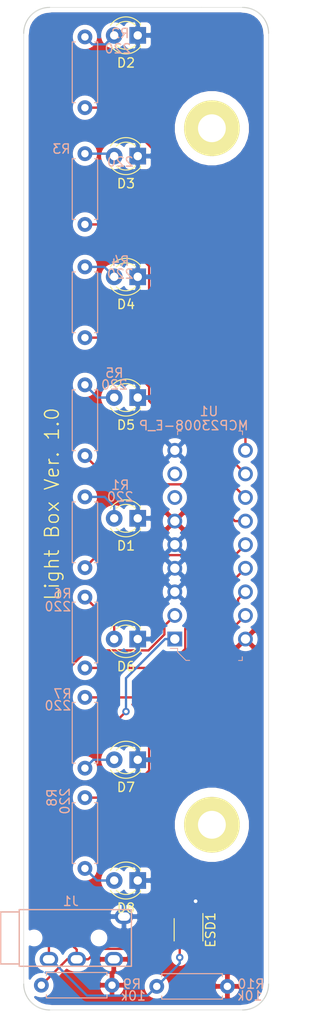
<source format=kicad_pcb>
(kicad_pcb (version 20171130) (host pcbnew 5.1.5-52549c5~84~ubuntu16.04.1)

  (general
    (thickness 1.6)
    (drawings 12)
    (tracks 100)
    (zones 0)
    (modules 23)
    (nets 23)
  )

  (page USLetter)
  (title_block
    (title "Tactile Switch Interface Board")
    (date 2019-06-03)
    (rev 1.0)
    (comment 1 "Copyright 2019 Don Haig (accessible.aac at gmail dot com)")
    (comment 2 http://creativecommons.org/licenses/by-sa/4.0/)
    (comment 3 "Creative Commons Attribution-ShareAlike 4.0 International License")
    (comment 4 "This work is licensed under a:")
  )

  (layers
    (0 F.Cu signal)
    (31 B.Cu signal)
    (32 B.Adhes user hide)
    (33 F.Adhes user hide)
    (34 B.Paste user hide)
    (35 F.Paste user hide)
    (36 B.SilkS user)
    (37 F.SilkS user)
    (38 B.Mask user hide)
    (39 F.Mask user hide)
    (40 Dwgs.User user)
    (41 Cmts.User user hide)
    (42 Eco1.User user hide)
    (43 Eco2.User user hide)
    (44 Edge.Cuts user)
    (45 Margin user hide)
    (46 B.CrtYd user)
    (47 F.CrtYd user)
    (48 B.Fab user)
    (49 F.Fab user)
  )

  (setup
    (last_trace_width 0.25)
    (trace_clearance 0.2)
    (zone_clearance 0.508)
    (zone_45_only no)
    (trace_min 0.2)
    (via_size 0.8)
    (via_drill 0.4)
    (via_min_size 0.4)
    (via_min_drill 0.3)
    (uvia_size 0.3)
    (uvia_drill 0.1)
    (uvias_allowed no)
    (uvia_min_size 0.2)
    (uvia_min_drill 0.1)
    (edge_width 0.05)
    (segment_width 0.2)
    (pcb_text_width 0.3)
    (pcb_text_size 1.5 1.5)
    (mod_edge_width 0.12)
    (mod_text_size 1 1)
    (mod_text_width 0.15)
    (pad_size 6 6)
    (pad_drill 3)
    (pad_to_mask_clearance 0.051)
    (solder_mask_min_width 0.25)
    (aux_axis_origin 0 0)
    (visible_elements FFFFFF7F)
    (pcbplotparams
      (layerselection 0x010fc_ffffffff)
      (usegerberextensions true)
      (usegerberattributes false)
      (usegerberadvancedattributes false)
      (creategerberjobfile false)
      (excludeedgelayer true)
      (linewidth 0.100000)
      (plotframeref false)
      (viasonmask false)
      (mode 1)
      (useauxorigin false)
      (hpglpennumber 1)
      (hpglpenspeed 20)
      (hpglpendiameter 15.000000)
      (psnegative false)
      (psa4output false)
      (plotreference true)
      (plotvalue true)
      (plotinvisibletext false)
      (padsonsilk false)
      (subtractmaskfromsilk false)
      (outputformat 1)
      (mirror false)
      (drillshape 0)
      (scaleselection 1)
      (outputdirectory "gerbers/"))
  )

  (net 0 "")
  (net 1 "Net-(D1-Pad2)")
  (net 2 GND)
  (net 3 "Net-(D2-Pad2)")
  (net 4 "Net-(D3-Pad2)")
  (net 5 "Net-(D4-Pad2)")
  (net 6 "Net-(D5-Pad2)")
  (net 7 "Net-(D6-Pad2)")
  (net 8 "Net-(D7-Pad2)")
  (net 9 "Net-(D8-Pad2)")
  (net 10 +5V)
  (net 11 /SDA)
  (net 12 /SCL)
  (net 13 /LED_4)
  (net 14 /LED_0)
  (net 15 /LED_1)
  (net 16 /LED_2)
  (net 17 /LED_3)
  (net 18 /LED_5)
  (net 19 /LED_6)
  (net 20 /LED_7)
  (net 21 "Net-(U1-Pad8)")
  (net 22 "Net-(U1-Pad7)")

  (net_class Default "This is the default net class."
    (clearance 0.2)
    (trace_width 0.25)
    (via_dia 0.8)
    (via_drill 0.4)
    (uvia_dia 0.3)
    (uvia_drill 0.1)
    (add_net +5V)
    (add_net /LED_0)
    (add_net /LED_1)
    (add_net /LED_2)
    (add_net /LED_3)
    (add_net /LED_4)
    (add_net /LED_5)
    (add_net /LED_6)
    (add_net /LED_7)
    (add_net /SCL)
    (add_net /SDA)
    (add_net GND)
    (add_net "Net-(D1-Pad2)")
    (add_net "Net-(D2-Pad2)")
    (add_net "Net-(D3-Pad2)")
    (add_net "Net-(D4-Pad2)")
    (add_net "Net-(D5-Pad2)")
    (add_net "Net-(D6-Pad2)")
    (add_net "Net-(D7-Pad2)")
    (add_net "Net-(D8-Pad2)")
    (add_net "Net-(U1-Pad7)")
    (add_net "Net-(U1-Pad8)")
  )

  (module freetronics_footprints:1pin_prototyping (layer F.Cu) (tedit 5D39CC14) (tstamp 5D39D3C3)
    (at 165.12 55)
    (descr "module 1 pin (ou trou mecanique de percage)")
    (tags DEV)
    (clearance 1)
    (fp_text reference 1pin_prototyping (at 0 -0.254) (layer F.SilkS) hide
      (effects (font (size 0.254 0.254) (thickness 0.0635)))
    )
    (fp_text value val** (at 0 0.254) (layer F.SilkS) hide
      (effects (font (size 0.254 0.254) (thickness 0.0635)))
    )
    (pad "" thru_hole circle (at -5.12 5) (size 6 6) (drill 3) (layers *.Cu *.Mask F.SilkS))
  )

  (module digikey-footprints:DIP-18_W7.62mm (layer B.Cu) (tedit 596F86A9) (tstamp 5CF635C0)
    (at 156 115)
    (descr http://www.ti.com/lit/ds/symlink/tpic6b595.pdf)
    (path /5CF5DAE7)
    (fp_text reference U1 (at 3.683 -24.511) (layer B.SilkS)
      (effects (font (size 1 1) (thickness 0.15)) (justify mirror))
    )
    (fp_text value MCP23008-E_P (at 2.032 -22.987) (layer B.SilkS)
      (effects (font (size 1 1) (thickness 0.15)) (justify mirror))
    )
    (fp_line (start 1.6 2.3) (end 1.2 2.3) (layer B.SilkS) (width 0.1))
    (fp_line (start 1.2 2.3) (end 0.3 1.4) (layer B.SilkS) (width 0.1))
    (fp_line (start 0.3 1.4) (end 0.3 1) (layer B.SilkS) (width 0.1))
    (fp_line (start 0.3 1) (end -0.5 1) (layer B.SilkS) (width 0.1))
    (fp_line (start 8.67 2.35) (end 8.67 2.25) (layer B.CrtYd) (width 0.05))
    (fp_line (start -1.05 2.35) (end -1.05 2.25) (layer B.CrtYd) (width 0.05))
    (fp_line (start -1.05 -22.45) (end 8.67 -22.45) (layer B.CrtYd) (width 0.05))
    (fp_line (start 6.9 -22.4) (end 7.3 -22.4) (layer B.SilkS) (width 0.1))
    (fp_line (start 7.3 -22.4) (end 7.3 -22) (layer B.SilkS) (width 0.1))
    (fp_line (start 0.3 -22) (end 0.3 -22.4) (layer B.SilkS) (width 0.1))
    (fp_line (start 0.3 -22.4) (end 0.7 -22.4) (layer B.SilkS) (width 0.1))
    (fp_line (start 0.48 -22.2) (end 7.08 -22.2) (layer B.Fab) (width 0.1))
    (fp_text user REF** (at 3.84 -7.67) (layer B.Fab)
      (effects (font (size 1 1) (thickness 0.1)) (justify mirror))
    )
    (fp_line (start -1.05 2.35) (end 8.67 2.35) (layer B.CrtYd) (width 0.05))
    (fp_line (start 8.67 -22.45) (end 8.67 2.25) (layer B.CrtYd) (width 0.05))
    (fp_line (start -1.05 2.25) (end -1.05 -22.45) (layer B.CrtYd) (width 0.05))
    (fp_line (start 7.28 1.91) (end 7.28 2.31) (layer B.SilkS) (width 0.1))
    (fp_line (start 7.28 2.31) (end 6.88 2.31) (layer B.SilkS) (width 0.1))
    (fp_line (start 0.48 1.2) (end 0.48 -22.2) (layer B.Fab) (width 0.1))
    (fp_line (start 1.38 2.1) (end 7.08 2.1) (layer B.Fab) (width 0.1))
    (fp_line (start 0.48 1.2) (end 1.38 2.1) (layer B.Fab) (width 0.1))
    (fp_line (start 7.08 2.1) (end 7.08 -22.2) (layer B.Fab) (width 0.1))
    (pad 1 thru_hole rect (at 0 0) (size 1.6 1.6) (drill 1) (layers *.Cu *.Mask)
      (net 12 /SCL))
    (pad 2 thru_hole circle (at 0 -2.54) (size 1.6 1.6) (drill 1) (layers *.Cu *.Mask)
      (net 11 /SDA))
    (pad 3 thru_hole circle (at 0 -5.08) (size 1.6 1.6) (drill 1) (layers *.Cu *.Mask)
      (net 2 GND))
    (pad 4 thru_hole circle (at 0 -7.62) (size 1.6 1.6) (drill 1) (layers *.Cu *.Mask)
      (net 2 GND))
    (pad 5 thru_hole circle (at 0 -10.16) (size 1.6 1.6) (drill 1) (layers *.Cu *.Mask)
      (net 2 GND))
    (pad 6 thru_hole circle (at 0 -12.7) (size 1.6 1.6) (drill 1) (layers *.Cu *.Mask)
      (net 10 +5V))
    (pad 7 thru_hole circle (at 0 -15.24) (size 1.6 1.6) (drill 1) (layers *.Cu *.Mask)
      (net 22 "Net-(U1-Pad7)"))
    (pad 12 thru_hole circle (at 7.62 -15.24) (size 1.6 1.6) (drill 1) (layers *.Cu *.Mask)
      (net 16 /LED_2))
    (pad 13 thru_hole circle (at 7.62 -12.7) (size 1.6 1.6) (drill 1) (layers *.Cu *.Mask)
      (net 17 /LED_3))
    (pad 14 thru_hole circle (at 7.62 -10.16) (size 1.6 1.6) (drill 1) (layers *.Cu *.Mask)
      (net 13 /LED_4))
    (pad 15 thru_hole circle (at 7.62 -7.62) (size 1.6 1.6) (drill 1) (layers *.Cu *.Mask)
      (net 18 /LED_5))
    (pad 16 thru_hole circle (at 7.62 -5.08) (size 1.6 1.6) (drill 1) (layers *.Cu *.Mask)
      (net 19 /LED_6))
    (pad 17 thru_hole circle (at 7.62 -2.54) (size 1.6 1.6) (drill 1) (layers *.Cu *.Mask)
      (net 20 /LED_7))
    (pad 18 thru_hole circle (at 7.62 0) (size 1.6 1.6) (drill 1) (layers *.Cu *.Mask)
      (net 10 +5V))
    (pad 8 thru_hole circle (at 0 -17.78) (size 1.6 1.6) (drill 1) (layers *.Cu *.Mask)
      (net 21 "Net-(U1-Pad8)"))
    (pad 11 thru_hole circle (at 7.62 -17.78) (size 1.6 1.6) (drill 1) (layers *.Cu *.Mask)
      (net 15 /LED_1))
    (pad 9 thru_hole circle (at 0 -20.32) (size 1.6 1.6) (drill 1) (layers *.Cu *.Mask)
      (net 2 GND))
    (pad 10 thru_hole circle (at 7.62 -20.32) (size 1.6 1.6) (drill 1) (layers *.Cu *.Mask)
      (net 14 /LED_0))
    (model ${KISYS3DMOD}/Package_DIP.3dshapes/DIP-18_W7.62mm.wrl
      (at (xyz 0 0 0))
      (scale (xyz 1 1 1))
      (rotate (xyz 0 0 0))
    )
  )

  (module freetronics_footprints:1pin_prototyping (layer F.Cu) (tedit 5D39CC04) (tstamp 5CF73017)
    (at 165.1 141.351)
    (descr "module 1 pin (ou trou mecanique de percage)")
    (tags DEV)
    (clearance 1)
    (fp_text reference 1pin_prototyping (at 0 -0.254) (layer F.SilkS) hide
      (effects (font (size 0.254 0.254) (thickness 0.0635)))
    )
    (fp_text value val** (at 0 0.254) (layer F.SilkS) hide
      (effects (font (size 0.254 0.254) (thickness 0.0635)))
    )
    (pad "" thru_hole circle (at -5.1 -6.351) (size 6 6) (drill 3) (layers *.Cu *.Mask F.SilkS))
  )

  (module Resistor_THT:R_Axial_DIN0207_L6.3mm_D2.5mm_P7.62mm_Horizontal (layer B.Cu) (tedit 5AE5139B) (tstamp 5CF72305)
    (at 154.051 152.4)
    (descr "Resistor, Axial_DIN0207 series, Axial, Horizontal, pin pitch=7.62mm, 0.25W = 1/4W, length*diameter=6.3*2.5mm^2, http://cdn-reichelt.de/documents/datenblatt/B400/1_4W%23YAG.pdf")
    (tags "Resistor Axial_DIN0207 series Axial Horizontal pin pitch 7.62mm 0.25W = 1/4W length 6.3mm diameter 2.5mm")
    (path /5CF819A4)
    (fp_text reference R10 (at 10.16 -0.254) (layer B.SilkS)
      (effects (font (size 1 1) (thickness 0.15)) (justify mirror))
    )
    (fp_text value 10k (at 10.033 1.016) (layer B.SilkS)
      (effects (font (size 1 1) (thickness 0.15)) (justify mirror))
    )
    (fp_text user %R (at 3.81 0) (layer B.Fab)
      (effects (font (size 1 1) (thickness 0.15)) (justify mirror))
    )
    (fp_line (start 8.67 1.5) (end -1.05 1.5) (layer B.CrtYd) (width 0.05))
    (fp_line (start 8.67 -1.5) (end 8.67 1.5) (layer B.CrtYd) (width 0.05))
    (fp_line (start -1.05 -1.5) (end 8.67 -1.5) (layer B.CrtYd) (width 0.05))
    (fp_line (start -1.05 1.5) (end -1.05 -1.5) (layer B.CrtYd) (width 0.05))
    (fp_line (start 7.08 -1.37) (end 7.08 -1.04) (layer B.SilkS) (width 0.12))
    (fp_line (start 0.54 -1.37) (end 7.08 -1.37) (layer B.SilkS) (width 0.12))
    (fp_line (start 0.54 -1.04) (end 0.54 -1.37) (layer B.SilkS) (width 0.12))
    (fp_line (start 7.08 1.37) (end 7.08 1.04) (layer B.SilkS) (width 0.12))
    (fp_line (start 0.54 1.37) (end 7.08 1.37) (layer B.SilkS) (width 0.12))
    (fp_line (start 0.54 1.04) (end 0.54 1.37) (layer B.SilkS) (width 0.12))
    (fp_line (start 7.62 0) (end 6.96 0) (layer B.Fab) (width 0.1))
    (fp_line (start 0 0) (end 0.66 0) (layer B.Fab) (width 0.1))
    (fp_line (start 6.96 1.25) (end 0.66 1.25) (layer B.Fab) (width 0.1))
    (fp_line (start 6.96 -1.25) (end 6.96 1.25) (layer B.Fab) (width 0.1))
    (fp_line (start 0.66 -1.25) (end 6.96 -1.25) (layer B.Fab) (width 0.1))
    (fp_line (start 0.66 1.25) (end 0.66 -1.25) (layer B.Fab) (width 0.1))
    (pad 2 thru_hole oval (at 7.62 0) (size 1.6 1.6) (drill 0.8) (layers *.Cu *.Mask)
      (net 10 +5V))
    (pad 1 thru_hole circle (at 0 0) (size 1.6 1.6) (drill 0.8) (layers *.Cu *.Mask)
      (net 11 /SDA))
    (model ${KISYS3DMOD}/Resistor_THT.3dshapes/R_Axial_DIN0207_L6.3mm_D2.5mm_P7.62mm_Horizontal.wrl
      (at (xyz 0 0 0))
      (scale (xyz 1 1 1))
      (rotate (xyz 0 0 0))
    )
  )

  (module Resistor_THT:R_Axial_DIN0207_L6.3mm_D2.5mm_P7.62mm_Horizontal (layer B.Cu) (tedit 5AE5139B) (tstamp 5CF6BF18)
    (at 141.605 152.273)
    (descr "Resistor, Axial_DIN0207 series, Axial, Horizontal, pin pitch=7.62mm, 0.25W = 1/4W, length*diameter=6.3*2.5mm^2, http://cdn-reichelt.de/documents/datenblatt/B400/1_4W%23YAG.pdf")
    (tags "Resistor Axial_DIN0207 series Axial Horizontal pin pitch 7.62mm 0.25W = 1/4W length 6.3mm diameter 2.5mm")
    (path /5CF80A89)
    (fp_text reference R9 (at 9.779 -0.127 180) (layer B.SilkS)
      (effects (font (size 1 1) (thickness 0.15)) (justify mirror))
    )
    (fp_text value 10k (at 9.906 1.143 180) (layer B.SilkS)
      (effects (font (size 1 1) (thickness 0.15)) (justify mirror))
    )
    (fp_text user %R (at 3.81 0 180) (layer B.Fab)
      (effects (font (size 1 1) (thickness 0.15)) (justify mirror))
    )
    (fp_line (start 8.67 1.5) (end -1.05 1.5) (layer B.CrtYd) (width 0.05))
    (fp_line (start 8.67 -1.5) (end 8.67 1.5) (layer B.CrtYd) (width 0.05))
    (fp_line (start -1.05 -1.5) (end 8.67 -1.5) (layer B.CrtYd) (width 0.05))
    (fp_line (start -1.05 1.5) (end -1.05 -1.5) (layer B.CrtYd) (width 0.05))
    (fp_line (start 7.08 -1.37) (end 7.08 -1.04) (layer B.SilkS) (width 0.12))
    (fp_line (start 0.54 -1.37) (end 7.08 -1.37) (layer B.SilkS) (width 0.12))
    (fp_line (start 0.54 -1.04) (end 0.54 -1.37) (layer B.SilkS) (width 0.12))
    (fp_line (start 7.08 1.37) (end 7.08 1.04) (layer B.SilkS) (width 0.12))
    (fp_line (start 0.54 1.37) (end 7.08 1.37) (layer B.SilkS) (width 0.12))
    (fp_line (start 0.54 1.04) (end 0.54 1.37) (layer B.SilkS) (width 0.12))
    (fp_line (start 7.62 0) (end 6.96 0) (layer B.Fab) (width 0.1))
    (fp_line (start 0 0) (end 0.66 0) (layer B.Fab) (width 0.1))
    (fp_line (start 6.96 1.25) (end 0.66 1.25) (layer B.Fab) (width 0.1))
    (fp_line (start 6.96 -1.25) (end 6.96 1.25) (layer B.Fab) (width 0.1))
    (fp_line (start 0.66 -1.25) (end 6.96 -1.25) (layer B.Fab) (width 0.1))
    (fp_line (start 0.66 1.25) (end 0.66 -1.25) (layer B.Fab) (width 0.1))
    (pad 2 thru_hole oval (at 7.62 0) (size 1.6 1.6) (drill 0.8) (layers *.Cu *.Mask)
      (net 10 +5V))
    (pad 1 thru_hole circle (at 0 0) (size 1.6 1.6) (drill 0.8) (layers *.Cu *.Mask)
      (net 12 /SCL))
    (model ${KISYS3DMOD}/Resistor_THT.3dshapes/R_Axial_DIN0207_L6.3mm_D2.5mm_P7.62mm_Horizontal.wrl
      (at (xyz 0 0 0))
      (scale (xyz 1 1 1))
      (rotate (xyz 0 0 0))
    )
  )

  (module Package_TO_SOT_SMD:SOT-143 (layer F.Cu) (tedit 5A02FF57) (tstamp 5CF6B7F7)
    (at 157.48 146.304 270)
    (descr SOT-143)
    (tags SOT-143)
    (path /5CF782D7)
    (attr smd)
    (fp_text reference ESD1 (at 0.02 -2.38 90) (layer F.SilkS)
      (effects (font (size 1 1) (thickness 0.15)))
    )
    (fp_text value PRTR5V0U2X (at -0.28 2.48 90) (layer F.Fab)
      (effects (font (size 1 1) (thickness 0.15)))
    )
    (fp_line (start -2.05 1.75) (end -2.05 -1.75) (layer F.CrtYd) (width 0.05))
    (fp_line (start -2.05 1.75) (end 2.05 1.75) (layer F.CrtYd) (width 0.05))
    (fp_line (start 2.05 -1.75) (end -2.05 -1.75) (layer F.CrtYd) (width 0.05))
    (fp_line (start 2.05 -1.75) (end 2.05 1.75) (layer F.CrtYd) (width 0.05))
    (fp_line (start 1.2 -1.5) (end 1.2 1.5) (layer F.Fab) (width 0.1))
    (fp_line (start 1.2 1.5) (end -1.2 1.5) (layer F.Fab) (width 0.1))
    (fp_line (start -1.2 1.5) (end -1.2 -1) (layer F.Fab) (width 0.1))
    (fp_line (start -0.7 -1.5) (end 1.2 -1.5) (layer F.Fab) (width 0.1))
    (fp_line (start -1.2 -1) (end -0.7 -1.5) (layer F.Fab) (width 0.1))
    (fp_line (start 1.2 -1.55) (end -1.75 -1.55) (layer F.SilkS) (width 0.12))
    (fp_line (start -1.2 1.55) (end 1.2 1.55) (layer F.SilkS) (width 0.12))
    (fp_text user %R (at 0 0) (layer F.Fab)
      (effects (font (size 0.5 0.5) (thickness 0.075)))
    )
    (pad 4 smd rect (at 1.1 -0.95 180) (size 1 1.4) (layers F.Cu F.Paste F.Mask)
      (net 10 +5V))
    (pad 3 smd rect (at 1.1 0.95 180) (size 1 1.4) (layers F.Cu F.Paste F.Mask)
      (net 11 /SDA))
    (pad 2 smd rect (at -1.1 0.95 180) (size 1 1.4) (layers F.Cu F.Paste F.Mask)
      (net 12 /SCL))
    (pad 1 smd rect (at -1.1 -0.77 180) (size 1.2 1.4) (layers F.Cu F.Paste F.Mask)
      (net 2 GND))
    (model ${KISYS3DMOD}/Package_TO_SOT_SMD.3dshapes/SOT-143.wrl
      (at (xyz 0 0 0))
      (scale (xyz 1 1 1))
      (rotate (xyz 0 0 0))
    )
  )

  (module Resistor_THT:R_Axial_DIN0207_L6.3mm_D2.5mm_P7.62mm_Horizontal (layer B.Cu) (tedit 5AE5139B) (tstamp 5CF71A1C)
    (at 146.304 139.7 90)
    (descr "Resistor, Axial_DIN0207 series, Axial, Horizontal, pin pitch=7.62mm, 0.25W = 1/4W, length*diameter=6.3*2.5mm^2, http://cdn-reichelt.de/documents/datenblatt/B400/1_4W%23YAG.pdf")
    (tags "Resistor Axial_DIN0207 series Axial Horizontal pin pitch 7.62mm 0.25W = 1/4W length 6.3mm diameter 2.5mm")
    (path /5CF90C1F)
    (fp_text reference R8 (at 7.62 -3.556 270) (layer B.SilkS)
      (effects (font (size 1 1) (thickness 0.15)) (justify mirror))
    )
    (fp_text value 220 (at 7.239 -2.159 270) (layer B.SilkS)
      (effects (font (size 1 1) (thickness 0.15)) (justify mirror))
    )
    (fp_text user %R (at 3.81 0 270) (layer B.Fab)
      (effects (font (size 1 1) (thickness 0.15)) (justify mirror))
    )
    (fp_line (start 8.67 1.5) (end -1.05 1.5) (layer B.CrtYd) (width 0.05))
    (fp_line (start 8.67 -1.5) (end 8.67 1.5) (layer B.CrtYd) (width 0.05))
    (fp_line (start -1.05 -1.5) (end 8.67 -1.5) (layer B.CrtYd) (width 0.05))
    (fp_line (start -1.05 1.5) (end -1.05 -1.5) (layer B.CrtYd) (width 0.05))
    (fp_line (start 7.08 -1.37) (end 7.08 -1.04) (layer B.SilkS) (width 0.12))
    (fp_line (start 0.54 -1.37) (end 7.08 -1.37) (layer B.SilkS) (width 0.12))
    (fp_line (start 0.54 -1.04) (end 0.54 -1.37) (layer B.SilkS) (width 0.12))
    (fp_line (start 7.08 1.37) (end 7.08 1.04) (layer B.SilkS) (width 0.12))
    (fp_line (start 0.54 1.37) (end 7.08 1.37) (layer B.SilkS) (width 0.12))
    (fp_line (start 0.54 1.04) (end 0.54 1.37) (layer B.SilkS) (width 0.12))
    (fp_line (start 7.62 0) (end 6.96 0) (layer B.Fab) (width 0.1))
    (fp_line (start 0 0) (end 0.66 0) (layer B.Fab) (width 0.1))
    (fp_line (start 6.96 1.25) (end 0.66 1.25) (layer B.Fab) (width 0.1))
    (fp_line (start 6.96 -1.25) (end 6.96 1.25) (layer B.Fab) (width 0.1))
    (fp_line (start 0.66 -1.25) (end 6.96 -1.25) (layer B.Fab) (width 0.1))
    (fp_line (start 0.66 1.25) (end 0.66 -1.25) (layer B.Fab) (width 0.1))
    (pad 2 thru_hole oval (at 7.62 0 90) (size 1.6 1.6) (drill 0.8) (layers *.Cu *.Mask)
      (net 20 /LED_7))
    (pad 1 thru_hole circle (at 0 0 90) (size 1.6 1.6) (drill 0.8) (layers *.Cu *.Mask)
      (net 9 "Net-(D8-Pad2)"))
    (model ${KISYS3DMOD}/Resistor_THT.3dshapes/R_Axial_DIN0207_L6.3mm_D2.5mm_P7.62mm_Horizontal.wrl
      (at (xyz 0 0 0))
      (scale (xyz 1 1 1))
      (rotate (xyz 0 0 0))
    )
  )

  (module Resistor_THT:R_Axial_DIN0207_L6.3mm_D2.5mm_P7.62mm_Horizontal (layer B.Cu) (tedit 5AE5139B) (tstamp 5CF644EE)
    (at 146.304 128.905 90)
    (descr "Resistor, Axial_DIN0207 series, Axial, Horizontal, pin pitch=7.62mm, 0.25W = 1/4W, length*diameter=6.3*2.5mm^2, http://cdn-reichelt.de/documents/datenblatt/B400/1_4W%23YAG.pdf")
    (tags "Resistor Axial_DIN0207 series Axial Horizontal pin pitch 7.62mm 0.25W = 1/4W length 6.3mm diameter 2.5mm")
    (path /5CF8E411)
    (fp_text reference R7 (at 8.001 -2.413) (layer B.SilkS)
      (effects (font (size 1 1) (thickness 0.15)) (justify mirror))
    )
    (fp_text value 220 (at 6.731 -2.921) (layer B.SilkS)
      (effects (font (size 1 1) (thickness 0.15)) (justify mirror))
    )
    (fp_text user %R (at 3.81 0 270) (layer B.Fab)
      (effects (font (size 1 1) (thickness 0.15)) (justify mirror))
    )
    (fp_line (start 8.67 1.5) (end -1.05 1.5) (layer B.CrtYd) (width 0.05))
    (fp_line (start 8.67 -1.5) (end 8.67 1.5) (layer B.CrtYd) (width 0.05))
    (fp_line (start -1.05 -1.5) (end 8.67 -1.5) (layer B.CrtYd) (width 0.05))
    (fp_line (start -1.05 1.5) (end -1.05 -1.5) (layer B.CrtYd) (width 0.05))
    (fp_line (start 7.08 -1.37) (end 7.08 -1.04) (layer B.SilkS) (width 0.12))
    (fp_line (start 0.54 -1.37) (end 7.08 -1.37) (layer B.SilkS) (width 0.12))
    (fp_line (start 0.54 -1.04) (end 0.54 -1.37) (layer B.SilkS) (width 0.12))
    (fp_line (start 7.08 1.37) (end 7.08 1.04) (layer B.SilkS) (width 0.12))
    (fp_line (start 0.54 1.37) (end 7.08 1.37) (layer B.SilkS) (width 0.12))
    (fp_line (start 0.54 1.04) (end 0.54 1.37) (layer B.SilkS) (width 0.12))
    (fp_line (start 7.62 0) (end 6.96 0) (layer B.Fab) (width 0.1))
    (fp_line (start 0 0) (end 0.66 0) (layer B.Fab) (width 0.1))
    (fp_line (start 6.96 1.25) (end 0.66 1.25) (layer B.Fab) (width 0.1))
    (fp_line (start 6.96 -1.25) (end 6.96 1.25) (layer B.Fab) (width 0.1))
    (fp_line (start 0.66 -1.25) (end 6.96 -1.25) (layer B.Fab) (width 0.1))
    (fp_line (start 0.66 1.25) (end 0.66 -1.25) (layer B.Fab) (width 0.1))
    (pad 2 thru_hole oval (at 7.62 0 90) (size 1.6 1.6) (drill 0.8) (layers *.Cu *.Mask)
      (net 19 /LED_6))
    (pad 1 thru_hole circle (at 0 0 90) (size 1.6 1.6) (drill 0.8) (layers *.Cu *.Mask)
      (net 8 "Net-(D7-Pad2)"))
    (model ${KISYS3DMOD}/Resistor_THT.3dshapes/R_Axial_DIN0207_L6.3mm_D2.5mm_P7.62mm_Horizontal.wrl
      (at (xyz 0 0 0))
      (scale (xyz 1 1 1))
      (rotate (xyz 0 0 0))
    )
  )

  (module Resistor_THT:R_Axial_DIN0207_L6.3mm_D2.5mm_P7.62mm_Horizontal (layer B.Cu) (tedit 5AE5139B) (tstamp 5CF64530)
    (at 146.304 110.49 270)
    (descr "Resistor, Axial_DIN0207 series, Axial, Horizontal, pin pitch=7.62mm, 0.25W = 1/4W, length*diameter=6.3*2.5mm^2, http://cdn-reichelt.de/documents/datenblatt/B400/1_4W%23YAG.pdf")
    (tags "Resistor Axial_DIN0207 series Axial Horizontal pin pitch 7.62mm 0.25W = 1/4W length 6.3mm diameter 2.5mm")
    (path /5CF8CCBF)
    (fp_text reference R6 (at -0.381 2.413) (layer B.SilkS)
      (effects (font (size 1 1) (thickness 0.15)) (justify mirror))
    )
    (fp_text value 220 (at 1.016 2.921 180) (layer B.SilkS)
      (effects (font (size 1 1) (thickness 0.15)) (justify mirror))
    )
    (fp_text user %R (at 3.81 0 270) (layer B.Fab)
      (effects (font (size 1 1) (thickness 0.15)) (justify mirror))
    )
    (fp_line (start 8.67 1.5) (end -1.05 1.5) (layer B.CrtYd) (width 0.05))
    (fp_line (start 8.67 -1.5) (end 8.67 1.5) (layer B.CrtYd) (width 0.05))
    (fp_line (start -1.05 -1.5) (end 8.67 -1.5) (layer B.CrtYd) (width 0.05))
    (fp_line (start -1.05 1.5) (end -1.05 -1.5) (layer B.CrtYd) (width 0.05))
    (fp_line (start 7.08 -1.37) (end 7.08 -1.04) (layer B.SilkS) (width 0.12))
    (fp_line (start 0.54 -1.37) (end 7.08 -1.37) (layer B.SilkS) (width 0.12))
    (fp_line (start 0.54 -1.04) (end 0.54 -1.37) (layer B.SilkS) (width 0.12))
    (fp_line (start 7.08 1.37) (end 7.08 1.04) (layer B.SilkS) (width 0.12))
    (fp_line (start 0.54 1.37) (end 7.08 1.37) (layer B.SilkS) (width 0.12))
    (fp_line (start 0.54 1.04) (end 0.54 1.37) (layer B.SilkS) (width 0.12))
    (fp_line (start 7.62 0) (end 6.96 0) (layer B.Fab) (width 0.1))
    (fp_line (start 0 0) (end 0.66 0) (layer B.Fab) (width 0.1))
    (fp_line (start 6.96 1.25) (end 0.66 1.25) (layer B.Fab) (width 0.1))
    (fp_line (start 6.96 -1.25) (end 6.96 1.25) (layer B.Fab) (width 0.1))
    (fp_line (start 0.66 -1.25) (end 6.96 -1.25) (layer B.Fab) (width 0.1))
    (fp_line (start 0.66 1.25) (end 0.66 -1.25) (layer B.Fab) (width 0.1))
    (pad 2 thru_hole oval (at 7.62 0 270) (size 1.6 1.6) (drill 0.8) (layers *.Cu *.Mask)
      (net 18 /LED_5))
    (pad 1 thru_hole circle (at 0 0 270) (size 1.6 1.6) (drill 0.8) (layers *.Cu *.Mask)
      (net 7 "Net-(D6-Pad2)"))
    (model ${KISYS3DMOD}/Resistor_THT.3dshapes/R_Axial_DIN0207_L6.3mm_D2.5mm_P7.62mm_Horizontal.wrl
      (at (xyz 0 0 0))
      (scale (xyz 1 1 1))
      (rotate (xyz 0 0 0))
    )
  )

  (module Resistor_THT:R_Axial_DIN0207_L6.3mm_D2.5mm_P7.62mm_Horizontal (layer B.Cu) (tedit 5AE5139B) (tstamp 5CF645B4)
    (at 146.304 87.63 270)
    (descr "Resistor, Axial_DIN0207 series, Axial, Horizontal, pin pitch=7.62mm, 0.25W = 1/4W, length*diameter=6.3*2.5mm^2, http://cdn-reichelt.de/documents/datenblatt/B400/1_4W%23YAG.pdf")
    (tags "Resistor Axial_DIN0207 series Axial Horizontal pin pitch 7.62mm 0.25W = 1/4W length 6.3mm diameter 2.5mm")
    (path /5CF84BAF)
    (fp_text reference R5 (at -1.27 -3.175) (layer B.SilkS)
      (effects (font (size 1 1) (thickness 0.15)) (justify mirror))
    )
    (fp_text value 220 (at 0 -3.175) (layer B.SilkS)
      (effects (font (size 1 1) (thickness 0.15)) (justify mirror))
    )
    (fp_text user %R (at 3.81 0 270) (layer B.Fab)
      (effects (font (size 1 1) (thickness 0.15)) (justify mirror))
    )
    (fp_line (start 8.67 1.5) (end -1.05 1.5) (layer B.CrtYd) (width 0.05))
    (fp_line (start 8.67 -1.5) (end 8.67 1.5) (layer B.CrtYd) (width 0.05))
    (fp_line (start -1.05 -1.5) (end 8.67 -1.5) (layer B.CrtYd) (width 0.05))
    (fp_line (start -1.05 1.5) (end -1.05 -1.5) (layer B.CrtYd) (width 0.05))
    (fp_line (start 7.08 -1.37) (end 7.08 -1.04) (layer B.SilkS) (width 0.12))
    (fp_line (start 0.54 -1.37) (end 7.08 -1.37) (layer B.SilkS) (width 0.12))
    (fp_line (start 0.54 -1.04) (end 0.54 -1.37) (layer B.SilkS) (width 0.12))
    (fp_line (start 7.08 1.37) (end 7.08 1.04) (layer B.SilkS) (width 0.12))
    (fp_line (start 0.54 1.37) (end 7.08 1.37) (layer B.SilkS) (width 0.12))
    (fp_line (start 0.54 1.04) (end 0.54 1.37) (layer B.SilkS) (width 0.12))
    (fp_line (start 7.62 0) (end 6.96 0) (layer B.Fab) (width 0.1))
    (fp_line (start 0 0) (end 0.66 0) (layer B.Fab) (width 0.1))
    (fp_line (start 6.96 1.25) (end 0.66 1.25) (layer B.Fab) (width 0.1))
    (fp_line (start 6.96 -1.25) (end 6.96 1.25) (layer B.Fab) (width 0.1))
    (fp_line (start 0.66 -1.25) (end 6.96 -1.25) (layer B.Fab) (width 0.1))
    (fp_line (start 0.66 1.25) (end 0.66 -1.25) (layer B.Fab) (width 0.1))
    (pad 2 thru_hole oval (at 7.62 0 270) (size 1.6 1.6) (drill 0.8) (layers *.Cu *.Mask)
      (net 17 /LED_3))
    (pad 1 thru_hole circle (at 0 0 270) (size 1.6 1.6) (drill 0.8) (layers *.Cu *.Mask)
      (net 6 "Net-(D5-Pad2)"))
    (model ${KISYS3DMOD}/Resistor_THT.3dshapes/R_Axial_DIN0207_L6.3mm_D2.5mm_P7.62mm_Horizontal.wrl
      (at (xyz 0 0 0))
      (scale (xyz 1 1 1))
      (rotate (xyz 0 0 0))
    )
  )

  (module Resistor_THT:R_Axial_DIN0207_L6.3mm_D2.5mm_P7.62mm_Horizontal (layer B.Cu) (tedit 5AE5139B) (tstamp 5CF645F6)
    (at 146.304 74.93 270)
    (descr "Resistor, Axial_DIN0207 series, Axial, Horizontal, pin pitch=7.62mm, 0.25W = 1/4W, length*diameter=6.3*2.5mm^2, http://cdn-reichelt.de/documents/datenblatt/B400/1_4W%23YAG.pdf")
    (tags "Resistor Axial_DIN0207 series Axial Horizontal pin pitch 7.62mm 0.25W = 1/4W length 6.3mm diameter 2.5mm")
    (path /5CF832E8)
    (fp_text reference R4 (at -0.635 -3.81) (layer B.SilkS)
      (effects (font (size 1 1) (thickness 0.15)) (justify mirror))
    )
    (fp_text value 220 (at 0.762 -3.81) (layer B.SilkS)
      (effects (font (size 1 1) (thickness 0.15)) (justify mirror))
    )
    (fp_text user %R (at 3.81 0 270) (layer B.Fab)
      (effects (font (size 1 1) (thickness 0.15)) (justify mirror))
    )
    (fp_line (start 8.67 1.5) (end -1.05 1.5) (layer B.CrtYd) (width 0.05))
    (fp_line (start 8.67 -1.5) (end 8.67 1.5) (layer B.CrtYd) (width 0.05))
    (fp_line (start -1.05 -1.5) (end 8.67 -1.5) (layer B.CrtYd) (width 0.05))
    (fp_line (start -1.05 1.5) (end -1.05 -1.5) (layer B.CrtYd) (width 0.05))
    (fp_line (start 7.08 -1.37) (end 7.08 -1.04) (layer B.SilkS) (width 0.12))
    (fp_line (start 0.54 -1.37) (end 7.08 -1.37) (layer B.SilkS) (width 0.12))
    (fp_line (start 0.54 -1.04) (end 0.54 -1.37) (layer B.SilkS) (width 0.12))
    (fp_line (start 7.08 1.37) (end 7.08 1.04) (layer B.SilkS) (width 0.12))
    (fp_line (start 0.54 1.37) (end 7.08 1.37) (layer B.SilkS) (width 0.12))
    (fp_line (start 0.54 1.04) (end 0.54 1.37) (layer B.SilkS) (width 0.12))
    (fp_line (start 7.62 0) (end 6.96 0) (layer B.Fab) (width 0.1))
    (fp_line (start 0 0) (end 0.66 0) (layer B.Fab) (width 0.1))
    (fp_line (start 6.96 1.25) (end 0.66 1.25) (layer B.Fab) (width 0.1))
    (fp_line (start 6.96 -1.25) (end 6.96 1.25) (layer B.Fab) (width 0.1))
    (fp_line (start 0.66 -1.25) (end 6.96 -1.25) (layer B.Fab) (width 0.1))
    (fp_line (start 0.66 1.25) (end 0.66 -1.25) (layer B.Fab) (width 0.1))
    (pad 2 thru_hole oval (at 7.62 0 270) (size 1.6 1.6) (drill 0.8) (layers *.Cu *.Mask)
      (net 16 /LED_2))
    (pad 1 thru_hole circle (at 0 0 270) (size 1.6 1.6) (drill 0.8) (layers *.Cu *.Mask)
      (net 5 "Net-(D4-Pad2)"))
    (model ${KISYS3DMOD}/Resistor_THT.3dshapes/R_Axial_DIN0207_L6.3mm_D2.5mm_P7.62mm_Horizontal.wrl
      (at (xyz 0 0 0))
      (scale (xyz 1 1 1))
      (rotate (xyz 0 0 0))
    )
  )

  (module Resistor_THT:R_Axial_DIN0207_L6.3mm_D2.5mm_P7.62mm_Horizontal (layer B.Cu) (tedit 5AE5139B) (tstamp 5CF64638)
    (at 146.304 62.738 270)
    (descr "Resistor, Axial_DIN0207 series, Axial, Horizontal, pin pitch=7.62mm, 0.25W = 1/4W, length*diameter=6.3*2.5mm^2, http://cdn-reichelt.de/documents/datenblatt/B400/1_4W%23YAG.pdf")
    (tags "Resistor Axial_DIN0207 series Axial Horizontal pin pitch 7.62mm 0.25W = 1/4W length 6.3mm diameter 2.5mm")
    (path /5CF7EAB7)
    (fp_text reference R3 (at -0.508 2.54) (layer B.SilkS)
      (effects (font (size 1 1) (thickness 0.15)) (justify mirror))
    )
    (fp_text value 220 (at 0.889 -3.81) (layer B.SilkS)
      (effects (font (size 1 1) (thickness 0.15)) (justify mirror))
    )
    (fp_text user %R (at 3.81 0 270) (layer B.Fab)
      (effects (font (size 1 1) (thickness 0.15)) (justify mirror))
    )
    (fp_line (start 8.67 1.5) (end -1.05 1.5) (layer B.CrtYd) (width 0.05))
    (fp_line (start 8.67 -1.5) (end 8.67 1.5) (layer B.CrtYd) (width 0.05))
    (fp_line (start -1.05 -1.5) (end 8.67 -1.5) (layer B.CrtYd) (width 0.05))
    (fp_line (start -1.05 1.5) (end -1.05 -1.5) (layer B.CrtYd) (width 0.05))
    (fp_line (start 7.08 -1.37) (end 7.08 -1.04) (layer B.SilkS) (width 0.12))
    (fp_line (start 0.54 -1.37) (end 7.08 -1.37) (layer B.SilkS) (width 0.12))
    (fp_line (start 0.54 -1.04) (end 0.54 -1.37) (layer B.SilkS) (width 0.12))
    (fp_line (start 7.08 1.37) (end 7.08 1.04) (layer B.SilkS) (width 0.12))
    (fp_line (start 0.54 1.37) (end 7.08 1.37) (layer B.SilkS) (width 0.12))
    (fp_line (start 0.54 1.04) (end 0.54 1.37) (layer B.SilkS) (width 0.12))
    (fp_line (start 7.62 0) (end 6.96 0) (layer B.Fab) (width 0.1))
    (fp_line (start 0 0) (end 0.66 0) (layer B.Fab) (width 0.1))
    (fp_line (start 6.96 1.25) (end 0.66 1.25) (layer B.Fab) (width 0.1))
    (fp_line (start 6.96 -1.25) (end 6.96 1.25) (layer B.Fab) (width 0.1))
    (fp_line (start 0.66 -1.25) (end 6.96 -1.25) (layer B.Fab) (width 0.1))
    (fp_line (start 0.66 1.25) (end 0.66 -1.25) (layer B.Fab) (width 0.1))
    (pad 2 thru_hole oval (at 7.62 0 270) (size 1.6 1.6) (drill 0.8) (layers *.Cu *.Mask)
      (net 15 /LED_1))
    (pad 1 thru_hole circle (at 0 0 270) (size 1.6 1.6) (drill 0.8) (layers *.Cu *.Mask)
      (net 4 "Net-(D3-Pad2)"))
    (model ${KISYS3DMOD}/Resistor_THT.3dshapes/R_Axial_DIN0207_L6.3mm_D2.5mm_P7.62mm_Horizontal.wrl
      (at (xyz 0 0 0))
      (scale (xyz 1 1 1))
      (rotate (xyz 0 0 0))
    )
  )

  (module Resistor_THT:R_Axial_DIN0207_L6.3mm_D2.5mm_P7.62mm_Horizontal (layer B.Cu) (tedit 5AE5139B) (tstamp 5CF71AFD)
    (at 146.304 50.165 270)
    (descr "Resistor, Axial_DIN0207 series, Axial, Horizontal, pin pitch=7.62mm, 0.25W = 1/4W, length*diameter=6.3*2.5mm^2, http://cdn-reichelt.de/documents/datenblatt/B400/1_4W%23YAG.pdf")
    (tags "Resistor Axial_DIN0207 series Axial Horizontal pin pitch 7.62mm 0.25W = 1/4W length 6.3mm diameter 2.5mm")
    (path /5CF6A735)
    (fp_text reference R2 (at -0.381 -3.81) (layer B.SilkS)
      (effects (font (size 1 1) (thickness 0.15)) (justify mirror))
    )
    (fp_text value 220 (at 1.27 -3.556) (layer B.SilkS)
      (effects (font (size 1 1) (thickness 0.15)) (justify mirror))
    )
    (fp_text user %R (at 3.81 0 270) (layer B.Fab)
      (effects (font (size 1 1) (thickness 0.15)) (justify mirror))
    )
    (fp_line (start 8.67 1.5) (end -1.05 1.5) (layer B.CrtYd) (width 0.05))
    (fp_line (start 8.67 -1.5) (end 8.67 1.5) (layer B.CrtYd) (width 0.05))
    (fp_line (start -1.05 -1.5) (end 8.67 -1.5) (layer B.CrtYd) (width 0.05))
    (fp_line (start -1.05 1.5) (end -1.05 -1.5) (layer B.CrtYd) (width 0.05))
    (fp_line (start 7.08 -1.37) (end 7.08 -1.04) (layer B.SilkS) (width 0.12))
    (fp_line (start 0.54 -1.37) (end 7.08 -1.37) (layer B.SilkS) (width 0.12))
    (fp_line (start 0.54 -1.04) (end 0.54 -1.37) (layer B.SilkS) (width 0.12))
    (fp_line (start 7.08 1.37) (end 7.08 1.04) (layer B.SilkS) (width 0.12))
    (fp_line (start 0.54 1.37) (end 7.08 1.37) (layer B.SilkS) (width 0.12))
    (fp_line (start 0.54 1.04) (end 0.54 1.37) (layer B.SilkS) (width 0.12))
    (fp_line (start 7.62 0) (end 6.96 0) (layer B.Fab) (width 0.1))
    (fp_line (start 0 0) (end 0.66 0) (layer B.Fab) (width 0.1))
    (fp_line (start 6.96 1.25) (end 0.66 1.25) (layer B.Fab) (width 0.1))
    (fp_line (start 6.96 -1.25) (end 6.96 1.25) (layer B.Fab) (width 0.1))
    (fp_line (start 0.66 -1.25) (end 6.96 -1.25) (layer B.Fab) (width 0.1))
    (fp_line (start 0.66 1.25) (end 0.66 -1.25) (layer B.Fab) (width 0.1))
    (pad 2 thru_hole oval (at 7.62 0 270) (size 1.6 1.6) (drill 0.8) (layers *.Cu *.Mask)
      (net 14 /LED_0))
    (pad 1 thru_hole circle (at 0 0 270) (size 1.6 1.6) (drill 0.8) (layers *.Cu *.Mask)
      (net 3 "Net-(D2-Pad2)"))
    (model ${KISYS3DMOD}/Resistor_THT.3dshapes/R_Axial_DIN0207_L6.3mm_D2.5mm_P7.62mm_Horizontal.wrl
      (at (xyz 0 0 0))
      (scale (xyz 1 1 1))
      (rotate (xyz 0 0 0))
    )
  )

  (module Resistor_THT:R_Axial_DIN0207_L6.3mm_D2.5mm_P7.62mm_Horizontal (layer B.Cu) (tedit 5AE5139B) (tstamp 5CF70D55)
    (at 146.304 99.695 270)
    (descr "Resistor, Axial_DIN0207 series, Axial, Horizontal, pin pitch=7.62mm, 0.25W = 1/4W, length*diameter=6.3*2.5mm^2, http://cdn-reichelt.de/documents/datenblatt/B400/1_4W%23YAG.pdf")
    (tags "Resistor Axial_DIN0207 series Axial Horizontal pin pitch 7.62mm 0.25W = 1/4W length 6.3mm diameter 2.5mm")
    (path /5CF8769D)
    (fp_text reference R1 (at -1.27 -3.81) (layer B.SilkS)
      (effects (font (size 1 1) (thickness 0.15)) (justify mirror))
    )
    (fp_text value 220 (at 0 -3.81) (layer B.SilkS)
      (effects (font (size 1 1) (thickness 0.15)) (justify mirror))
    )
    (fp_text user %R (at 3.81 0 270) (layer B.Fab)
      (effects (font (size 1 1) (thickness 0.15)) (justify mirror))
    )
    (fp_line (start 8.67 1.5) (end -1.05 1.5) (layer B.CrtYd) (width 0.05))
    (fp_line (start 8.67 -1.5) (end 8.67 1.5) (layer B.CrtYd) (width 0.05))
    (fp_line (start -1.05 -1.5) (end 8.67 -1.5) (layer B.CrtYd) (width 0.05))
    (fp_line (start -1.05 1.5) (end -1.05 -1.5) (layer B.CrtYd) (width 0.05))
    (fp_line (start 7.08 -1.37) (end 7.08 -1.04) (layer B.SilkS) (width 0.12))
    (fp_line (start 0.54 -1.37) (end 7.08 -1.37) (layer B.SilkS) (width 0.12))
    (fp_line (start 0.54 -1.04) (end 0.54 -1.37) (layer B.SilkS) (width 0.12))
    (fp_line (start 7.08 1.37) (end 7.08 1.04) (layer B.SilkS) (width 0.12))
    (fp_line (start 0.54 1.37) (end 7.08 1.37) (layer B.SilkS) (width 0.12))
    (fp_line (start 0.54 1.04) (end 0.54 1.37) (layer B.SilkS) (width 0.12))
    (fp_line (start 7.62 0) (end 6.96 0) (layer B.Fab) (width 0.1))
    (fp_line (start 0 0) (end 0.66 0) (layer B.Fab) (width 0.1))
    (fp_line (start 6.96 1.25) (end 0.66 1.25) (layer B.Fab) (width 0.1))
    (fp_line (start 6.96 -1.25) (end 6.96 1.25) (layer B.Fab) (width 0.1))
    (fp_line (start 0.66 -1.25) (end 6.96 -1.25) (layer B.Fab) (width 0.1))
    (fp_line (start 0.66 1.25) (end 0.66 -1.25) (layer B.Fab) (width 0.1))
    (pad 2 thru_hole oval (at 7.62 0 270) (size 1.6 1.6) (drill 0.8) (layers *.Cu *.Mask)
      (net 13 /LED_4))
    (pad 1 thru_hole circle (at 0 0 270) (size 1.6 1.6) (drill 0.8) (layers *.Cu *.Mask)
      (net 1 "Net-(D1-Pad2)"))
    (model ${KISYS3DMOD}/Resistor_THT.3dshapes/R_Axial_DIN0207_L6.3mm_D2.5mm_P7.62mm_Horizontal.wrl
      (at (xyz 0 0 0))
      (scale (xyz 1 1 1))
      (rotate (xyz 0 0 0))
    )
  )

  (module dbh_kicad_library:PJ-320A (layer B.Cu) (tedit 5C8461F3) (tstamp 5CF722CF)
    (at 142.367 149.225)
    (path /5CF5FE71)
    (fp_text reference J1 (at 2.41 -5.99) (layer B.SilkS)
      (effects (font (size 1 1) (thickness 0.15)) (justify mirror))
    )
    (fp_text value PJ320A (at 1.48 -3.97) (layer B.Fab)
      (effects (font (size 1 1) (thickness 0.15)) (justify mirror))
    )
    (fp_line (start -5.15 0.76) (end -5.15 -4.84) (layer B.SilkS) (width 0.15))
    (fp_line (start -3.15 -4.84) (end -5.15 -4.84) (layer B.SilkS) (width 0.15))
    (fp_line (start -3.15 0.76) (end -5.15 0.76) (layer B.SilkS) (width 0.15))
    (fp_line (start -3.15 -5.09) (end 8.95 -5.09) (layer B.SilkS) (width 0.15))
    (fp_line (start -3.15 1.01) (end 8.95 1.01) (layer B.SilkS) (width 0.15))
    (fp_line (start 8.95 1.01) (end 8.95 -5.09) (layer B.SilkS) (width 0.15))
    (fp_line (start -3.15 1.01) (end -3.15 -5.09) (layer B.SilkS) (width 0.15))
    (pad 5 thru_hole oval (at 8.15 -4.34 270) (size 1.6 2) (drill oval 0.9 1.3) (layers *.Cu *.Mask)
      (net 2 GND))
    (pad 4 thru_hole oval (at 7.05 0.26 270) (size 1.6 2) (drill oval 0.9 1.3) (layers *.Cu *.Mask)
      (net 10 +5V))
    (pad 2 thru_hole oval (at 0.05 0.26 270) (size 1.6 2) (drill oval 0.9 1.3) (layers *.Cu *.Mask)
      (net 11 /SDA))
    (pad "" np_thru_hole circle (at 5.45 -2.04 270) (size 0.8 0.8) (drill 0.8) (layers *.Cu *.Mask))
    (pad "" np_thru_hole circle (at -1.55 -2.04 270) (size 0.8 0.8) (drill 0.8) (layers *.Cu *.Mask))
    (pad 3 thru_hole oval (at 3.05 0.26 270) (size 1.6 2) (drill oval 0.9 1.3) (layers *.Cu *.Mask)
      (net 12 /SCL))
    (model /home/don/projects/github/Accessible-AAC/Hardware/KiCad_libraries/3D_models/pj320a.wrl
      (offset (xyz -3.35 -2 0))
      (scale (xyz 1 1 1))
      (rotate (xyz 0 0 90))
    )
    (model /home/don/kicad/libraries/dbh_kicad_library/3D_models/pj320a/pj320a.wrl
      (offset (xyz -3.35 -2.1 0))
      (scale (xyz 1 1 1))
      (rotate (xyz 0 0 0))
    )
  )

  (module LED_THT:LED_D3.0mm (layer F.Cu) (tedit 587A3A7B) (tstamp 5CF71A60)
    (at 152 141 180)
    (descr "LED, diameter 3.0mm, 2 pins")
    (tags "LED diameter 3.0mm 2 pins")
    (path /5CF90C29)
    (fp_text reference D8 (at 1.27 -2.96) (layer F.SilkS)
      (effects (font (size 1 1) (thickness 0.15)))
    )
    (fp_text value LED (at 1.27 2.96) (layer F.Fab)
      (effects (font (size 1 1) (thickness 0.15)))
    )
    (fp_line (start 3.7 -2.25) (end -1.15 -2.25) (layer F.CrtYd) (width 0.05))
    (fp_line (start 3.7 2.25) (end 3.7 -2.25) (layer F.CrtYd) (width 0.05))
    (fp_line (start -1.15 2.25) (end 3.7 2.25) (layer F.CrtYd) (width 0.05))
    (fp_line (start -1.15 -2.25) (end -1.15 2.25) (layer F.CrtYd) (width 0.05))
    (fp_line (start -0.29 1.08) (end -0.29 1.236) (layer F.SilkS) (width 0.12))
    (fp_line (start -0.29 -1.236) (end -0.29 -1.08) (layer F.SilkS) (width 0.12))
    (fp_line (start -0.23 -1.16619) (end -0.23 1.16619) (layer F.Fab) (width 0.1))
    (fp_circle (center 1.27 0) (end 2.77 0) (layer F.Fab) (width 0.1))
    (fp_arc (start 1.27 0) (end 0.229039 1.08) (angle -87.9) (layer F.SilkS) (width 0.12))
    (fp_arc (start 1.27 0) (end 0.229039 -1.08) (angle 87.9) (layer F.SilkS) (width 0.12))
    (fp_arc (start 1.27 0) (end -0.29 1.235516) (angle -108.8) (layer F.SilkS) (width 0.12))
    (fp_arc (start 1.27 0) (end -0.29 -1.235516) (angle 108.8) (layer F.SilkS) (width 0.12))
    (fp_arc (start 1.27 0) (end -0.23 -1.16619) (angle 284.3) (layer F.Fab) (width 0.1))
    (pad 2 thru_hole circle (at 2.54 0 180) (size 1.8 1.8) (drill 0.9) (layers *.Cu *.Mask)
      (net 9 "Net-(D8-Pad2)"))
    (pad 1 thru_hole rect (at 0 0 180) (size 1.8 1.8) (drill 0.9) (layers *.Cu *.Mask)
      (net 2 GND))
    (model ${KISYS3DMOD}/LED_THT.3dshapes/LED_D3.0mm.wrl
      (at (xyz 0 0 0))
      (scale (xyz 1 1 1))
      (rotate (xyz 0 0 0))
    )
  )

  (module LED_THT:LED_D3.0mm (layer F.Cu) (tedit 587A3A7B) (tstamp 5CF6479C)
    (at 152 128 180)
    (descr "LED, diameter 3.0mm, 2 pins")
    (tags "LED diameter 3.0mm 2 pins")
    (path /5CF8E41B)
    (fp_text reference D7 (at 1.27 -2.96) (layer F.SilkS)
      (effects (font (size 1 1) (thickness 0.15)))
    )
    (fp_text value LED (at 1.27 2.96) (layer F.Fab)
      (effects (font (size 1 1) (thickness 0.15)))
    )
    (fp_line (start 3.7 -2.25) (end -1.15 -2.25) (layer F.CrtYd) (width 0.05))
    (fp_line (start 3.7 2.25) (end 3.7 -2.25) (layer F.CrtYd) (width 0.05))
    (fp_line (start -1.15 2.25) (end 3.7 2.25) (layer F.CrtYd) (width 0.05))
    (fp_line (start -1.15 -2.25) (end -1.15 2.25) (layer F.CrtYd) (width 0.05))
    (fp_line (start -0.29 1.08) (end -0.29 1.236) (layer F.SilkS) (width 0.12))
    (fp_line (start -0.29 -1.236) (end -0.29 -1.08) (layer F.SilkS) (width 0.12))
    (fp_line (start -0.23 -1.16619) (end -0.23 1.16619) (layer F.Fab) (width 0.1))
    (fp_circle (center 1.27 0) (end 2.77 0) (layer F.Fab) (width 0.1))
    (fp_arc (start 1.27 0) (end 0.229039 1.08) (angle -87.9) (layer F.SilkS) (width 0.12))
    (fp_arc (start 1.27 0) (end 0.229039 -1.08) (angle 87.9) (layer F.SilkS) (width 0.12))
    (fp_arc (start 1.27 0) (end -0.29 1.235516) (angle -108.8) (layer F.SilkS) (width 0.12))
    (fp_arc (start 1.27 0) (end -0.29 -1.235516) (angle 108.8) (layer F.SilkS) (width 0.12))
    (fp_arc (start 1.27 0) (end -0.23 -1.16619) (angle 284.3) (layer F.Fab) (width 0.1))
    (pad 2 thru_hole circle (at 2.54 0 180) (size 1.8 1.8) (drill 0.9) (layers *.Cu *.Mask)
      (net 8 "Net-(D7-Pad2)"))
    (pad 1 thru_hole rect (at 0 0 180) (size 1.8 1.8) (drill 0.9) (layers *.Cu *.Mask)
      (net 2 GND))
    (model ${KISYS3DMOD}/LED_THT.3dshapes/LED_D3.0mm.wrl
      (at (xyz 0 0 0))
      (scale (xyz 1 1 1))
      (rotate (xyz 0 0 0))
    )
  )

  (module LED_THT:LED_D3.0mm (layer F.Cu) (tedit 587A3A7B) (tstamp 5CF647D2)
    (at 152 115 180)
    (descr "LED, diameter 3.0mm, 2 pins")
    (tags "LED diameter 3.0mm 2 pins")
    (path /5CF8CCC9)
    (fp_text reference D6 (at 1.27 -2.96) (layer F.SilkS)
      (effects (font (size 1 1) (thickness 0.15)))
    )
    (fp_text value LED (at 1.27 2.96) (layer F.Fab)
      (effects (font (size 1 1) (thickness 0.15)))
    )
    (fp_line (start 3.7 -2.25) (end -1.15 -2.25) (layer F.CrtYd) (width 0.05))
    (fp_line (start 3.7 2.25) (end 3.7 -2.25) (layer F.CrtYd) (width 0.05))
    (fp_line (start -1.15 2.25) (end 3.7 2.25) (layer F.CrtYd) (width 0.05))
    (fp_line (start -1.15 -2.25) (end -1.15 2.25) (layer F.CrtYd) (width 0.05))
    (fp_line (start -0.29 1.08) (end -0.29 1.236) (layer F.SilkS) (width 0.12))
    (fp_line (start -0.29 -1.236) (end -0.29 -1.08) (layer F.SilkS) (width 0.12))
    (fp_line (start -0.23 -1.16619) (end -0.23 1.16619) (layer F.Fab) (width 0.1))
    (fp_circle (center 1.27 0) (end 2.77 0) (layer F.Fab) (width 0.1))
    (fp_arc (start 1.27 0) (end 0.229039 1.08) (angle -87.9) (layer F.SilkS) (width 0.12))
    (fp_arc (start 1.27 0) (end 0.229039 -1.08) (angle 87.9) (layer F.SilkS) (width 0.12))
    (fp_arc (start 1.27 0) (end -0.29 1.235516) (angle -108.8) (layer F.SilkS) (width 0.12))
    (fp_arc (start 1.27 0) (end -0.29 -1.235516) (angle 108.8) (layer F.SilkS) (width 0.12))
    (fp_arc (start 1.27 0) (end -0.23 -1.16619) (angle 284.3) (layer F.Fab) (width 0.1))
    (pad 2 thru_hole circle (at 2.54 0 180) (size 1.8 1.8) (drill 0.9) (layers *.Cu *.Mask)
      (net 7 "Net-(D6-Pad2)"))
    (pad 1 thru_hole rect (at 0 0 180) (size 1.8 1.8) (drill 0.9) (layers *.Cu *.Mask)
      (net 2 GND))
    (model ${KISYS3DMOD}/LED_THT.3dshapes/LED_D3.0mm.wrl
      (at (xyz 0 0 0))
      (scale (xyz 1 1 1))
      (rotate (xyz 0 0 0))
    )
  )

  (module LED_THT:LED_D3.0mm (layer F.Cu) (tedit 587A3A7B) (tstamp 5CF64808)
    (at 152 89 180)
    (descr "LED, diameter 3.0mm, 2 pins")
    (tags "LED diameter 3.0mm 2 pins")
    (path /5CF84BB9)
    (fp_text reference D5 (at 1.27 -2.96) (layer F.SilkS)
      (effects (font (size 1 1) (thickness 0.15)))
    )
    (fp_text value LED (at 1.27 2.96) (layer F.Fab)
      (effects (font (size 1 1) (thickness 0.15)))
    )
    (fp_line (start 3.7 -2.25) (end -1.15 -2.25) (layer F.CrtYd) (width 0.05))
    (fp_line (start 3.7 2.25) (end 3.7 -2.25) (layer F.CrtYd) (width 0.05))
    (fp_line (start -1.15 2.25) (end 3.7 2.25) (layer F.CrtYd) (width 0.05))
    (fp_line (start -1.15 -2.25) (end -1.15 2.25) (layer F.CrtYd) (width 0.05))
    (fp_line (start -0.29 1.08) (end -0.29 1.236) (layer F.SilkS) (width 0.12))
    (fp_line (start -0.29 -1.236) (end -0.29 -1.08) (layer F.SilkS) (width 0.12))
    (fp_line (start -0.23 -1.16619) (end -0.23 1.16619) (layer F.Fab) (width 0.1))
    (fp_circle (center 1.27 0) (end 2.77 0) (layer F.Fab) (width 0.1))
    (fp_arc (start 1.27 0) (end 0.229039 1.08) (angle -87.9) (layer F.SilkS) (width 0.12))
    (fp_arc (start 1.27 0) (end 0.229039 -1.08) (angle 87.9) (layer F.SilkS) (width 0.12))
    (fp_arc (start 1.27 0) (end -0.29 1.235516) (angle -108.8) (layer F.SilkS) (width 0.12))
    (fp_arc (start 1.27 0) (end -0.29 -1.235516) (angle 108.8) (layer F.SilkS) (width 0.12))
    (fp_arc (start 1.27 0) (end -0.23 -1.16619) (angle 284.3) (layer F.Fab) (width 0.1))
    (pad 2 thru_hole circle (at 2.54 0 180) (size 1.8 1.8) (drill 0.9) (layers *.Cu *.Mask)
      (net 6 "Net-(D5-Pad2)"))
    (pad 1 thru_hole rect (at 0 0 180) (size 1.8 1.8) (drill 0.9) (layers *.Cu *.Mask)
      (net 2 GND))
    (model ${KISYS3DMOD}/LED_THT.3dshapes/LED_D3.0mm.wrl
      (at (xyz 0 0 0))
      (scale (xyz 1 1 1))
      (rotate (xyz 0 0 0))
    )
  )

  (module LED_THT:LED_D3.0mm (layer F.Cu) (tedit 587A3A7B) (tstamp 5CF646B8)
    (at 152 76 180)
    (descr "LED, diameter 3.0mm, 2 pins")
    (tags "LED diameter 3.0mm 2 pins")
    (path /5CF832F2)
    (fp_text reference D4 (at 1.27 -2.96) (layer F.SilkS)
      (effects (font (size 1 1) (thickness 0.15)))
    )
    (fp_text value LED (at 1.27 2.96) (layer F.Fab)
      (effects (font (size 1 1) (thickness 0.15)))
    )
    (fp_line (start 3.7 -2.25) (end -1.15 -2.25) (layer F.CrtYd) (width 0.05))
    (fp_line (start 3.7 2.25) (end 3.7 -2.25) (layer F.CrtYd) (width 0.05))
    (fp_line (start -1.15 2.25) (end 3.7 2.25) (layer F.CrtYd) (width 0.05))
    (fp_line (start -1.15 -2.25) (end -1.15 2.25) (layer F.CrtYd) (width 0.05))
    (fp_line (start -0.29 1.08) (end -0.29 1.236) (layer F.SilkS) (width 0.12))
    (fp_line (start -0.29 -1.236) (end -0.29 -1.08) (layer F.SilkS) (width 0.12))
    (fp_line (start -0.23 -1.16619) (end -0.23 1.16619) (layer F.Fab) (width 0.1))
    (fp_circle (center 1.27 0) (end 2.77 0) (layer F.Fab) (width 0.1))
    (fp_arc (start 1.27 0) (end 0.229039 1.08) (angle -87.9) (layer F.SilkS) (width 0.12))
    (fp_arc (start 1.27 0) (end 0.229039 -1.08) (angle 87.9) (layer F.SilkS) (width 0.12))
    (fp_arc (start 1.27 0) (end -0.29 1.235516) (angle -108.8) (layer F.SilkS) (width 0.12))
    (fp_arc (start 1.27 0) (end -0.29 -1.235516) (angle 108.8) (layer F.SilkS) (width 0.12))
    (fp_arc (start 1.27 0) (end -0.23 -1.16619) (angle 284.3) (layer F.Fab) (width 0.1))
    (pad 2 thru_hole circle (at 2.54 0 180) (size 1.8 1.8) (drill 0.9) (layers *.Cu *.Mask)
      (net 5 "Net-(D4-Pad2)"))
    (pad 1 thru_hole rect (at 0 0 180) (size 1.8 1.8) (drill 0.9) (layers *.Cu *.Mask)
      (net 2 GND))
    (model ${KISYS3DMOD}/LED_THT.3dshapes/LED_D3.0mm.wrl
      (at (xyz 0 0 0))
      (scale (xyz 1 1 1))
      (rotate (xyz 0 0 0))
    )
  )

  (module LED_THT:LED_D3.0mm (layer F.Cu) (tedit 587A3A7B) (tstamp 5CF646EE)
    (at 152 63 180)
    (descr "LED, diameter 3.0mm, 2 pins")
    (tags "LED diameter 3.0mm 2 pins")
    (path /5CF7EAC1)
    (fp_text reference D3 (at 1.27 -2.96) (layer F.SilkS)
      (effects (font (size 1 1) (thickness 0.15)))
    )
    (fp_text value LED (at 1.27 2.96) (layer F.Fab)
      (effects (font (size 1 1) (thickness 0.15)))
    )
    (fp_line (start 3.7 -2.25) (end -1.15 -2.25) (layer F.CrtYd) (width 0.05))
    (fp_line (start 3.7 2.25) (end 3.7 -2.25) (layer F.CrtYd) (width 0.05))
    (fp_line (start -1.15 2.25) (end 3.7 2.25) (layer F.CrtYd) (width 0.05))
    (fp_line (start -1.15 -2.25) (end -1.15 2.25) (layer F.CrtYd) (width 0.05))
    (fp_line (start -0.29 1.08) (end -0.29 1.236) (layer F.SilkS) (width 0.12))
    (fp_line (start -0.29 -1.236) (end -0.29 -1.08) (layer F.SilkS) (width 0.12))
    (fp_line (start -0.23 -1.16619) (end -0.23 1.16619) (layer F.Fab) (width 0.1))
    (fp_circle (center 1.27 0) (end 2.77 0) (layer F.Fab) (width 0.1))
    (fp_arc (start 1.27 0) (end 0.229039 1.08) (angle -87.9) (layer F.SilkS) (width 0.12))
    (fp_arc (start 1.27 0) (end 0.229039 -1.08) (angle 87.9) (layer F.SilkS) (width 0.12))
    (fp_arc (start 1.27 0) (end -0.29 1.235516) (angle -108.8) (layer F.SilkS) (width 0.12))
    (fp_arc (start 1.27 0) (end -0.29 -1.235516) (angle 108.8) (layer F.SilkS) (width 0.12))
    (fp_arc (start 1.27 0) (end -0.23 -1.16619) (angle 284.3) (layer F.Fab) (width 0.1))
    (pad 2 thru_hole circle (at 2.54 0 180) (size 1.8 1.8) (drill 0.9) (layers *.Cu *.Mask)
      (net 4 "Net-(D3-Pad2)"))
    (pad 1 thru_hole rect (at 0 0 180) (size 1.8 1.8) (drill 0.9) (layers *.Cu *.Mask)
      (net 2 GND))
    (model ${KISYS3DMOD}/LED_THT.3dshapes/LED_D3.0mm.wrl
      (at (xyz 0 0 0))
      (scale (xyz 1 1 1))
      (rotate (xyz 0 0 0))
    )
  )

  (module LED_THT:LED_D3.0mm (layer F.Cu) (tedit 587A3A7B) (tstamp 5CF71B3B)
    (at 152 50 180)
    (descr "LED, diameter 3.0mm, 2 pins")
    (tags "LED diameter 3.0mm 2 pins")
    (path /5CF6B4C6)
    (fp_text reference D2 (at 1.27 -2.96) (layer F.SilkS)
      (effects (font (size 1 1) (thickness 0.15)))
    )
    (fp_text value LED (at 1.27 2.96) (layer F.Fab)
      (effects (font (size 1 1) (thickness 0.15)))
    )
    (fp_line (start 3.7 -2.25) (end -1.15 -2.25) (layer F.CrtYd) (width 0.05))
    (fp_line (start 3.7 2.25) (end 3.7 -2.25) (layer F.CrtYd) (width 0.05))
    (fp_line (start -1.15 2.25) (end 3.7 2.25) (layer F.CrtYd) (width 0.05))
    (fp_line (start -1.15 -2.25) (end -1.15 2.25) (layer F.CrtYd) (width 0.05))
    (fp_line (start -0.29 1.08) (end -0.29 1.236) (layer F.SilkS) (width 0.12))
    (fp_line (start -0.29 -1.236) (end -0.29 -1.08) (layer F.SilkS) (width 0.12))
    (fp_line (start -0.23 -1.16619) (end -0.23 1.16619) (layer F.Fab) (width 0.1))
    (fp_circle (center 1.27 0) (end 2.77 0) (layer F.Fab) (width 0.1))
    (fp_arc (start 1.27 0) (end 0.229039 1.08) (angle -87.9) (layer F.SilkS) (width 0.12))
    (fp_arc (start 1.27 0) (end 0.229039 -1.08) (angle 87.9) (layer F.SilkS) (width 0.12))
    (fp_arc (start 1.27 0) (end -0.29 1.235516) (angle -108.8) (layer F.SilkS) (width 0.12))
    (fp_arc (start 1.27 0) (end -0.29 -1.235516) (angle 108.8) (layer F.SilkS) (width 0.12))
    (fp_arc (start 1.27 0) (end -0.23 -1.16619) (angle 284.3) (layer F.Fab) (width 0.1))
    (pad 2 thru_hole circle (at 2.54 0 180) (size 1.8 1.8) (drill 0.9) (layers *.Cu *.Mask)
      (net 3 "Net-(D2-Pad2)"))
    (pad 1 thru_hole rect (at 0 0 180) (size 1.8 1.8) (drill 0.9) (layers *.Cu *.Mask)
      (net 2 GND))
    (model ${KISYS3DMOD}/LED_THT.3dshapes/LED_D3.0mm.wrl
      (at (xyz 0 0 0))
      (scale (xyz 1 1 1))
      (rotate (xyz 0 0 0))
    )
  )

  (module LED_THT:LED_D3.0mm (layer F.Cu) (tedit 587A3A7B) (tstamp 5CF64874)
    (at 152 102 180)
    (descr "LED, diameter 3.0mm, 2 pins")
    (tags "LED diameter 3.0mm 2 pins")
    (path /5CF876A7)
    (fp_text reference D1 (at 1.27 -2.96) (layer F.SilkS)
      (effects (font (size 1 1) (thickness 0.15)))
    )
    (fp_text value LED (at 1.27 2.96) (layer F.Fab)
      (effects (font (size 1 1) (thickness 0.15)))
    )
    (fp_line (start 3.7 -2.25) (end -1.15 -2.25) (layer F.CrtYd) (width 0.05))
    (fp_line (start 3.7 2.25) (end 3.7 -2.25) (layer F.CrtYd) (width 0.05))
    (fp_line (start -1.15 2.25) (end 3.7 2.25) (layer F.CrtYd) (width 0.05))
    (fp_line (start -1.15 -2.25) (end -1.15 2.25) (layer F.CrtYd) (width 0.05))
    (fp_line (start -0.29 1.08) (end -0.29 1.236) (layer F.SilkS) (width 0.12))
    (fp_line (start -0.29 -1.236) (end -0.29 -1.08) (layer F.SilkS) (width 0.12))
    (fp_line (start -0.23 -1.16619) (end -0.23 1.16619) (layer F.Fab) (width 0.1))
    (fp_circle (center 1.27 0) (end 2.77 0) (layer F.Fab) (width 0.1))
    (fp_arc (start 1.27 0) (end 0.229039 1.08) (angle -87.9) (layer F.SilkS) (width 0.12))
    (fp_arc (start 1.27 0) (end 0.229039 -1.08) (angle 87.9) (layer F.SilkS) (width 0.12))
    (fp_arc (start 1.27 0) (end -0.29 1.235516) (angle -108.8) (layer F.SilkS) (width 0.12))
    (fp_arc (start 1.27 0) (end -0.29 -1.235516) (angle 108.8) (layer F.SilkS) (width 0.12))
    (fp_arc (start 1.27 0) (end -0.23 -1.16619) (angle 284.3) (layer F.Fab) (width 0.1))
    (pad 2 thru_hole circle (at 2.54 0 180) (size 1.8 1.8) (drill 0.9) (layers *.Cu *.Mask)
      (net 1 "Net-(D1-Pad2)"))
    (pad 1 thru_hole rect (at 0 0 180) (size 1.8 1.8) (drill 0.9) (layers *.Cu *.Mask)
      (net 2 GND))
    (model ${KISYS3DMOD}/LED_THT.3dshapes/LED_D3.0mm.wrl
      (at (xyz 0 0 0))
      (scale (xyz 1 1 1))
      (rotate (xyz 0 0 0))
    )
  )

  (dimension 107.950012 (width 0.15) (layer Dwgs.User)
    (gr_text "107.950 mm" (at 169.727338 100.987374 -89.97303728) (layer Dwgs.User)
      (effects (font (size 1 1) (thickness 0.15)))
    )
    (feature1 (pts (xy 163.2712 47.0154) (xy 168.988359 47.01271)))
    (feature2 (pts (xy 163.322 154.9654) (xy 169.039159 154.96271)))
    (crossbar (pts (xy 168.452738 154.962986) (xy 168.401938 47.012986)))
    (arrow1a (pts (xy 168.401938 47.012986) (xy 168.988889 48.139214)))
    (arrow1b (pts (xy 168.401938 47.012986) (xy 167.816047 48.139766)))
    (arrow2a (pts (xy 168.452738 154.962986) (xy 169.038629 153.836206)))
    (arrow2b (pts (xy 168.452738 154.962986) (xy 167.865787 153.836758)))
  )
  (dimension 26.39071 (width 0.15) (layer Dwgs.User)
    (gr_text "26.391 mm" (at 152.881132 157.065538 359.8345651) (layer Dwgs.User)
      (effects (font (size 1 1) (thickness 0.15)))
    )
    (feature1 (pts (xy 166.0906 152.1968) (xy 166.078492 156.390061)))
    (feature2 (pts (xy 139.7 152.1206) (xy 139.687892 156.313861)))
    (crossbar (pts (xy 139.689586 155.727443) (xy 166.080186 155.803643)))
    (arrow1a (pts (xy 166.080186 155.803643) (xy 164.951994 156.386809)))
    (arrow1b (pts (xy 166.080186 155.803643) (xy 164.95538 155.213972)))
    (arrow2a (pts (xy 139.689586 155.727443) (xy 140.814392 156.317114)))
    (arrow2b (pts (xy 139.689586 155.727443) (xy 140.817778 155.144277)))
  )
  (gr_line (start 158.877 46.99) (end 163.322 46.99) (layer Edge.Cuts) (width 0.05) (tstamp 5D39D3BA))
  (gr_line (start 166.116 152.146) (end 166.116 49.784) (layer Edge.Cuts) (width 0.05))
  (gr_line (start 163.322 154.94) (end 142.494 154.94) (layer Edge.Cuts) (width 0.05) (tstamp 5D39D3B7))
  (gr_line (start 139.7 152.146) (end 139.7 49.784) (layer Edge.Cuts) (width 0.05) (tstamp 5D39D3B2))
  (gr_line (start 142.494 46.99) (end 158.877 46.99) (layer Edge.Cuts) (width 0.05) (tstamp 5D39AD2F))
  (gr_text "Light Box Ver. 1.0" (at 142.748 100.457 90) (layer F.SilkS)
    (effects (font (size 1.5 1.5) (thickness 0.15)))
  )
  (gr_arc (start 163.322 152.146) (end 163.322 154.94) (angle -90) (layer Edge.Cuts) (width 0.12) (tstamp 5CF640F1))
  (gr_arc (start 142.494 49.784) (end 142.494 46.99) (angle -90) (layer Edge.Cuts) (width 0.12) (tstamp 5CF71ADC))
  (gr_arc (start 163.322 49.784) (end 166.116 49.784) (angle -90) (layer Edge.Cuts) (width 0.12) (tstamp 5CF644CA))
  (gr_arc (start 142.494 152.146) (end 139.7 152.146) (angle -90) (layer Edge.Cuts) (width 0.12))

  (segment (start 147.43537 99.695) (end 146.304 99.695) (width 0.25) (layer B.Cu) (net 1))
  (segment (start 148.427792 99.695) (end 147.43537 99.695) (width 0.25) (layer B.Cu) (net 1))
  (segment (start 149.46 100.727208) (end 148.427792 99.695) (width 0.25) (layer B.Cu) (net 1))
  (segment (start 149.46 102) (end 149.46 100.727208) (width 0.25) (layer B.Cu) (net 1))
  (segment (start 158.25 144.254) (end 158.242 144.246) (width 0.25) (layer F.Cu) (net 2))
  (segment (start 158.25 145.204) (end 158.25 144.254) (width 0.25) (layer F.Cu) (net 2))
  (segment (start 158.242 144.246) (end 158.242 143.2306) (width 0.25) (layer F.Cu) (net 2))
  (via (at 158.242 143.2306) (size 0.8) (drill 0.4) (layers F.Cu B.Cu) (net 2))
  (segment (start 148.495001 50.964999) (end 148.560001 50.899999) (width 0.25) (layer B.Cu) (net 3))
  (segment (start 147.103999 50.964999) (end 148.495001 50.964999) (width 0.25) (layer B.Cu) (net 3))
  (segment (start 148.560001 50.899999) (end 149.46 50) (width 0.25) (layer B.Cu) (net 3))
  (segment (start 146.304 50.165) (end 147.103999 50.964999) (width 0.25) (layer B.Cu) (net 3))
  (segment (start 149.198 62.738) (end 149.46 63) (width 0.25) (layer B.Cu) (net 4))
  (segment (start 146.304 62.738) (end 149.198 62.738) (width 0.25) (layer B.Cu) (net 4))
  (segment (start 148.39 74.93) (end 149.46 76) (width 0.25) (layer B.Cu) (net 5))
  (segment (start 146.304 74.93) (end 148.39 74.93) (width 0.25) (layer B.Cu) (net 5))
  (segment (start 147.674 89) (end 149.46 89) (width 0.25) (layer B.Cu) (net 6))
  (segment (start 146.304 87.63) (end 147.674 89) (width 0.25) (layer B.Cu) (net 6))
  (segment (start 149.46 113.646) (end 149.46 115) (width 0.25) (layer F.Cu) (net 7))
  (segment (start 146.304 110.49) (end 149.46 113.646) (width 0.25) (layer F.Cu) (net 7))
  (segment (start 147.209 128) (end 146.304 128.905) (width 0.25) (layer B.Cu) (net 8))
  (segment (start 149.46 128) (end 147.209 128) (width 0.25) (layer B.Cu) (net 8))
  (segment (start 147.604 141) (end 146.304 139.7) (width 0.25) (layer B.Cu) (net 9))
  (segment (start 149.46 141) (end 147.604 141) (width 0.25) (layer B.Cu) (net 9))
  (segment (start 156.53 149.921) (end 154.051 152.4) (width 0.25) (layer B.Cu) (net 11))
  (segment (start 156.53 147.404) (end 156.53 149.286) (width 0.25) (layer F.Cu) (net 11))
  (segment (start 153.052999 153.398001) (end 153.251001 153.199999) (width 0.25) (layer B.Cu) (net 11))
  (segment (start 146.530001 153.398001) (end 153.052999 153.398001) (width 0.25) (layer B.Cu) (net 11))
  (segment (start 153.251001 153.199999) (end 154.051 152.4) (width 0.25) (layer B.Cu) (net 11))
  (segment (start 142.617 149.485) (end 146.530001 153.398001) (width 0.25) (layer B.Cu) (net 11))
  (segment (start 142.417 149.485) (end 142.617 149.485) (width 0.25) (layer F.Cu) (net 11))
  (segment (start 156.53 149.286) (end 156.53 149.921) (width 0.25) (layer B.Cu) (net 11) (tstamp 5D39D574))
  (via (at 156.53 149.286) (size 0.8) (drill 0.4) (layers F.Cu B.Cu) (net 11))
  (segment (start 146.523997 116.225001) (end 153.160001 116.225001) (width 0.25) (layer F.Cu) (net 11))
  (segment (start 154.874999 114.510003) (end 154.874999 113.585001) (width 0.25) (layer F.Cu) (net 11))
  (segment (start 153.160001 116.225001) (end 154.874999 114.510003) (width 0.25) (layer F.Cu) (net 11))
  (segment (start 142.417 149.485) (end 142.417 120.331998) (width 0.25) (layer F.Cu) (net 11))
  (segment (start 142.417 120.331998) (end 146.523997 116.225001) (width 0.25) (layer F.Cu) (net 11))
  (segment (start 154.874999 113.585001) (end 155.200001 113.259999) (width 0.25) (layer F.Cu) (net 11))
  (segment (start 155.200001 113.259999) (end 156 112.46) (width 0.25) (layer F.Cu) (net 11))
  (segment (start 144.393 149.485) (end 145.417 149.485) (width 0.25) (layer F.Cu) (net 12))
  (segment (start 141.605 152.273) (end 144.393 149.485) (width 0.25) (layer F.Cu) (net 12))
  (segment (start 146.667 149.485) (end 145.417 149.485) (width 0.25) (layer F.Cu) (net 12))
  (segment (start 147.79201 148.35999) (end 146.667 149.485) (width 0.25) (layer F.Cu) (net 12))
  (segment (start 152.62401 148.35999) (end 147.79201 148.35999) (width 0.25) (layer F.Cu) (net 12))
  (segment (start 155.78 145.204) (end 152.62401 148.35999) (width 0.25) (layer F.Cu) (net 12))
  (segment (start 156.53 145.204) (end 155.78 145.204) (width 0.25) (layer F.Cu) (net 12))
  (segment (start 145.417 148.435) (end 145.178999 148.196999) (width 0.25) (layer F.Cu) (net 12))
  (segment (start 145.417 149.485) (end 145.417 148.435) (width 0.25) (layer F.Cu) (net 12))
  (segment (start 150.734998 122.809) (end 150.734998 122.809) (width 0.25) (layer F.Cu) (net 12) (tstamp 5D39D5BA))
  (via (at 150.734998 122.809) (size 0.8) (drill 0.4) (layers F.Cu B.Cu) (net 12))
  (segment (start 154.95 115) (end 156 115) (width 0.25) (layer B.Cu) (net 12))
  (segment (start 150.734998 119.215002) (end 154.95 115) (width 0.25) (layer B.Cu) (net 12))
  (segment (start 150.734998 122.809) (end 150.734998 119.215002) (width 0.25) (layer B.Cu) (net 12))
  (segment (start 145.178999 148.196999) (end 145.148999 148.196999) (width 0.25) (layer F.Cu) (net 12))
  (segment (start 145.148999 148.196999) (end 143.891 146.939) (width 0.25) (layer F.Cu) (net 12))
  (segment (start 143.891 129.652998) (end 144.018 129.525998) (width 0.25) (layer F.Cu) (net 12))
  (segment (start 143.891 146.939) (end 143.891 129.652998) (width 0.25) (layer F.Cu) (net 12))
  (segment (start 144.018 129.525998) (end 144.018 125.857) (width 0.25) (layer F.Cu) (net 12))
  (segment (start 144.018 125.857) (end 145.796 124.079) (width 0.25) (layer F.Cu) (net 12))
  (segment (start 149.464998 124.079) (end 150.734998 122.809) (width 0.25) (layer F.Cu) (net 12))
  (segment (start 145.796 124.079) (end 149.464998 124.079) (width 0.25) (layer F.Cu) (net 12))
  (segment (start 147.653999 105.965001) (end 147.103999 106.515001) (width 0.25) (layer F.Cu) (net 13))
  (segment (start 162.494999 105.965001) (end 147.653999 105.965001) (width 0.25) (layer F.Cu) (net 13))
  (segment (start 147.103999 106.515001) (end 146.304 107.315) (width 0.25) (layer F.Cu) (net 13))
  (segment (start 163.62 104.84) (end 162.494999 105.965001) (width 0.25) (layer F.Cu) (net 13))
  (segment (start 149.170002 57.785) (end 147.43537 57.785) (width 0.25) (layer F.Cu) (net 14))
  (segment (start 147.43537 57.785) (end 146.304 57.785) (width 0.25) (layer F.Cu) (net 14))
  (segment (start 163.62 72.234998) (end 149.170002 57.785) (width 0.25) (layer F.Cu) (net 14))
  (segment (start 163.62 94.68) (end 163.62 72.234998) (width 0.25) (layer F.Cu) (net 14))
  (segment (start 147.43537 70.358) (end 146.304 70.358) (width 0.25) (layer F.Cu) (net 15))
  (segment (start 148.743002 70.358) (end 147.43537 70.358) (width 0.25) (layer F.Cu) (net 15))
  (segment (start 153.225001 74.839999) (end 148.743002 70.358) (width 0.25) (layer F.Cu) (net 15))
  (segment (start 153.225001 86.825001) (end 153.225001 74.839999) (width 0.25) (layer F.Cu) (net 15))
  (segment (start 163.62 97.22) (end 153.225001 86.825001) (width 0.25) (layer F.Cu) (net 15))
  (segment (start 147.43537 82.55) (end 146.304 82.55) (width 0.25) (layer F.Cu) (net 16))
  (segment (start 147.935002 82.55) (end 147.43537 82.55) (width 0.25) (layer F.Cu) (net 16))
  (segment (start 153.225001 87.839999) (end 147.935002 82.55) (width 0.25) (layer F.Cu) (net 16))
  (segment (start 153.225001 89.365001) (end 153.225001 87.839999) (width 0.25) (layer F.Cu) (net 16))
  (segment (start 163.62 99.76) (end 153.225001 89.365001) (width 0.25) (layer F.Cu) (net 16))
  (segment (start 147.103999 96.049999) (end 146.304 95.25) (width 0.25) (layer F.Cu) (net 17))
  (segment (start 149.399001 98.345001) (end 147.103999 96.049999) (width 0.25) (layer F.Cu) (net 17))
  (segment (start 158.533631 98.345001) (end 149.399001 98.345001) (width 0.25) (layer F.Cu) (net 17))
  (segment (start 162.48863 102.3) (end 158.533631 98.345001) (width 0.25) (layer F.Cu) (net 17))
  (segment (start 163.62 102.3) (end 162.48863 102.3) (width 0.25) (layer F.Cu) (net 17))
  (segment (start 147.43537 118.11) (end 146.304 118.11) (width 0.25) (layer F.Cu) (net 18))
  (segment (start 157.125001 116.060001) (end 155.075002 118.11) (width 0.25) (layer F.Cu) (net 18))
  (segment (start 155.075002 118.11) (end 147.43537 118.11) (width 0.25) (layer F.Cu) (net 18))
  (segment (start 157.125001 113.874999) (end 157.125001 116.060001) (width 0.25) (layer F.Cu) (net 18))
  (segment (start 163.62 107.38) (end 157.125001 113.874999) (width 0.25) (layer F.Cu) (net 18))
  (segment (start 147.43537 121.285) (end 146.304 121.285) (width 0.25) (layer F.Cu) (net 19))
  (segment (start 163.62 109.92) (end 162.820001 110.719999) (width 0.25) (layer F.Cu) (net 19))
  (segment (start 162.820001 111.001412) (end 152.536413 121.285) (width 0.25) (layer F.Cu) (net 19))
  (segment (start 162.820001 110.719999) (end 162.820001 111.001412) (width 0.25) (layer F.Cu) (net 19))
  (segment (start 152.536413 121.285) (end 147.43537 121.285) (width 0.25) (layer F.Cu) (net 19))
  (segment (start 150.305002 132.08) (end 147.43537 132.08) (width 0.25) (layer F.Cu) (net 20))
  (segment (start 147.43537 132.08) (end 146.304 132.08) (width 0.25) (layer F.Cu) (net 20))
  (segment (start 153.225001 122.854999) (end 153.225001 129.160001) (width 0.25) (layer F.Cu) (net 20))
  (segment (start 153.225001 129.160001) (end 150.305002 132.08) (width 0.25) (layer F.Cu) (net 20))
  (segment (start 163.62 112.46) (end 153.225001 122.854999) (width 0.25) (layer F.Cu) (net 20))

  (zone (net 2) (net_name GND) (layer B.Cu) (tstamp 5D39D67B) (hatch edge 0.508)
    (connect_pads (clearance 0.508))
    (min_thickness 0.254)
    (fill yes (arc_segments 32) (thermal_gap 0.508) (thermal_bridge_width 0.508))
    (polygon
      (pts
        (xy 139.954 152.146) (xy 139.954 49.784) (xy 140.462 48.26) (xy 141.986 47.244) (xy 142.621 47.244)
        (xy 163.322 47.244) (xy 164.338 47.498) (xy 165.227 48.26) (xy 165.735 49.403) (xy 165.862 49.784)
        (xy 165.862 152.146) (xy 165.481 153.289) (xy 164.846 154.178) (xy 163.322 154.686) (xy 142.24 154.686)
        (xy 140.843 154.051) (xy 140.081 152.908)
      )
    )
    (filled_polygon
      (pts
        (xy 163.111853 47.652468) (xy 163.244529 47.680668) (xy 163.25418 47.681683) (xy 163.729051 47.728244) (xy 164.120598 47.846459)
        (xy 164.481722 48.038472) (xy 164.79868 48.296977) (xy 165.05939 48.612122) (xy 165.253917 48.971892) (xy 165.374863 49.362606)
        (xy 165.424739 49.837142) (xy 165.427543 49.850804) (xy 165.434711 49.921369) (xy 165.456001 49.991006) (xy 165.456 151.930095)
        (xy 165.453532 151.935853) (xy 165.425331 152.06853) (xy 165.424317 152.078181) (xy 165.377756 152.553051) (xy 165.259541 152.944598)
        (xy 165.067528 153.305722) (xy 164.809023 153.62268) (xy 164.493881 153.883388) (xy 164.134109 154.077917) (xy 163.743393 154.198863)
        (xy 163.268858 154.248739) (xy 163.255196 154.251543) (xy 163.184631 154.258711) (xy 163.114997 154.28) (xy 142.709905 154.28)
        (xy 142.704147 154.277532) (xy 142.57147 154.249331) (xy 142.561819 154.248317) (xy 142.086949 154.201756) (xy 141.695402 154.083541)
        (xy 141.334278 153.891528) (xy 141.01732 153.633023) (xy 140.954122 153.556629) (xy 141.186426 153.652853) (xy 141.463665 153.708)
        (xy 141.746335 153.708) (xy 142.023574 153.652853) (xy 142.284727 153.54468) (xy 142.519759 153.387637) (xy 142.719637 153.187759)
        (xy 142.87668 152.952727) (xy 142.984853 152.691574) (xy 143.04 152.414335) (xy 143.04 152.131665) (xy 142.984853 151.854426)
        (xy 142.87668 151.593273) (xy 142.719637 151.358241) (xy 142.519759 151.158363) (xy 142.284727 151.00132) (xy 142.070276 150.912492)
        (xy 142.146508 150.92) (xy 142.687492 150.92) (xy 142.898309 150.899236) (xy 142.942906 150.885708) (xy 145.966202 153.909004)
        (xy 145.99 153.938002) (xy 146.018998 153.9618) (xy 146.105724 154.032975) (xy 146.166671 154.065552) (xy 146.237754 154.103547)
        (xy 146.381015 154.147004) (xy 146.492668 154.158001) (xy 146.492677 154.158001) (xy 146.53 154.161677) (xy 146.567323 154.158001)
        (xy 153.015677 154.158001) (xy 153.052999 154.161677) (xy 153.090321 154.158001) (xy 153.090332 154.158001) (xy 153.201985 154.147004)
        (xy 153.345246 154.103547) (xy 153.477275 154.032975) (xy 153.593 153.938002) (xy 153.616803 153.908998) (xy 153.727113 153.798688)
        (xy 153.909665 153.835) (xy 154.192335 153.835) (xy 154.469574 153.779853) (xy 154.730727 153.67168) (xy 154.965759 153.514637)
        (xy 155.165637 153.314759) (xy 155.32268 153.079727) (xy 155.430853 152.818574) (xy 155.486 152.541335) (xy 155.486 152.4)
        (xy 160.229057 152.4) (xy 160.256764 152.681309) (xy 160.338818 152.951808) (xy 160.472068 153.201101) (xy 160.651392 153.419608)
        (xy 160.869899 153.598932) (xy 161.119192 153.732182) (xy 161.389691 153.814236) (xy 161.600508 153.835) (xy 161.741492 153.835)
        (xy 161.952309 153.814236) (xy 162.222808 153.732182) (xy 162.472101 153.598932) (xy 162.690608 153.419608) (xy 162.869932 153.201101)
        (xy 163.003182 152.951808) (xy 163.085236 152.681309) (xy 163.112943 152.4) (xy 163.085236 152.118691) (xy 163.003182 151.848192)
        (xy 162.869932 151.598899) (xy 162.690608 151.380392) (xy 162.472101 151.201068) (xy 162.222808 151.067818) (xy 161.952309 150.985764)
        (xy 161.741492 150.965) (xy 161.600508 150.965) (xy 161.389691 150.985764) (xy 161.119192 151.067818) (xy 160.869899 151.201068)
        (xy 160.651392 151.380392) (xy 160.472068 151.598899) (xy 160.338818 151.848192) (xy 160.256764 152.118691) (xy 160.229057 152.4)
        (xy 155.486 152.4) (xy 155.486 152.258665) (xy 155.449688 152.076114) (xy 157.041008 150.484795) (xy 157.070001 150.461001)
        (xy 157.093795 150.432008) (xy 157.093799 150.432004) (xy 157.164973 150.345277) (xy 157.164974 150.345276) (xy 157.235546 150.213247)
        (xy 157.279003 150.069986) (xy 157.286572 149.993139) (xy 157.333937 149.945774) (xy 157.447205 149.776256) (xy 157.525226 149.587898)
        (xy 157.565 149.387939) (xy 157.565 149.184061) (xy 157.525226 148.984102) (xy 157.447205 148.795744) (xy 157.333937 148.626226)
        (xy 157.189774 148.482063) (xy 157.020256 148.368795) (xy 156.831898 148.290774) (xy 156.631939 148.251) (xy 156.428061 148.251)
        (xy 156.228102 148.290774) (xy 156.039744 148.368795) (xy 155.870226 148.482063) (xy 155.726063 148.626226) (xy 155.612795 148.795744)
        (xy 155.534774 148.984102) (xy 155.495 149.184061) (xy 155.495 149.387939) (xy 155.534774 149.587898) (xy 155.60903 149.767167)
        (xy 154.374886 151.001312) (xy 154.192335 150.965) (xy 153.909665 150.965) (xy 153.632426 151.020147) (xy 153.371273 151.12832)
        (xy 153.136241 151.285363) (xy 152.936363 151.485241) (xy 152.77932 151.720273) (xy 152.671147 151.981426) (xy 152.616 152.258665)
        (xy 152.616 152.541335) (xy 152.635228 152.638001) (xy 150.613849 152.638001) (xy 150.639236 152.554309) (xy 150.666943 152.273)
        (xy 150.639236 151.991691) (xy 150.557182 151.721192) (xy 150.423932 151.471899) (xy 150.244608 151.253392) (xy 150.026101 151.074068)
        (xy 149.776808 150.940818) (xy 149.703109 150.918462) (xy 149.898309 150.899236) (xy 150.168808 150.817182) (xy 150.418101 150.683932)
        (xy 150.636608 150.504608) (xy 150.815932 150.286101) (xy 150.949182 150.036808) (xy 151.031236 149.766309) (xy 151.058943 149.485)
        (xy 151.031236 149.203691) (xy 150.949182 148.933192) (xy 150.815932 148.683899) (xy 150.636608 148.465392) (xy 150.418101 148.286068)
        (xy 150.168808 148.152818) (xy 149.898309 148.070764) (xy 149.687492 148.05) (xy 149.146508 148.05) (xy 148.935691 148.070764)
        (xy 148.665192 148.152818) (xy 148.415899 148.286068) (xy 148.197392 148.465392) (xy 148.018068 148.683899) (xy 147.884818 148.933192)
        (xy 147.802764 149.203691) (xy 147.775057 149.485) (xy 147.802764 149.766309) (xy 147.884818 150.036808) (xy 148.018068 150.286101)
        (xy 148.197392 150.504608) (xy 148.415899 150.683932) (xy 148.665192 150.817182) (xy 148.872981 150.880213) (xy 148.673192 150.940818)
        (xy 148.423899 151.074068) (xy 148.205392 151.253392) (xy 148.026068 151.471899) (xy 147.892818 151.721192) (xy 147.810764 151.991691)
        (xy 147.783057 152.273) (xy 147.810764 152.554309) (xy 147.836151 152.638001) (xy 146.844803 152.638001) (xy 145.124648 150.917847)
        (xy 145.146508 150.92) (xy 145.687492 150.92) (xy 145.898309 150.899236) (xy 146.168808 150.817182) (xy 146.418101 150.683932)
        (xy 146.636608 150.504608) (xy 146.815932 150.286101) (xy 146.949182 150.036808) (xy 147.031236 149.766309) (xy 147.058943 149.485)
        (xy 147.031236 149.203691) (xy 146.949182 148.933192) (xy 146.815932 148.683899) (xy 146.636608 148.465392) (xy 146.418101 148.286068)
        (xy 146.168808 148.152818) (xy 145.898309 148.070764) (xy 145.687492 148.05) (xy 145.146508 148.05) (xy 144.935691 148.070764)
        (xy 144.665192 148.152818) (xy 144.415899 148.286068) (xy 144.197392 148.465392) (xy 144.018068 148.683899) (xy 143.917 148.872984)
        (xy 143.815932 148.683899) (xy 143.636608 148.465392) (xy 143.418101 148.286068) (xy 143.168808 148.152818) (xy 142.898309 148.070764)
        (xy 142.687492 148.05) (xy 142.146508 148.05) (xy 141.935691 148.070764) (xy 141.665192 148.152818) (xy 141.415899 148.286068)
        (xy 141.197392 148.465392) (xy 141.018068 148.683899) (xy 140.884818 148.933192) (xy 140.802764 149.203691) (xy 140.775057 149.485)
        (xy 140.802764 149.766309) (xy 140.884818 150.036808) (xy 141.018068 150.286101) (xy 141.197392 150.504608) (xy 141.415899 150.683932)
        (xy 141.665192 150.817182) (xy 141.733821 150.838) (xy 141.463665 150.838) (xy 141.186426 150.893147) (xy 140.925273 151.00132)
        (xy 140.690241 151.158363) (xy 140.490363 151.358241) (xy 140.36 151.553343) (xy 140.36 148.11598) (xy 140.515102 148.180226)
        (xy 140.715061 148.22) (xy 140.918939 148.22) (xy 141.118898 148.180226) (xy 141.307256 148.102205) (xy 141.476774 147.988937)
        (xy 141.620937 147.844774) (xy 141.734205 147.675256) (xy 141.812226 147.486898) (xy 141.852 147.286939) (xy 141.852 147.083061)
        (xy 146.782 147.083061) (xy 146.782 147.286939) (xy 146.821774 147.486898) (xy 146.899795 147.675256) (xy 147.013063 147.844774)
        (xy 147.157226 147.988937) (xy 147.326744 148.102205) (xy 147.515102 148.180226) (xy 147.715061 148.22) (xy 147.918939 148.22)
        (xy 148.118898 148.180226) (xy 148.307256 148.102205) (xy 148.476774 147.988937) (xy 148.620937 147.844774) (xy 148.734205 147.675256)
        (xy 148.812226 147.486898) (xy 148.852 147.286939) (xy 148.852 147.083061) (xy 148.812226 146.883102) (xy 148.734205 146.694744)
        (xy 148.620937 146.525226) (xy 148.476774 146.381063) (xy 148.307256 146.267795) (xy 148.118898 146.189774) (xy 147.918939 146.15)
        (xy 147.715061 146.15) (xy 147.515102 146.189774) (xy 147.326744 146.267795) (xy 147.157226 146.381063) (xy 147.013063 146.525226)
        (xy 146.899795 146.694744) (xy 146.821774 146.883102) (xy 146.782 147.083061) (xy 141.852 147.083061) (xy 141.812226 146.883102)
        (xy 141.734205 146.694744) (xy 141.620937 146.525226) (xy 141.476774 146.381063) (xy 141.307256 146.267795) (xy 141.118898 146.189774)
        (xy 140.918939 146.15) (xy 140.715061 146.15) (xy 140.515102 146.189774) (xy 140.36 146.25402) (xy 140.36 145.234039)
        (xy 148.925096 145.234039) (xy 148.935556 145.29173) (xy 149.041449 145.553421) (xy 149.196361 145.789425) (xy 149.394338 145.990673)
        (xy 149.627773 146.14943) (xy 149.887694 146.259596) (xy 150.164113 146.316937) (xy 150.39 146.164474) (xy 150.39 145.012)
        (xy 150.644 145.012) (xy 150.644 146.164474) (xy 150.869887 146.316937) (xy 151.146306 146.259596) (xy 151.406227 146.14943)
        (xy 151.639662 145.990673) (xy 151.837639 145.789425) (xy 151.992551 145.553421) (xy 152.098444 145.29173) (xy 152.108904 145.234039)
        (xy 151.986915 145.012) (xy 150.644 145.012) (xy 150.39 145.012) (xy 149.047085 145.012) (xy 148.925096 145.234039)
        (xy 140.36 145.234039) (xy 140.36 144.535961) (xy 148.925096 144.535961) (xy 149.047085 144.758) (xy 150.39 144.758)
        (xy 150.39 143.605526) (xy 150.644 143.605526) (xy 150.644 144.758) (xy 151.986915 144.758) (xy 152.108904 144.535961)
        (xy 152.098444 144.47827) (xy 151.992551 144.216579) (xy 151.837639 143.980575) (xy 151.639662 143.779327) (xy 151.406227 143.62057)
        (xy 151.146306 143.510404) (xy 150.869887 143.453063) (xy 150.644 143.605526) (xy 150.39 143.605526) (xy 150.164113 143.453063)
        (xy 149.887694 143.510404) (xy 149.627773 143.62057) (xy 149.394338 143.779327) (xy 149.196361 143.980575) (xy 149.041449 144.216579)
        (xy 148.935556 144.47827) (xy 148.925096 144.535961) (xy 140.36 144.535961) (xy 140.36 139.558665) (xy 144.869 139.558665)
        (xy 144.869 139.841335) (xy 144.924147 140.118574) (xy 145.03232 140.379727) (xy 145.189363 140.614759) (xy 145.389241 140.814637)
        (xy 145.624273 140.97168) (xy 145.885426 141.079853) (xy 146.162665 141.135) (xy 146.445335 141.135) (xy 146.627886 141.098688)
        (xy 147.040201 141.511003) (xy 147.063999 141.540001) (xy 147.179724 141.634974) (xy 147.311753 141.705546) (xy 147.455014 141.749003)
        (xy 147.566667 141.76) (xy 147.566675 141.76) (xy 147.604 141.763676) (xy 147.641325 141.76) (xy 148.121687 141.76)
        (xy 148.267688 141.978505) (xy 148.481495 142.192312) (xy 148.732905 142.360299) (xy 149.012257 142.476011) (xy 149.308816 142.535)
        (xy 149.611184 142.535) (xy 149.907743 142.476011) (xy 150.187095 142.360299) (xy 150.438505 142.192312) (xy 150.504944 142.125873)
        (xy 150.510498 142.14418) (xy 150.569463 142.254494) (xy 150.648815 142.351185) (xy 150.745506 142.430537) (xy 150.85582 142.489502)
        (xy 150.975518 142.525812) (xy 151.1 142.538072) (xy 151.71425 142.535) (xy 151.873 142.37625) (xy 151.873 141.127)
        (xy 152.127 141.127) (xy 152.127 142.37625) (xy 152.28575 142.535) (xy 152.9 142.538072) (xy 153.024482 142.525812)
        (xy 153.14418 142.489502) (xy 153.254494 142.430537) (xy 153.351185 142.351185) (xy 153.430537 142.254494) (xy 153.489502 142.14418)
        (xy 153.525812 142.024482) (xy 153.538072 141.9) (xy 153.535 141.28575) (xy 153.37625 141.127) (xy 152.127 141.127)
        (xy 151.873 141.127) (xy 151.853 141.127) (xy 151.853 140.873) (xy 151.873 140.873) (xy 151.873 139.62375)
        (xy 152.127 139.62375) (xy 152.127 140.873) (xy 153.37625 140.873) (xy 153.535 140.71425) (xy 153.538072 140.1)
        (xy 153.525812 139.975518) (xy 153.489502 139.85582) (xy 153.430537 139.745506) (xy 153.351185 139.648815) (xy 153.254494 139.569463)
        (xy 153.14418 139.510498) (xy 153.024482 139.474188) (xy 152.9 139.461928) (xy 152.28575 139.465) (xy 152.127 139.62375)
        (xy 151.873 139.62375) (xy 151.71425 139.465) (xy 151.1 139.461928) (xy 150.975518 139.474188) (xy 150.85582 139.510498)
        (xy 150.745506 139.569463) (xy 150.648815 139.648815) (xy 150.569463 139.745506) (xy 150.510498 139.85582) (xy 150.504944 139.874127)
        (xy 150.438505 139.807688) (xy 150.187095 139.639701) (xy 149.907743 139.523989) (xy 149.611184 139.465) (xy 149.308816 139.465)
        (xy 149.012257 139.523989) (xy 148.732905 139.639701) (xy 148.481495 139.807688) (xy 148.267688 140.021495) (xy 148.121687 140.24)
        (xy 147.918802 140.24) (xy 147.702688 140.023886) (xy 147.739 139.841335) (xy 147.739 139.558665) (xy 147.683853 139.281426)
        (xy 147.57568 139.020273) (xy 147.418637 138.785241) (xy 147.218759 138.585363) (xy 146.983727 138.42832) (xy 146.722574 138.320147)
        (xy 146.445335 138.265) (xy 146.162665 138.265) (xy 145.885426 138.320147) (xy 145.624273 138.42832) (xy 145.389241 138.585363)
        (xy 145.189363 138.785241) (xy 145.03232 139.020273) (xy 144.924147 139.281426) (xy 144.869 139.558665) (xy 140.36 139.558665)
        (xy 140.36 134.593526) (xy 155.873 134.593526) (xy 155.873 135.406474) (xy 156.031598 136.203802) (xy 156.3427 136.954868)
        (xy 156.79435 137.630809) (xy 157.369191 138.20565) (xy 158.045132 138.6573) (xy 158.796198 138.968402) (xy 159.593526 139.127)
        (xy 160.406474 139.127) (xy 161.203802 138.968402) (xy 161.954868 138.6573) (xy 162.630809 138.20565) (xy 163.20565 137.630809)
        (xy 163.6573 136.954868) (xy 163.968402 136.203802) (xy 164.127 135.406474) (xy 164.127 134.593526) (xy 163.968402 133.796198)
        (xy 163.6573 133.045132) (xy 163.20565 132.369191) (xy 162.630809 131.79435) (xy 161.954868 131.3427) (xy 161.203802 131.031598)
        (xy 160.406474 130.873) (xy 159.593526 130.873) (xy 158.796198 131.031598) (xy 158.045132 131.3427) (xy 157.369191 131.79435)
        (xy 156.79435 132.369191) (xy 156.3427 133.045132) (xy 156.031598 133.796198) (xy 155.873 134.593526) (xy 140.36 134.593526)
        (xy 140.36 132.08) (xy 144.862057 132.08) (xy 144.889764 132.361309) (xy 144.971818 132.631808) (xy 145.105068 132.881101)
        (xy 145.284392 133.099608) (xy 145.502899 133.278932) (xy 145.752192 133.412182) (xy 146.022691 133.494236) (xy 146.233508 133.515)
        (xy 146.374492 133.515) (xy 146.585309 133.494236) (xy 146.855808 133.412182) (xy 147.105101 133.278932) (xy 147.323608 133.099608)
        (xy 147.502932 132.881101) (xy 147.636182 132.631808) (xy 147.718236 132.361309) (xy 147.745943 132.08) (xy 147.718236 131.798691)
        (xy 147.636182 131.528192) (xy 147.502932 131.278899) (xy 147.323608 131.060392) (xy 147.105101 130.881068) (xy 146.855808 130.747818)
        (xy 146.585309 130.665764) (xy 146.374492 130.645) (xy 146.233508 130.645) (xy 146.022691 130.665764) (xy 145.752192 130.747818)
        (xy 145.502899 130.881068) (xy 145.284392 131.060392) (xy 145.105068 131.278899) (xy 144.971818 131.528192) (xy 144.889764 131.798691)
        (xy 144.862057 132.08) (xy 140.36 132.08) (xy 140.36 128.763665) (xy 144.869 128.763665) (xy 144.869 129.046335)
        (xy 144.924147 129.323574) (xy 145.03232 129.584727) (xy 145.189363 129.819759) (xy 145.389241 130.019637) (xy 145.624273 130.17668)
        (xy 145.885426 130.284853) (xy 146.162665 130.34) (xy 146.445335 130.34) (xy 146.722574 130.284853) (xy 146.983727 130.17668)
        (xy 147.218759 130.019637) (xy 147.418637 129.819759) (xy 147.57568 129.584727) (xy 147.683853 129.323574) (xy 147.739 129.046335)
        (xy 147.739 128.763665) (xy 147.738271 128.76) (xy 148.121687 128.76) (xy 148.267688 128.978505) (xy 148.481495 129.192312)
        (xy 148.732905 129.360299) (xy 149.012257 129.476011) (xy 149.308816 129.535) (xy 149.611184 129.535) (xy 149.907743 129.476011)
        (xy 150.187095 129.360299) (xy 150.438505 129.192312) (xy 150.504944 129.125873) (xy 150.510498 129.14418) (xy 150.569463 129.254494)
        (xy 150.648815 129.351185) (xy 150.745506 129.430537) (xy 150.85582 129.489502) (xy 150.975518 129.525812) (xy 151.1 129.538072)
        (xy 151.71425 129.535) (xy 151.873 129.37625) (xy 151.873 128.127) (xy 152.127 128.127) (xy 152.127 129.37625)
        (xy 152.28575 129.535) (xy 152.9 129.538072) (xy 153.024482 129.525812) (xy 153.14418 129.489502) (xy 153.254494 129.430537)
        (xy 153.351185 129.351185) (xy 153.430537 129.254494) (xy 153.489502 129.14418) (xy 153.525812 129.024482) (xy 153.538072 128.9)
        (xy 153.535 128.28575) (xy 153.37625 128.127) (xy 152.127 128.127) (xy 151.873 128.127) (xy 151.853 128.127)
        (xy 151.853 127.873) (xy 151.873 127.873) (xy 151.873 126.62375) (xy 152.127 126.62375) (xy 152.127 127.873)
        (xy 153.37625 127.873) (xy 153.535 127.71425) (xy 153.538072 127.1) (xy 153.525812 126.975518) (xy 153.489502 126.85582)
        (xy 153.430537 126.745506) (xy 153.351185 126.648815) (xy 153.254494 126.569463) (xy 153.14418 126.510498) (xy 153.024482 126.474188)
        (xy 152.9 126.461928) (xy 152.28575 126.465) (xy 152.127 126.62375) (xy 151.873 126.62375) (xy 151.71425 126.465)
        (xy 151.1 126.461928) (xy 150.975518 126.474188) (xy 150.85582 126.510498) (xy 150.745506 126.569463) (xy 150.648815 126.648815)
        (xy 150.569463 126.745506) (xy 150.510498 126.85582) (xy 150.504944 126.874127) (xy 150.438505 126.807688) (xy 150.187095 126.639701)
        (xy 149.907743 126.523989) (xy 149.611184 126.465) (xy 149.308816 126.465) (xy 149.012257 126.523989) (xy 148.732905 126.639701)
        (xy 148.481495 126.807688) (xy 148.267688 127.021495) (xy 148.121687 127.24) (xy 147.246322 127.24) (xy 147.208999 127.236324)
        (xy 147.171676 127.24) (xy 147.171667 127.24) (xy 147.060014 127.250997) (xy 146.916753 127.294454) (xy 146.784724 127.365026)
        (xy 146.668999 127.459999) (xy 146.645201 127.488997) (xy 146.627886 127.506312) (xy 146.445335 127.47) (xy 146.162665 127.47)
        (xy 145.885426 127.525147) (xy 145.624273 127.63332) (xy 145.389241 127.790363) (xy 145.189363 127.990241) (xy 145.03232 128.225273)
        (xy 144.924147 128.486426) (xy 144.869 128.763665) (xy 140.36 128.763665) (xy 140.36 121.285) (xy 144.862057 121.285)
        (xy 144.889764 121.566309) (xy 144.971818 121.836808) (xy 145.105068 122.086101) (xy 145.284392 122.304608) (xy 145.502899 122.483932)
        (xy 145.752192 122.617182) (xy 146.022691 122.699236) (xy 146.233508 122.72) (xy 146.374492 122.72) (xy 146.505861 122.707061)
        (xy 149.699998 122.707061) (xy 149.699998 122.910939) (xy 149.739772 123.110898) (xy 149.817793 123.299256) (xy 149.931061 123.468774)
        (xy 150.075224 123.612937) (xy 150.244742 123.726205) (xy 150.4331 123.804226) (xy 150.633059 123.844) (xy 150.836937 123.844)
        (xy 151.036896 123.804226) (xy 151.225254 123.726205) (xy 151.394772 123.612937) (xy 151.538935 123.468774) (xy 151.652203 123.299256)
        (xy 151.730224 123.110898) (xy 151.769998 122.910939) (xy 151.769998 122.707061) (xy 151.730224 122.507102) (xy 151.652203 122.318744)
        (xy 151.538935 122.149226) (xy 151.494998 122.105289) (xy 151.494998 119.529803) (xy 154.762437 116.262365) (xy 154.845506 116.330537)
        (xy 154.95582 116.389502) (xy 155.075518 116.425812) (xy 155.2 116.438072) (xy 156.8 116.438072) (xy 156.924482 116.425812)
        (xy 157.04418 116.389502) (xy 157.154494 116.330537) (xy 157.251185 116.251185) (xy 157.330537 116.154494) (xy 157.389502 116.04418)
        (xy 157.425812 115.924482) (xy 157.438072 115.8) (xy 157.438072 114.2) (xy 157.425812 114.075518) (xy 157.389502 113.95582)
        (xy 157.330537 113.845506) (xy 157.251185 113.748815) (xy 157.154494 113.669463) (xy 157.04418 113.610498) (xy 156.924482 113.574188)
        (xy 156.916039 113.573357) (xy 157.114637 113.374759) (xy 157.27168 113.139727) (xy 157.379853 112.878574) (xy 157.435 112.601335)
        (xy 157.435 112.318665) (xy 157.379853 112.041426) (xy 157.27168 111.780273) (xy 157.114637 111.545241) (xy 156.914759 111.345363)
        (xy 156.680872 111.189085) (xy 156.741514 111.156671) (xy 156.813097 110.912702) (xy 156 110.099605) (xy 155.186903 110.912702)
        (xy 155.258486 111.156671) (xy 155.322992 111.187194) (xy 155.320273 111.18832) (xy 155.085241 111.345363) (xy 154.885363 111.545241)
        (xy 154.72832 111.780273) (xy 154.620147 112.041426) (xy 154.565 112.318665) (xy 154.565 112.601335) (xy 154.620147 112.878574)
        (xy 154.72832 113.139727) (xy 154.885363 113.374759) (xy 155.083961 113.573357) (xy 155.075518 113.574188) (xy 154.95582 113.610498)
        (xy 154.845506 113.669463) (xy 154.748815 113.748815) (xy 154.669463 113.845506) (xy 154.610498 113.95582) (xy 154.574188 114.075518)
        (xy 154.561928 114.2) (xy 154.561928 114.345674) (xy 154.525723 114.365026) (xy 154.442083 114.433668) (xy 154.409999 114.459999)
        (xy 154.386201 114.488997) (xy 153.535271 115.339927) (xy 153.535 115.28575) (xy 153.37625 115.127) (xy 152.127 115.127)
        (xy 152.127 116.37625) (xy 152.28575 116.535) (xy 152.339928 116.535271) (xy 150.223996 118.651203) (xy 150.194998 118.675001)
        (xy 150.1712 118.703999) (xy 150.171199 118.704) (xy 150.100024 118.790726) (xy 150.029452 118.922756) (xy 149.985996 119.066017)
        (xy 149.971322 119.215002) (xy 149.974999 119.252334) (xy 149.974998 122.105289) (xy 149.931061 122.149226) (xy 149.817793 122.318744)
        (xy 149.739772 122.507102) (xy 149.699998 122.707061) (xy 146.505861 122.707061) (xy 146.585309 122.699236) (xy 146.855808 122.617182)
        (xy 147.105101 122.483932) (xy 147.323608 122.304608) (xy 147.502932 122.086101) (xy 147.636182 121.836808) (xy 147.718236 121.566309)
        (xy 147.745943 121.285) (xy 147.718236 121.003691) (xy 147.636182 120.733192) (xy 147.502932 120.483899) (xy 147.323608 120.265392)
        (xy 147.105101 120.086068) (xy 146.855808 119.952818) (xy 146.585309 119.870764) (xy 146.374492 119.85) (xy 146.233508 119.85)
        (xy 146.022691 119.870764) (xy 145.752192 119.952818) (xy 145.502899 120.086068) (xy 145.284392 120.265392) (xy 145.105068 120.483899)
        (xy 144.971818 120.733192) (xy 144.889764 121.003691) (xy 144.862057 121.285) (xy 140.36 121.285) (xy 140.36 118.11)
        (xy 144.862057 118.11) (xy 144.889764 118.391309) (xy 144.971818 118.661808) (xy 145.105068 118.911101) (xy 145.284392 119.129608)
        (xy 145.502899 119.308932) (xy 145.752192 119.442182) (xy 146.022691 119.524236) (xy 146.233508 119.545) (xy 146.374492 119.545)
        (xy 146.585309 119.524236) (xy 146.855808 119.442182) (xy 147.105101 119.308932) (xy 147.323608 119.129608) (xy 147.502932 118.911101)
        (xy 147.636182 118.661808) (xy 147.718236 118.391309) (xy 147.745943 118.11) (xy 147.718236 117.828691) (xy 147.636182 117.558192)
        (xy 147.502932 117.308899) (xy 147.323608 117.090392) (xy 147.105101 116.911068) (xy 146.855808 116.777818) (xy 146.585309 116.695764)
        (xy 146.374492 116.675) (xy 146.233508 116.675) (xy 146.022691 116.695764) (xy 145.752192 116.777818) (xy 145.502899 116.911068)
        (xy 145.284392 117.090392) (xy 145.105068 117.308899) (xy 144.971818 117.558192) (xy 144.889764 117.828691) (xy 144.862057 118.11)
        (xy 140.36 118.11) (xy 140.36 114.848816) (xy 147.925 114.848816) (xy 147.925 115.151184) (xy 147.983989 115.447743)
        (xy 148.099701 115.727095) (xy 148.267688 115.978505) (xy 148.481495 116.192312) (xy 148.732905 116.360299) (xy 149.012257 116.476011)
        (xy 149.308816 116.535) (xy 149.611184 116.535) (xy 149.907743 116.476011) (xy 150.187095 116.360299) (xy 150.438505 116.192312)
        (xy 150.504944 116.125873) (xy 150.510498 116.14418) (xy 150.569463 116.254494) (xy 150.648815 116.351185) (xy 150.745506 116.430537)
        (xy 150.85582 116.489502) (xy 150.975518 116.525812) (xy 151.1 116.538072) (xy 151.71425 116.535) (xy 151.873 116.37625)
        (xy 151.873 115.127) (xy 151.853 115.127) (xy 151.853 114.873) (xy 151.873 114.873) (xy 151.873 113.62375)
        (xy 152.127 113.62375) (xy 152.127 114.873) (xy 153.37625 114.873) (xy 153.535 114.71425) (xy 153.538072 114.1)
        (xy 153.525812 113.975518) (xy 153.489502 113.85582) (xy 153.430537 113.745506) (xy 153.351185 113.648815) (xy 153.254494 113.569463)
        (xy 153.14418 113.510498) (xy 153.024482 113.474188) (xy 152.9 113.461928) (xy 152.28575 113.465) (xy 152.127 113.62375)
        (xy 151.873 113.62375) (xy 151.71425 113.465) (xy 151.1 113.461928) (xy 150.975518 113.474188) (xy 150.85582 113.510498)
        (xy 150.745506 113.569463) (xy 150.648815 113.648815) (xy 150.569463 113.745506) (xy 150.510498 113.85582) (xy 150.504944 113.874127)
        (xy 150.438505 113.807688) (xy 150.187095 113.639701) (xy 149.907743 113.523989) (xy 149.611184 113.465) (xy 149.308816 113.465)
        (xy 149.012257 113.523989) (xy 148.732905 113.639701) (xy 148.481495 113.807688) (xy 148.267688 114.021495) (xy 148.099701 114.272905)
        (xy 147.983989 114.552257) (xy 147.925 114.848816) (xy 140.36 114.848816) (xy 140.36 110.348665) (xy 144.869 110.348665)
        (xy 144.869 110.631335) (xy 144.924147 110.908574) (xy 145.03232 111.169727) (xy 145.189363 111.404759) (xy 145.389241 111.604637)
        (xy 145.624273 111.76168) (xy 145.885426 111.869853) (xy 146.162665 111.925) (xy 146.445335 111.925) (xy 146.722574 111.869853)
        (xy 146.983727 111.76168) (xy 147.218759 111.604637) (xy 147.418637 111.404759) (xy 147.57568 111.169727) (xy 147.683853 110.908574)
        (xy 147.739 110.631335) (xy 147.739 110.348665) (xy 147.683853 110.071426) (xy 147.650338 109.990512) (xy 154.559783 109.990512)
        (xy 154.601213 110.27013) (xy 154.696397 110.536292) (xy 154.763329 110.661514) (xy 155.007298 110.733097) (xy 155.820395 109.92)
        (xy 156.179605 109.92) (xy 156.992702 110.733097) (xy 157.236671 110.661514) (xy 157.357571 110.406004) (xy 157.4263 110.131816)
        (xy 157.440217 109.849488) (xy 157.398787 109.56987) (xy 157.303603 109.303708) (xy 157.236671 109.178486) (xy 156.992702 109.106903)
        (xy 156.179605 109.92) (xy 155.820395 109.92) (xy 155.007298 109.106903) (xy 154.763329 109.178486) (xy 154.642429 109.433996)
        (xy 154.5737 109.708184) (xy 154.559783 109.990512) (xy 147.650338 109.990512) (xy 147.57568 109.810273) (xy 147.418637 109.575241)
        (xy 147.218759 109.375363) (xy 146.983727 109.21832) (xy 146.722574 109.110147) (xy 146.445335 109.055) (xy 146.162665 109.055)
        (xy 145.885426 109.110147) (xy 145.624273 109.21832) (xy 145.389241 109.375363) (xy 145.189363 109.575241) (xy 145.03232 109.810273)
        (xy 144.924147 110.071426) (xy 144.869 110.348665) (xy 140.36 110.348665) (xy 140.36 107.315) (xy 144.862057 107.315)
        (xy 144.889764 107.596309) (xy 144.971818 107.866808) (xy 145.105068 108.116101) (xy 145.284392 108.334608) (xy 145.502899 108.513932)
        (xy 145.752192 108.647182) (xy 146.022691 108.729236) (xy 146.233508 108.75) (xy 146.374492 108.75) (xy 146.585309 108.729236)
        (xy 146.855808 108.647182) (xy 147.105101 108.513932) (xy 147.27719 108.372702) (xy 155.186903 108.372702) (xy 155.258486 108.616671)
        (xy 155.324636 108.647971) (xy 155.258486 108.683329) (xy 155.186903 108.927298) (xy 156 109.740395) (xy 156.813097 108.927298)
        (xy 156.741514 108.683329) (xy 156.675364 108.652029) (xy 156.741514 108.616671) (xy 156.813097 108.372702) (xy 156 107.559605)
        (xy 155.186903 108.372702) (xy 147.27719 108.372702) (xy 147.323608 108.334608) (xy 147.502932 108.116101) (xy 147.636182 107.866808)
        (xy 147.718236 107.596309) (xy 147.732596 107.450512) (xy 154.559783 107.450512) (xy 154.601213 107.73013) (xy 154.696397 107.996292)
        (xy 154.763329 108.121514) (xy 155.007298 108.193097) (xy 155.820395 107.38) (xy 156.179605 107.38) (xy 156.992702 108.193097)
        (xy 157.236671 108.121514) (xy 157.357571 107.866004) (xy 157.4263 107.591816) (xy 157.440217 107.309488) (xy 157.398787 107.02987)
        (xy 157.303603 106.763708) (xy 157.236671 106.638486) (xy 156.992702 106.566903) (xy 156.179605 107.38) (xy 155.820395 107.38)
        (xy 155.007298 106.566903) (xy 154.763329 106.638486) (xy 154.642429 106.893996) (xy 154.5737 107.168184) (xy 154.559783 107.450512)
        (xy 147.732596 107.450512) (xy 147.745943 107.315) (xy 147.718236 107.033691) (xy 147.636182 106.763192) (xy 147.502932 106.513899)
        (xy 147.323608 106.295392) (xy 147.105101 106.116068) (xy 146.855808 105.982818) (xy 146.585309 105.900764) (xy 146.374492 105.88)
        (xy 146.233508 105.88) (xy 146.022691 105.900764) (xy 145.752192 105.982818) (xy 145.502899 106.116068) (xy 145.284392 106.295392)
        (xy 145.105068 106.513899) (xy 144.971818 106.763192) (xy 144.889764 107.033691) (xy 144.862057 107.315) (xy 140.36 107.315)
        (xy 140.36 105.832702) (xy 155.186903 105.832702) (xy 155.258486 106.076671) (xy 155.324636 106.107971) (xy 155.258486 106.143329)
        (xy 155.186903 106.387298) (xy 156 107.200395) (xy 156.813097 106.387298) (xy 156.741514 106.143329) (xy 156.675364 106.112029)
        (xy 156.741514 106.076671) (xy 156.813097 105.832702) (xy 156 105.019605) (xy 155.186903 105.832702) (xy 140.36 105.832702)
        (xy 140.36 104.910512) (xy 154.559783 104.910512) (xy 154.601213 105.19013) (xy 154.696397 105.456292) (xy 154.763329 105.581514)
        (xy 155.007298 105.653097) (xy 155.820395 104.84) (xy 156.179605 104.84) (xy 156.992702 105.653097) (xy 157.236671 105.581514)
        (xy 157.357571 105.326004) (xy 157.4263 105.051816) (xy 157.440217 104.769488) (xy 157.398787 104.48987) (xy 157.303603 104.223708)
        (xy 157.236671 104.098486) (xy 156.992702 104.026903) (xy 156.179605 104.84) (xy 155.820395 104.84) (xy 155.007298 104.026903)
        (xy 154.763329 104.098486) (xy 154.642429 104.353996) (xy 154.5737 104.628184) (xy 154.559783 104.910512) (xy 140.36 104.910512)
        (xy 140.36 99.553665) (xy 144.869 99.553665) (xy 144.869 99.836335) (xy 144.924147 100.113574) (xy 145.03232 100.374727)
        (xy 145.189363 100.609759) (xy 145.389241 100.809637) (xy 145.624273 100.96668) (xy 145.885426 101.074853) (xy 146.162665 101.13)
        (xy 146.445335 101.13) (xy 146.722574 101.074853) (xy 146.983727 100.96668) (xy 147.218759 100.809637) (xy 147.418637 100.609759)
        (xy 147.522043 100.455) (xy 148.112991 100.455) (xy 148.473587 100.815596) (xy 148.267688 101.021495) (xy 148.099701 101.272905)
        (xy 147.983989 101.552257) (xy 147.925 101.848816) (xy 147.925 102.151184) (xy 147.983989 102.447743) (xy 148.099701 102.727095)
        (xy 148.267688 102.978505) (xy 148.481495 103.192312) (xy 148.732905 103.360299) (xy 149.012257 103.476011) (xy 149.308816 103.535)
        (xy 149.611184 103.535) (xy 149.907743 103.476011) (xy 150.187095 103.360299) (xy 150.438505 103.192312) (xy 150.504944 103.125873)
        (xy 150.510498 103.14418) (xy 150.569463 103.254494) (xy 150.648815 103.351185) (xy 150.745506 103.430537) (xy 150.85582 103.489502)
        (xy 150.975518 103.525812) (xy 151.1 103.538072) (xy 151.71425 103.535) (xy 151.873 103.37625) (xy 151.873 102.127)
        (xy 152.127 102.127) (xy 152.127 103.37625) (xy 152.28575 103.535) (xy 152.9 103.538072) (xy 153.024482 103.525812)
        (xy 153.14418 103.489502) (xy 153.254494 103.430537) (xy 153.351185 103.351185) (xy 153.430537 103.254494) (xy 153.489502 103.14418)
        (xy 153.525812 103.024482) (xy 153.538072 102.9) (xy 153.535 102.28575) (xy 153.37625 102.127) (xy 152.127 102.127)
        (xy 151.873 102.127) (xy 151.853 102.127) (xy 151.853 101.873) (xy 151.873 101.873) (xy 151.873 100.62375)
        (xy 152.127 100.62375) (xy 152.127 101.873) (xy 153.37625 101.873) (xy 153.535 101.71425) (xy 153.538072 101.1)
        (xy 153.525812 100.975518) (xy 153.489502 100.85582) (xy 153.430537 100.745506) (xy 153.351185 100.648815) (xy 153.254494 100.569463)
        (xy 153.14418 100.510498) (xy 153.024482 100.474188) (xy 152.9 100.461928) (xy 152.28575 100.465) (xy 152.127 100.62375)
        (xy 151.873 100.62375) (xy 151.71425 100.465) (xy 151.1 100.461928) (xy 150.975518 100.474188) (xy 150.85582 100.510498)
        (xy 150.745506 100.569463) (xy 150.648815 100.648815) (xy 150.569463 100.745506) (xy 150.510498 100.85582) (xy 150.504944 100.874127)
        (xy 150.438505 100.807688) (xy 150.217028 100.659702) (xy 150.209003 100.578222) (xy 150.165546 100.434961) (xy 150.094974 100.302932)
        (xy 150.000001 100.187207) (xy 149.971003 100.163409) (xy 148.991596 99.184002) (xy 148.967793 99.154999) (xy 148.852068 99.060026)
        (xy 148.720039 98.989454) (xy 148.576778 98.945997) (xy 148.465125 98.935) (xy 148.465114 98.935) (xy 148.427792 98.931324)
        (xy 148.39047 98.935) (xy 147.522043 98.935) (xy 147.418637 98.780241) (xy 147.218759 98.580363) (xy 146.983727 98.42332)
        (xy 146.722574 98.315147) (xy 146.445335 98.26) (xy 146.162665 98.26) (xy 145.885426 98.315147) (xy 145.624273 98.42332)
        (xy 145.389241 98.580363) (xy 145.189363 98.780241) (xy 145.03232 99.015273) (xy 144.924147 99.276426) (xy 144.869 99.553665)
        (xy 140.36 99.553665) (xy 140.36 97.078665) (xy 154.565 97.078665) (xy 154.565 97.361335) (xy 154.620147 97.638574)
        (xy 154.72832 97.899727) (xy 154.885363 98.134759) (xy 155.085241 98.334637) (xy 155.317759 98.49) (xy 155.085241 98.645363)
        (xy 154.885363 98.845241) (xy 154.72832 99.080273) (xy 154.620147 99.341426) (xy 154.565 99.618665) (xy 154.565 99.901335)
        (xy 154.620147 100.178574) (xy 154.72832 100.439727) (xy 154.885363 100.674759) (xy 155.085241 100.874637) (xy 155.317759 101.03)
        (xy 155.085241 101.185363) (xy 154.885363 101.385241) (xy 154.72832 101.620273) (xy 154.620147 101.881426) (xy 154.565 102.158665)
        (xy 154.565 102.441335) (xy 154.620147 102.718574) (xy 154.72832 102.979727) (xy 154.885363 103.214759) (xy 155.085241 103.414637)
        (xy 155.319128 103.570915) (xy 155.258486 103.603329) (xy 155.186903 103.847298) (xy 156 104.660395) (xy 156.813097 103.847298)
        (xy 156.741514 103.603329) (xy 156.677008 103.572806) (xy 156.679727 103.57168) (xy 156.914759 103.414637) (xy 157.114637 103.214759)
        (xy 157.27168 102.979727) (xy 157.379853 102.718574) (xy 157.435 102.441335) (xy 157.435 102.158665) (xy 157.379853 101.881426)
        (xy 157.27168 101.620273) (xy 157.114637 101.385241) (xy 156.914759 101.185363) (xy 156.682241 101.03) (xy 156.914759 100.874637)
        (xy 157.114637 100.674759) (xy 157.27168 100.439727) (xy 157.379853 100.178574) (xy 157.435 99.901335) (xy 157.435 99.618665)
        (xy 157.379853 99.341426) (xy 157.27168 99.080273) (xy 157.114637 98.845241) (xy 156.914759 98.645363) (xy 156.682241 98.49)
        (xy 156.914759 98.334637) (xy 157.114637 98.134759) (xy 157.27168 97.899727) (xy 157.379853 97.638574) (xy 157.435 97.361335)
        (xy 157.435 97.078665) (xy 157.379853 96.801426) (xy 157.27168 96.540273) (xy 157.114637 96.305241) (xy 156.914759 96.105363)
        (xy 156.680872 95.949085) (xy 156.741514 95.916671) (xy 156.813097 95.672702) (xy 156 94.859605) (xy 155.186903 95.672702)
        (xy 155.258486 95.916671) (xy 155.322992 95.947194) (xy 155.320273 95.94832) (xy 155.085241 96.105363) (xy 154.885363 96.305241)
        (xy 154.72832 96.540273) (xy 154.620147 96.801426) (xy 154.565 97.078665) (xy 140.36 97.078665) (xy 140.36 95.25)
        (xy 144.862057 95.25) (xy 144.889764 95.531309) (xy 144.971818 95.801808) (xy 145.105068 96.051101) (xy 145.284392 96.269608)
        (xy 145.502899 96.448932) (xy 145.752192 96.582182) (xy 146.022691 96.664236) (xy 146.233508 96.685) (xy 146.374492 96.685)
        (xy 146.585309 96.664236) (xy 146.855808 96.582182) (xy 147.105101 96.448932) (xy 147.323608 96.269608) (xy 147.502932 96.051101)
        (xy 147.636182 95.801808) (xy 147.718236 95.531309) (xy 147.745943 95.25) (xy 147.718236 94.968691) (xy 147.652053 94.750512)
        (xy 154.559783 94.750512) (xy 154.601213 95.03013) (xy 154.696397 95.296292) (xy 154.763329 95.421514) (xy 155.007298 95.493097)
        (xy 155.820395 94.68) (xy 156.179605 94.68) (xy 156.992702 95.493097) (xy 157.236671 95.421514) (xy 157.357571 95.166004)
        (xy 157.4263 94.891816) (xy 157.440217 94.609488) (xy 157.429724 94.538665) (xy 162.185 94.538665) (xy 162.185 94.821335)
        (xy 162.240147 95.098574) (xy 162.34832 95.359727) (xy 162.505363 95.594759) (xy 162.705241 95.794637) (xy 162.937759 95.95)
        (xy 162.705241 96.105363) (xy 162.505363 96.305241) (xy 162.34832 96.540273) (xy 162.240147 96.801426) (xy 162.185 97.078665)
        (xy 162.185 97.361335) (xy 162.240147 97.638574) (xy 162.34832 97.899727) (xy 162.505363 98.134759) (xy 162.705241 98.334637)
        (xy 162.937759 98.49) (xy 162.705241 98.645363) (xy 162.505363 98.845241) (xy 162.34832 99.080273) (xy 162.240147 99.341426)
        (xy 162.185 99.618665) (xy 162.185 99.901335) (xy 162.240147 100.178574) (xy 162.34832 100.439727) (xy 162.505363 100.674759)
        (xy 162.705241 100.874637) (xy 162.937759 101.03) (xy 162.705241 101.185363) (xy 162.505363 101.385241) (xy 162.34832 101.620273)
        (xy 162.240147 101.881426) (xy 162.185 102.158665) (xy 162.185 102.441335) (xy 162.240147 102.718574) (xy 162.34832 102.979727)
        (xy 162.505363 103.214759) (xy 162.705241 103.414637) (xy 162.937759 103.57) (xy 162.705241 103.725363) (xy 162.505363 103.925241)
        (xy 162.34832 104.160273) (xy 162.240147 104.421426) (xy 162.185 104.698665) (xy 162.185 104.981335) (xy 162.240147 105.258574)
        (xy 162.34832 105.519727) (xy 162.505363 105.754759) (xy 162.705241 105.954637) (xy 162.937759 106.11) (xy 162.705241 106.265363)
        (xy 162.505363 106.465241) (xy 162.34832 106.700273) (xy 162.240147 106.961426) (xy 162.185 107.238665) (xy 162.185 107.521335)
        (xy 162.240147 107.798574) (xy 162.34832 108.059727) (xy 162.505363 108.294759) (xy 162.705241 108.494637) (xy 162.937759 108.65)
        (xy 162.705241 108.805363) (xy 162.505363 109.005241) (xy 162.34832 109.240273) (xy 162.240147 109.501426) (xy 162.185 109.778665)
        (xy 162.185 110.061335) (xy 162.240147 110.338574) (xy 162.34832 110.599727) (xy 162.505363 110.834759) (xy 162.705241 111.034637)
        (xy 162.937759 111.19) (xy 162.705241 111.345363) (xy 162.505363 111.545241) (xy 162.34832 111.780273) (xy 162.240147 112.041426)
        (xy 162.185 112.318665) (xy 162.185 112.601335) (xy 162.240147 112.878574) (xy 162.34832 113.139727) (xy 162.505363 113.374759)
        (xy 162.705241 113.574637) (xy 162.937759 113.73) (xy 162.705241 113.885363) (xy 162.505363 114.085241) (xy 162.34832 114.320273)
        (xy 162.240147 114.581426) (xy 162.185 114.858665) (xy 162.185 115.141335) (xy 162.240147 115.418574) (xy 162.34832 115.679727)
        (xy 162.505363 115.914759) (xy 162.705241 116.114637) (xy 162.940273 116.27168) (xy 163.201426 116.379853) (xy 163.478665 116.435)
        (xy 163.761335 116.435) (xy 164.038574 116.379853) (xy 164.299727 116.27168) (xy 164.534759 116.114637) (xy 164.734637 115.914759)
        (xy 164.89168 115.679727) (xy 164.999853 115.418574) (xy 165.055 115.141335) (xy 165.055 114.858665) (xy 164.999853 114.581426)
        (xy 164.89168 114.320273) (xy 164.734637 114.085241) (xy 164.534759 113.885363) (xy 164.302241 113.73) (xy 164.534759 113.574637)
        (xy 164.734637 113.374759) (xy 164.89168 113.139727) (xy 164.999853 112.878574) (xy 165.055 112.601335) (xy 165.055 112.318665)
        (xy 164.999853 112.041426) (xy 164.89168 111.780273) (xy 164.734637 111.545241) (xy 164.534759 111.345363) (xy 164.302241 111.19)
        (xy 164.534759 111.034637) (xy 164.734637 110.834759) (xy 164.89168 110.599727) (xy 164.999853 110.338574) (xy 165.055 110.061335)
        (xy 165.055 109.778665) (xy 164.999853 109.501426) (xy 164.89168 109.240273) (xy 164.734637 109.005241) (xy 164.534759 108.805363)
        (xy 164.302241 108.65) (xy 164.534759 108.494637) (xy 164.734637 108.294759) (xy 164.89168 108.059727) (xy 164.999853 107.798574)
        (xy 165.055 107.521335) (xy 165.055 107.238665) (xy 164.999853 106.961426) (xy 164.89168 106.700273) (xy 164.734637 106.465241)
        (xy 164.534759 106.265363) (xy 164.302241 106.11) (xy 164.534759 105.954637) (xy 164.734637 105.754759) (xy 164.89168 105.519727)
        (xy 164.999853 105.258574) (xy 165.055 104.981335) (xy 165.055 104.698665) (xy 164.999853 104.421426) (xy 164.89168 104.160273)
        (xy 164.734637 103.925241) (xy 164.534759 103.725363) (xy 164.302241 103.57) (xy 164.534759 103.414637) (xy 164.734637 103.214759)
        (xy 164.89168 102.979727) (xy 164.999853 102.718574) (xy 165.055 102.441335) (xy 165.055 102.158665) (xy 164.999853 101.881426)
        (xy 164.89168 101.620273) (xy 164.734637 101.385241) (xy 164.534759 101.185363) (xy 164.302241 101.03) (xy 164.534759 100.874637)
        (xy 164.734637 100.674759) (xy 164.89168 100.439727) (xy 164.999853 100.178574) (xy 165.055 99.901335) (xy 165.055 99.618665)
        (xy 164.999853 99.341426) (xy 164.89168 99.080273) (xy 164.734637 98.845241) (xy 164.534759 98.645363) (xy 164.302241 98.49)
        (xy 164.534759 98.334637) (xy 164.734637 98.134759) (xy 164.89168 97.899727) (xy 164.999853 97.638574) (xy 165.055 97.361335)
        (xy 165.055 97.078665) (xy 164.999853 96.801426) (xy 164.89168 96.540273) (xy 164.734637 96.305241) (xy 164.534759 96.105363)
        (xy 164.302241 95.95) (xy 164.534759 95.794637) (xy 164.734637 95.594759) (xy 164.89168 95.359727) (xy 164.999853 95.098574)
        (xy 165.055 94.821335) (xy 165.055 94.538665) (xy 164.999853 94.261426) (xy 164.89168 94.000273) (xy 164.734637 93.765241)
        (xy 164.534759 93.565363) (xy 164.299727 93.40832) (xy 164.038574 93.300147) (xy 163.761335 93.245) (xy 163.478665 93.245)
        (xy 163.201426 93.300147) (xy 162.940273 93.40832) (xy 162.705241 93.565363) (xy 162.505363 93.765241) (xy 162.34832 94.000273)
        (xy 162.240147 94.261426) (xy 162.185 94.538665) (xy 157.429724 94.538665) (xy 157.398787 94.32987) (xy 157.303603 94.063708)
        (xy 157.236671 93.938486) (xy 156.992702 93.866903) (xy 156.179605 94.68) (xy 155.820395 94.68) (xy 155.007298 93.866903)
        (xy 154.763329 93.938486) (xy 154.642429 94.193996) (xy 154.5737 94.468184) (xy 154.559783 94.750512) (xy 147.652053 94.750512)
        (xy 147.636182 94.698192) (xy 147.502932 94.448899) (xy 147.323608 94.230392) (xy 147.105101 94.051068) (xy 146.855808 93.917818)
        (xy 146.585309 93.835764) (xy 146.374492 93.815) (xy 146.233508 93.815) (xy 146.022691 93.835764) (xy 145.752192 93.917818)
        (xy 145.502899 94.051068) (xy 145.284392 94.230392) (xy 145.105068 94.448899) (xy 144.971818 94.698192) (xy 144.889764 94.968691)
        (xy 144.862057 95.25) (xy 140.36 95.25) (xy 140.36 93.687298) (xy 155.186903 93.687298) (xy 156 94.500395)
        (xy 156.813097 93.687298) (xy 156.741514 93.443329) (xy 156.486004 93.322429) (xy 156.211816 93.2537) (xy 155.929488 93.239783)
        (xy 155.64987 93.281213) (xy 155.383708 93.376397) (xy 155.258486 93.443329) (xy 155.186903 93.687298) (xy 140.36 93.687298)
        (xy 140.36 87.488665) (xy 144.869 87.488665) (xy 144.869 87.771335) (xy 144.924147 88.048574) (xy 145.03232 88.309727)
        (xy 145.189363 88.544759) (xy 145.389241 88.744637) (xy 145.624273 88.90168) (xy 145.885426 89.009853) (xy 146.162665 89.065)
        (xy 146.445335 89.065) (xy 146.627886 89.028688) (xy 147.110201 89.511003) (xy 147.133999 89.540001) (xy 147.162997 89.563799)
        (xy 147.249724 89.634974) (xy 147.381753 89.705546) (xy 147.525014 89.749003) (xy 147.674 89.763677) (xy 147.711333 89.76)
        (xy 148.121687 89.76) (xy 148.267688 89.978505) (xy 148.481495 90.192312) (xy 148.732905 90.360299) (xy 149.012257 90.476011)
        (xy 149.308816 90.535) (xy 149.611184 90.535) (xy 149.907743 90.476011) (xy 150.187095 90.360299) (xy 150.438505 90.192312)
        (xy 150.504944 90.125873) (xy 150.510498 90.14418) (xy 150.569463 90.254494) (xy 150.648815 90.351185) (xy 150.745506 90.430537)
        (xy 150.85582 90.489502) (xy 150.975518 90.525812) (xy 151.1 90.538072) (xy 151.71425 90.535) (xy 151.873 90.37625)
        (xy 151.873 89.127) (xy 152.127 89.127) (xy 152.127 90.37625) (xy 152.28575 90.535) (xy 152.9 90.538072)
        (xy 153.024482 90.525812) (xy 153.14418 90.489502) (xy 153.254494 90.430537) (xy 153.351185 90.351185) (xy 153.430537 90.254494)
        (xy 153.489502 90.14418) (xy 153.525812 90.024482) (xy 153.538072 89.9) (xy 153.535 89.28575) (xy 153.37625 89.127)
        (xy 152.127 89.127) (xy 151.873 89.127) (xy 151.853 89.127) (xy 151.853 88.873) (xy 151.873 88.873)
        (xy 151.873 87.62375) (xy 152.127 87.62375) (xy 152.127 88.873) (xy 153.37625 88.873) (xy 153.535 88.71425)
        (xy 153.538072 88.1) (xy 153.525812 87.975518) (xy 153.489502 87.85582) (xy 153.430537 87.745506) (xy 153.351185 87.648815)
        (xy 153.254494 87.569463) (xy 153.14418 87.510498) (xy 153.024482 87.474188) (xy 152.9 87.461928) (xy 152.28575 87.465)
        (xy 152.127 87.62375) (xy 151.873 87.62375) (xy 151.71425 87.465) (xy 151.1 87.461928) (xy 150.975518 87.474188)
        (xy 150.85582 87.510498) (xy 150.745506 87.569463) (xy 150.648815 87.648815) (xy 150.569463 87.745506) (xy 150.510498 87.85582)
        (xy 150.504944 87.874127) (xy 150.438505 87.807688) (xy 150.187095 87.639701) (xy 149.907743 87.523989) (xy 149.611184 87.465)
        (xy 149.308816 87.465) (xy 149.012257 87.523989) (xy 148.732905 87.639701) (xy 148.481495 87.807688) (xy 148.267688 88.021495)
        (xy 148.121687 88.24) (xy 147.988802 88.24) (xy 147.702688 87.953886) (xy 147.739 87.771335) (xy 147.739 87.488665)
        (xy 147.683853 87.211426) (xy 147.57568 86.950273) (xy 147.418637 86.715241) (xy 147.218759 86.515363) (xy 146.983727 86.35832)
        (xy 146.722574 86.250147) (xy 146.445335 86.195) (xy 146.162665 86.195) (xy 145.885426 86.250147) (xy 145.624273 86.35832)
        (xy 145.389241 86.515363) (xy 145.189363 86.715241) (xy 145.03232 86.950273) (xy 144.924147 87.211426) (xy 144.869 87.488665)
        (xy 140.36 87.488665) (xy 140.36 82.55) (xy 144.862057 82.55) (xy 144.889764 82.831309) (xy 144.971818 83.101808)
        (xy 145.105068 83.351101) (xy 145.284392 83.569608) (xy 145.502899 83.748932) (xy 145.752192 83.882182) (xy 146.022691 83.964236)
        (xy 146.233508 83.985) (xy 146.374492 83.985) (xy 146.585309 83.964236) (xy 146.855808 83.882182) (xy 147.105101 83.748932)
        (xy 147.323608 83.569608) (xy 147.502932 83.351101) (xy 147.636182 83.101808) (xy 147.718236 82.831309) (xy 147.745943 82.55)
        (xy 147.718236 82.268691) (xy 147.636182 81.998192) (xy 147.502932 81.748899) (xy 147.323608 81.530392) (xy 147.105101 81.351068)
        (xy 146.855808 81.217818) (xy 146.585309 81.135764) (xy 146.374492 81.115) (xy 146.233508 81.115) (xy 146.022691 81.135764)
        (xy 145.752192 81.217818) (xy 145.502899 81.351068) (xy 145.284392 81.530392) (xy 145.105068 81.748899) (xy 144.971818 81.998192)
        (xy 144.889764 82.268691) (xy 144.862057 82.55) (xy 140.36 82.55) (xy 140.36 74.788665) (xy 144.869 74.788665)
        (xy 144.869 75.071335) (xy 144.924147 75.348574) (xy 145.03232 75.609727) (xy 145.189363 75.844759) (xy 145.389241 76.044637)
        (xy 145.624273 76.20168) (xy 145.885426 76.309853) (xy 146.162665 76.365) (xy 146.445335 76.365) (xy 146.722574 76.309853)
        (xy 146.983727 76.20168) (xy 147.218759 76.044637) (xy 147.418637 75.844759) (xy 147.522043 75.69) (xy 147.95659 75.69)
        (xy 147.925 75.848816) (xy 147.925 76.151184) (xy 147.983989 76.447743) (xy 148.099701 76.727095) (xy 148.267688 76.978505)
        (xy 148.481495 77.192312) (xy 148.732905 77.360299) (xy 149.012257 77.476011) (xy 149.308816 77.535) (xy 149.611184 77.535)
        (xy 149.907743 77.476011) (xy 150.187095 77.360299) (xy 150.438505 77.192312) (xy 150.504944 77.125873) (xy 150.510498 77.14418)
        (xy 150.569463 77.254494) (xy 150.648815 77.351185) (xy 150.745506 77.430537) (xy 150.85582 77.489502) (xy 150.975518 77.525812)
        (xy 151.1 77.538072) (xy 151.71425 77.535) (xy 151.873 77.37625) (xy 151.873 76.127) (xy 152.127 76.127)
        (xy 152.127 77.37625) (xy 152.28575 77.535) (xy 152.9 77.538072) (xy 153.024482 77.525812) (xy 153.14418 77.489502)
        (xy 153.254494 77.430537) (xy 153.351185 77.351185) (xy 153.430537 77.254494) (xy 153.489502 77.14418) (xy 153.525812 77.024482)
        (xy 153.538072 76.9) (xy 153.535 76.28575) (xy 153.37625 76.127) (xy 152.127 76.127) (xy 151.873 76.127)
        (xy 151.853 76.127) (xy 151.853 75.873) (xy 151.873 75.873) (xy 151.873 74.62375) (xy 152.127 74.62375)
        (xy 152.127 75.873) (xy 153.37625 75.873) (xy 153.535 75.71425) (xy 153.538072 75.1) (xy 153.525812 74.975518)
        (xy 153.489502 74.85582) (xy 153.430537 74.745506) (xy 153.351185 74.648815) (xy 153.254494 74.569463) (xy 153.14418 74.510498)
        (xy 153.024482 74.474188) (xy 152.9 74.461928) (xy 152.28575 74.465) (xy 152.127 74.62375) (xy 151.873 74.62375)
        (xy 151.71425 74.465) (xy 151.1 74.461928) (xy 150.975518 74.474188) (xy 150.85582 74.510498) (xy 150.745506 74.569463)
        (xy 150.648815 74.648815) (xy 150.569463 74.745506) (xy 150.510498 74.85582) (xy 150.504944 74.874127) (xy 150.438505 74.807688)
        (xy 150.187095 74.639701) (xy 149.907743 74.523989) (xy 149.611184 74.465) (xy 149.308816 74.465) (xy 149.05107 74.516269)
        (xy 148.953804 74.419002) (xy 148.930001 74.389999) (xy 148.814276 74.295026) (xy 148.682247 74.224454) (xy 148.538986 74.180997)
        (xy 148.427333 74.17) (xy 148.427322 74.17) (xy 148.39 74.166324) (xy 148.352678 74.17) (xy 147.522043 74.17)
        (xy 147.418637 74.015241) (xy 147.218759 73.815363) (xy 146.983727 73.65832) (xy 146.722574 73.550147) (xy 146.445335 73.495)
        (xy 146.162665 73.495) (xy 145.885426 73.550147) (xy 145.624273 73.65832) (xy 145.389241 73.815363) (xy 145.189363 74.015241)
        (xy 145.03232 74.250273) (xy 144.924147 74.511426) (xy 144.869 74.788665) (xy 140.36 74.788665) (xy 140.36 70.358)
        (xy 144.862057 70.358) (xy 144.889764 70.639309) (xy 144.971818 70.909808) (xy 145.105068 71.159101) (xy 145.284392 71.377608)
        (xy 145.502899 71.556932) (xy 145.752192 71.690182) (xy 146.022691 71.772236) (xy 146.233508 71.793) (xy 146.374492 71.793)
        (xy 146.585309 71.772236) (xy 146.855808 71.690182) (xy 147.105101 71.556932) (xy 147.323608 71.377608) (xy 147.502932 71.159101)
        (xy 147.636182 70.909808) (xy 147.718236 70.639309) (xy 147.745943 70.358) (xy 147.718236 70.076691) (xy 147.636182 69.806192)
        (xy 147.502932 69.556899) (xy 147.323608 69.338392) (xy 147.105101 69.159068) (xy 146.855808 69.025818) (xy 146.585309 68.943764)
        (xy 146.374492 68.923) (xy 146.233508 68.923) (xy 146.022691 68.943764) (xy 145.752192 69.025818) (xy 145.502899 69.159068)
        (xy 145.284392 69.338392) (xy 145.105068 69.556899) (xy 144.971818 69.806192) (xy 144.889764 70.076691) (xy 144.862057 70.358)
        (xy 140.36 70.358) (xy 140.36 62.596665) (xy 144.869 62.596665) (xy 144.869 62.879335) (xy 144.924147 63.156574)
        (xy 145.03232 63.417727) (xy 145.189363 63.652759) (xy 145.389241 63.852637) (xy 145.624273 64.00968) (xy 145.885426 64.117853)
        (xy 146.162665 64.173) (xy 146.445335 64.173) (xy 146.722574 64.117853) (xy 146.983727 64.00968) (xy 147.218759 63.852637)
        (xy 147.418637 63.652759) (xy 147.522043 63.498) (xy 148.004806 63.498) (xy 148.099701 63.727095) (xy 148.267688 63.978505)
        (xy 148.481495 64.192312) (xy 148.732905 64.360299) (xy 149.012257 64.476011) (xy 149.308816 64.535) (xy 149.611184 64.535)
        (xy 149.907743 64.476011) (xy 150.187095 64.360299) (xy 150.438505 64.192312) (xy 150.504944 64.125873) (xy 150.510498 64.14418)
        (xy 150.569463 64.254494) (xy 150.648815 64.351185) (xy 150.745506 64.430537) (xy 150.85582 64.489502) (xy 150.975518 64.525812)
        (xy 151.1 64.538072) (xy 151.71425 64.535) (xy 151.873 64.37625) (xy 151.873 63.127) (xy 152.127 63.127)
        (xy 152.127 64.37625) (xy 152.28575 64.535) (xy 152.9 64.538072) (xy 153.024482 64.525812) (xy 153.14418 64.489502)
        (xy 153.254494 64.430537) (xy 153.351185 64.351185) (xy 153.430537 64.254494) (xy 153.489502 64.14418) (xy 153.525812 64.024482)
        (xy 153.538072 63.9) (xy 153.535 63.28575) (xy 153.37625 63.127) (xy 152.127 63.127) (xy 151.873 63.127)
        (xy 151.853 63.127) (xy 151.853 62.873) (xy 151.873 62.873) (xy 151.873 61.62375) (xy 152.127 61.62375)
        (xy 152.127 62.873) (xy 153.37625 62.873) (xy 153.535 62.71425) (xy 153.538072 62.1) (xy 153.525812 61.975518)
        (xy 153.489502 61.85582) (xy 153.430537 61.745506) (xy 153.351185 61.648815) (xy 153.254494 61.569463) (xy 153.14418 61.510498)
        (xy 153.024482 61.474188) (xy 152.9 61.461928) (xy 152.28575 61.465) (xy 152.127 61.62375) (xy 151.873 61.62375)
        (xy 151.71425 61.465) (xy 151.1 61.461928) (xy 150.975518 61.474188) (xy 150.85582 61.510498) (xy 150.745506 61.569463)
        (xy 150.648815 61.648815) (xy 150.569463 61.745506) (xy 150.510498 61.85582) (xy 150.504944 61.874127) (xy 150.438505 61.807688)
        (xy 150.187095 61.639701) (xy 149.907743 61.523989) (xy 149.611184 61.465) (xy 149.308816 61.465) (xy 149.012257 61.523989)
        (xy 148.732905 61.639701) (xy 148.481495 61.807688) (xy 148.311183 61.978) (xy 147.522043 61.978) (xy 147.418637 61.823241)
        (xy 147.218759 61.623363) (xy 146.983727 61.46632) (xy 146.722574 61.358147) (xy 146.445335 61.303) (xy 146.162665 61.303)
        (xy 145.885426 61.358147) (xy 145.624273 61.46632) (xy 145.389241 61.623363) (xy 145.189363 61.823241) (xy 145.03232 62.058273)
        (xy 144.924147 62.319426) (xy 144.869 62.596665) (xy 140.36 62.596665) (xy 140.36 59.593526) (xy 155.873 59.593526)
        (xy 155.873 60.406474) (xy 156.031598 61.203802) (xy 156.3427 61.954868) (xy 156.79435 62.630809) (xy 157.369191 63.20565)
        (xy 158.045132 63.6573) (xy 158.796198 63.968402) (xy 159.593526 64.127) (xy 160.406474 64.127) (xy 161.203802 63.968402)
        (xy 161.954868 63.6573) (xy 162.630809 63.20565) (xy 163.20565 62.630809) (xy 163.6573 61.954868) (xy 163.968402 61.203802)
        (xy 164.127 60.406474) (xy 164.127 59.593526) (xy 163.968402 58.796198) (xy 163.6573 58.045132) (xy 163.20565 57.369191)
        (xy 162.630809 56.79435) (xy 161.954868 56.3427) (xy 161.203802 56.031598) (xy 160.406474 55.873) (xy 159.593526 55.873)
        (xy 158.796198 56.031598) (xy 158.045132 56.3427) (xy 157.369191 56.79435) (xy 156.79435 57.369191) (xy 156.3427 58.045132)
        (xy 156.031598 58.796198) (xy 155.873 59.593526) (xy 140.36 59.593526) (xy 140.36 57.785) (xy 144.862057 57.785)
        (xy 144.889764 58.066309) (xy 144.971818 58.336808) (xy 145.105068 58.586101) (xy 145.284392 58.804608) (xy 145.502899 58.983932)
        (xy 145.752192 59.117182) (xy 146.022691 59.199236) (xy 146.233508 59.22) (xy 146.374492 59.22) (xy 146.585309 59.199236)
        (xy 146.855808 59.117182) (xy 147.105101 58.983932) (xy 147.323608 58.804608) (xy 147.502932 58.586101) (xy 147.636182 58.336808)
        (xy 147.718236 58.066309) (xy 147.745943 57.785) (xy 147.718236 57.503691) (xy 147.636182 57.233192) (xy 147.502932 56.983899)
        (xy 147.323608 56.765392) (xy 147.105101 56.586068) (xy 146.855808 56.452818) (xy 146.585309 56.370764) (xy 146.374492 56.35)
        (xy 146.233508 56.35) (xy 146.022691 56.370764) (xy 145.752192 56.452818) (xy 145.502899 56.586068) (xy 145.284392 56.765392)
        (xy 145.105068 56.983899) (xy 144.971818 57.233192) (xy 144.889764 57.503691) (xy 144.862057 57.785) (xy 140.36 57.785)
        (xy 140.36 50.023665) (xy 144.869 50.023665) (xy 144.869 50.306335) (xy 144.924147 50.583574) (xy 145.03232 50.844727)
        (xy 145.189363 51.079759) (xy 145.389241 51.279637) (xy 145.624273 51.43668) (xy 145.885426 51.544853) (xy 146.162665 51.6)
        (xy 146.445335 51.6) (xy 146.634022 51.562467) (xy 146.663684 51.58681) (xy 146.679723 51.599973) (xy 146.811752 51.670545)
        (xy 146.955013 51.714002) (xy 147.066666 51.724999) (xy 147.066675 51.724999) (xy 147.103998 51.728675) (xy 147.141321 51.724999)
        (xy 148.457679 51.724999) (xy 148.495001 51.728675) (xy 148.532323 51.724999) (xy 148.532334 51.724999) (xy 148.643987 51.714002)
        (xy 148.787248 51.670545) (xy 148.919277 51.599973) (xy 149.035002 51.505) (xy 149.052262 51.483968) (xy 149.308816 51.535)
        (xy 149.611184 51.535) (xy 149.907743 51.476011) (xy 150.187095 51.360299) (xy 150.438505 51.192312) (xy 150.504944 51.125873)
        (xy 150.510498 51.14418) (xy 150.569463 51.254494) (xy 150.648815 51.351185) (xy 150.745506 51.430537) (xy 150.85582 51.489502)
        (xy 150.975518 51.525812) (xy 151.1 51.538072) (xy 151.71425 51.535) (xy 151.873 51.37625) (xy 151.873 50.127)
        (xy 152.127 50.127) (xy 152.127 51.37625) (xy 152.28575 51.535) (xy 152.9 51.538072) (xy 153.024482 51.525812)
        (xy 153.14418 51.489502) (xy 153.254494 51.430537) (xy 153.351185 51.351185) (xy 153.430537 51.254494) (xy 153.489502 51.14418)
        (xy 153.525812 51.024482) (xy 153.538072 50.9) (xy 153.535 50.28575) (xy 153.37625 50.127) (xy 152.127 50.127)
        (xy 151.873 50.127) (xy 151.853 50.127) (xy 151.853 49.873) (xy 151.873 49.873) (xy 151.873 48.62375)
        (xy 152.127 48.62375) (xy 152.127 49.873) (xy 153.37625 49.873) (xy 153.535 49.71425) (xy 153.538072 49.1)
        (xy 153.525812 48.975518) (xy 153.489502 48.85582) (xy 153.430537 48.745506) (xy 153.351185 48.648815) (xy 153.254494 48.569463)
        (xy 153.14418 48.510498) (xy 153.024482 48.474188) (xy 152.9 48.461928) (xy 152.28575 48.465) (xy 152.127 48.62375)
        (xy 151.873 48.62375) (xy 151.71425 48.465) (xy 151.1 48.461928) (xy 150.975518 48.474188) (xy 150.85582 48.510498)
        (xy 150.745506 48.569463) (xy 150.648815 48.648815) (xy 150.569463 48.745506) (xy 150.510498 48.85582) (xy 150.504944 48.874127)
        (xy 150.438505 48.807688) (xy 150.187095 48.639701) (xy 149.907743 48.523989) (xy 149.611184 48.465) (xy 149.308816 48.465)
        (xy 149.012257 48.523989) (xy 148.732905 48.639701) (xy 148.481495 48.807688) (xy 148.267688 49.021495) (xy 148.099701 49.272905)
        (xy 147.983989 49.552257) (xy 147.925 49.848816) (xy 147.925 50.151184) (xy 147.935704 50.204999) (xy 147.739 50.204999)
        (xy 147.739 50.023665) (xy 147.683853 49.746426) (xy 147.57568 49.485273) (xy 147.418637 49.250241) (xy 147.218759 49.050363)
        (xy 146.983727 48.89332) (xy 146.722574 48.785147) (xy 146.445335 48.73) (xy 146.162665 48.73) (xy 145.885426 48.785147)
        (xy 145.624273 48.89332) (xy 145.389241 49.050363) (xy 145.189363 49.250241) (xy 145.03232 49.485273) (xy 144.924147 49.746426)
        (xy 144.869 50.023665) (xy 140.36 50.023665) (xy 140.36 49.999905) (xy 140.362468 49.994147) (xy 140.390668 49.861471)
        (xy 140.391683 49.85182) (xy 140.438244 49.376949) (xy 140.556459 48.985402) (xy 140.748472 48.624278) (xy 141.006977 48.30732)
        (xy 141.322122 48.04661) (xy 141.681892 47.852083) (xy 142.072606 47.731137) (xy 142.547142 47.681261) (xy 142.560804 47.678457)
        (xy 142.631369 47.671289) (xy 142.701003 47.65) (xy 163.106095 47.65)
      )
    )
  )
  (zone (net 10) (net_name +5V) (layer F.Cu) (tstamp 5D39D678) (hatch edge 0.508)
    (connect_pads (clearance 0.508))
    (min_thickness 0.254)
    (fill yes (arc_segments 32) (thermal_gap 0.508) (thermal_bridge_width 0.508))
    (polygon
      (pts
        (xy 139.954 49.784) (xy 140.462 48.26) (xy 141.986 47.244) (xy 163.322 47.244) (xy 164.338 47.498)
        (xy 165.227 48.26) (xy 165.862 49.784) (xy 165.862 152.146) (xy 165.481 153.289) (xy 164.846 154.178)
        (xy 163.322 154.686) (xy 142.24 154.686) (xy 140.843 154.051) (xy 140.081 152.908) (xy 139.954 152.146)
      )
    )
    (filled_polygon
      (pts
        (xy 163.111853 47.652468) (xy 163.244529 47.680668) (xy 163.25418 47.681683) (xy 163.729051 47.728244) (xy 164.120598 47.846459)
        (xy 164.481722 48.038472) (xy 164.79868 48.296977) (xy 165.05939 48.612122) (xy 165.253917 48.971892) (xy 165.374863 49.362606)
        (xy 165.424739 49.837142) (xy 165.427543 49.850804) (xy 165.434711 49.921369) (xy 165.456001 49.991006) (xy 165.456 151.930095)
        (xy 165.453532 151.935853) (xy 165.425331 152.06853) (xy 165.424317 152.078181) (xy 165.377756 152.553051) (xy 165.259541 152.944598)
        (xy 165.067528 153.305722) (xy 164.809023 153.62268) (xy 164.493881 153.883388) (xy 164.134109 154.077917) (xy 163.743393 154.198863)
        (xy 163.268858 154.248739) (xy 163.255196 154.251543) (xy 163.184631 154.258711) (xy 163.114997 154.28) (xy 142.709905 154.28)
        (xy 142.704147 154.277532) (xy 142.57147 154.249331) (xy 142.561819 154.248317) (xy 142.086949 154.201756) (xy 141.695402 154.083541)
        (xy 141.334278 153.891528) (xy 141.01732 153.633023) (xy 140.954122 153.556629) (xy 141.186426 153.652853) (xy 141.463665 153.708)
        (xy 141.746335 153.708) (xy 142.023574 153.652853) (xy 142.284727 153.54468) (xy 142.519759 153.387637) (xy 142.719637 153.187759)
        (xy 142.87668 152.952727) (xy 142.984853 152.691574) (xy 142.998684 152.622039) (xy 147.833096 152.622039) (xy 147.873754 152.756087)
        (xy 147.993963 153.01042) (xy 148.161481 153.236414) (xy 148.369869 153.425385) (xy 148.611119 153.57007) (xy 148.87596 153.664909)
        (xy 149.098 153.543624) (xy 149.098 152.4) (xy 149.352 152.4) (xy 149.352 153.543624) (xy 149.57404 153.664909)
        (xy 149.838881 153.57007) (xy 150.080131 153.425385) (xy 150.288519 153.236414) (xy 150.456037 153.01042) (xy 150.576246 152.756087)
        (xy 150.616904 152.622039) (xy 150.494915 152.4) (xy 149.352 152.4) (xy 149.098 152.4) (xy 147.955085 152.4)
        (xy 147.833096 152.622039) (xy 142.998684 152.622039) (xy 143.04 152.414335) (xy 143.04 152.258665) (xy 152.616 152.258665)
        (xy 152.616 152.541335) (xy 152.671147 152.818574) (xy 152.77932 153.079727) (xy 152.936363 153.314759) (xy 153.136241 153.514637)
        (xy 153.371273 153.67168) (xy 153.632426 153.779853) (xy 153.909665 153.835) (xy 154.192335 153.835) (xy 154.469574 153.779853)
        (xy 154.730727 153.67168) (xy 154.965759 153.514637) (xy 155.165637 153.314759) (xy 155.32268 153.079727) (xy 155.430853 152.818574)
        (xy 155.444684 152.749039) (xy 160.279096 152.749039) (xy 160.319754 152.883087) (xy 160.439963 153.13742) (xy 160.607481 153.363414)
        (xy 160.815869 153.552385) (xy 161.057119 153.69707) (xy 161.32196 153.791909) (xy 161.544 153.670624) (xy 161.544 152.527)
        (xy 161.798 152.527) (xy 161.798 153.670624) (xy 162.02004 153.791909) (xy 162.284881 153.69707) (xy 162.526131 153.552385)
        (xy 162.734519 153.363414) (xy 162.902037 153.13742) (xy 163.022246 152.883087) (xy 163.062904 152.749039) (xy 162.940915 152.527)
        (xy 161.798 152.527) (xy 161.544 152.527) (xy 160.401085 152.527) (xy 160.279096 152.749039) (xy 155.444684 152.749039)
        (xy 155.486 152.541335) (xy 155.486 152.258665) (xy 155.444685 152.050961) (xy 160.279096 152.050961) (xy 160.401085 152.273)
        (xy 161.544 152.273) (xy 161.544 151.129376) (xy 161.798 151.129376) (xy 161.798 152.273) (xy 162.940915 152.273)
        (xy 163.062904 152.050961) (xy 163.022246 151.916913) (xy 162.902037 151.66258) (xy 162.734519 151.436586) (xy 162.526131 151.247615)
        (xy 162.284881 151.10293) (xy 162.02004 151.008091) (xy 161.798 151.129376) (xy 161.544 151.129376) (xy 161.32196 151.008091)
        (xy 161.057119 151.10293) (xy 160.815869 151.247615) (xy 160.607481 151.436586) (xy 160.439963 151.66258) (xy 160.319754 151.916913)
        (xy 160.279096 152.050961) (xy 155.444685 152.050961) (xy 155.430853 151.981426) (xy 155.32268 151.720273) (xy 155.165637 151.485241)
        (xy 154.965759 151.285363) (xy 154.730727 151.12832) (xy 154.469574 151.020147) (xy 154.192335 150.965) (xy 153.909665 150.965)
        (xy 153.632426 151.020147) (xy 153.371273 151.12832) (xy 153.136241 151.285363) (xy 152.936363 151.485241) (xy 152.77932 151.720273)
        (xy 152.671147 151.981426) (xy 152.616 152.258665) (xy 143.04 152.258665) (xy 143.04 152.131665) (xy 143.003688 151.949114)
        (xy 143.028841 151.923961) (xy 147.833096 151.923961) (xy 147.955085 152.146) (xy 149.098 152.146) (xy 149.098 151.002376)
        (xy 149.352 151.002376) (xy 149.352 152.146) (xy 150.494915 152.146) (xy 150.616904 151.923961) (xy 150.576246 151.789913)
        (xy 150.456037 151.53558) (xy 150.288519 151.309586) (xy 150.080131 151.120615) (xy 149.838881 150.97593) (xy 149.57404 150.881091)
        (xy 149.352 151.002376) (xy 149.098 151.002376) (xy 148.87596 150.881091) (xy 148.611119 150.97593) (xy 148.369869 151.120615)
        (xy 148.161481 151.309586) (xy 147.993963 151.53558) (xy 147.873754 151.789913) (xy 147.833096 151.923961) (xy 143.028841 151.923961)
        (xy 144.335144 150.617658) (xy 144.415899 150.683932) (xy 144.665192 150.817182) (xy 144.935691 150.899236) (xy 145.146508 150.92)
        (xy 145.687492 150.92) (xy 145.898309 150.899236) (xy 146.168808 150.817182) (xy 146.418101 150.683932) (xy 146.636608 150.504608)
        (xy 146.815932 150.286101) (xy 146.849157 150.223941) (xy 146.959247 150.190546) (xy 147.091276 150.119974) (xy 147.207001 150.025001)
        (xy 147.230803 149.995998) (xy 147.392762 149.834039) (xy 147.825096 149.834039) (xy 147.835556 149.89173) (xy 147.941449 150.153421)
        (xy 148.096361 150.389425) (xy 148.294338 150.590673) (xy 148.527773 150.74943) (xy 148.787694 150.859596) (xy 149.064113 150.916937)
        (xy 149.29 150.764474) (xy 149.29 149.612) (xy 149.544 149.612) (xy 149.544 150.764474) (xy 149.769887 150.916937)
        (xy 150.046306 150.859596) (xy 150.306227 150.74943) (xy 150.539662 150.590673) (xy 150.737639 150.389425) (xy 150.892551 150.153421)
        (xy 150.998444 149.89173) (xy 151.008904 149.834039) (xy 150.886915 149.612) (xy 149.544 149.612) (xy 149.29 149.612)
        (xy 147.947085 149.612) (xy 147.825096 149.834039) (xy 147.392762 149.834039) (xy 147.919327 149.307476) (xy 147.947085 149.358)
        (xy 149.29 149.358) (xy 149.29 149.338) (xy 149.544 149.338) (xy 149.544 149.358) (xy 150.886915 149.358)
        (xy 151.008904 149.135961) (xy 151.006008 149.11999) (xy 152.586688 149.11999) (xy 152.62401 149.123666) (xy 152.661332 149.11999)
        (xy 152.661343 149.11999) (xy 152.772996 149.108993) (xy 152.916257 149.065536) (xy 153.048286 148.994964) (xy 153.164011 148.899991)
        (xy 153.187814 148.870987) (xy 155.395984 146.662818) (xy 155.391928 146.704) (xy 155.391928 148.104) (xy 155.404188 148.228482)
        (xy 155.440498 148.34818) (xy 155.499463 148.458494) (xy 155.578815 148.555185) (xy 155.675506 148.634537) (xy 155.708666 148.652262)
        (xy 155.612795 148.795744) (xy 155.534774 148.984102) (xy 155.495 149.184061) (xy 155.495 149.387939) (xy 155.534774 149.587898)
        (xy 155.612795 149.776256) (xy 155.726063 149.945774) (xy 155.870226 150.089937) (xy 156.039744 150.203205) (xy 156.228102 150.281226)
        (xy 156.428061 150.321) (xy 156.631939 150.321) (xy 156.831898 150.281226) (xy 157.020256 150.203205) (xy 157.189774 150.089937)
        (xy 157.333937 149.945774) (xy 157.447205 149.776256) (xy 157.525226 149.587898) (xy 157.565 149.387939) (xy 157.565 149.184061)
        (xy 157.525226 148.984102) (xy 157.447205 148.795744) (xy 157.351334 148.652262) (xy 157.384494 148.634537) (xy 157.48 148.556158)
        (xy 157.575506 148.634537) (xy 157.68582 148.693502) (xy 157.805518 148.729812) (xy 157.93 148.742072) (xy 158.14425 148.739)
        (xy 158.303 148.58025) (xy 158.303 147.531) (xy 158.557 147.531) (xy 158.557 148.58025) (xy 158.71575 148.739)
        (xy 158.93 148.742072) (xy 159.054482 148.729812) (xy 159.17418 148.693502) (xy 159.284494 148.634537) (xy 159.381185 148.555185)
        (xy 159.460537 148.458494) (xy 159.519502 148.34818) (xy 159.555812 148.228482) (xy 159.568072 148.104) (xy 159.565 147.68975)
        (xy 159.40625 147.531) (xy 158.557 147.531) (xy 158.303 147.531) (xy 158.283 147.531) (xy 158.283 147.277)
        (xy 158.303 147.277) (xy 158.303 147.257) (xy 158.557 147.257) (xy 158.557 147.277) (xy 159.40625 147.277)
        (xy 159.565 147.11825) (xy 159.568072 146.704) (xy 159.555812 146.579518) (xy 159.519502 146.45982) (xy 159.460537 146.349506)
        (xy 159.382631 146.254577) (xy 159.439502 146.14818) (xy 159.475812 146.028482) (xy 159.488072 145.904) (xy 159.488072 144.504)
        (xy 159.475812 144.379518) (xy 159.439502 144.25982) (xy 159.380537 144.149506) (xy 159.301185 144.052815) (xy 159.204494 143.973463)
        (xy 159.09418 143.914498) (xy 159.038656 143.897655) (xy 159.045937 143.890374) (xy 159.159205 143.720856) (xy 159.237226 143.532498)
        (xy 159.277 143.332539) (xy 159.277 143.128661) (xy 159.237226 142.928702) (xy 159.159205 142.740344) (xy 159.045937 142.570826)
        (xy 158.901774 142.426663) (xy 158.732256 142.313395) (xy 158.543898 142.235374) (xy 158.343939 142.1956) (xy 158.140061 142.1956)
        (xy 157.940102 142.235374) (xy 157.751744 142.313395) (xy 157.582226 142.426663) (xy 157.438063 142.570826) (xy 157.324795 142.740344)
        (xy 157.246774 142.928702) (xy 157.207 143.128661) (xy 157.207 143.332539) (xy 157.246774 143.532498) (xy 157.324795 143.720856)
        (xy 157.438063 143.890374) (xy 157.449068 143.901379) (xy 157.40582 143.914498) (xy 157.34 143.94968) (xy 157.27418 143.914498)
        (xy 157.154482 143.878188) (xy 157.03 143.865928) (xy 156.03 143.865928) (xy 155.905518 143.878188) (xy 155.78582 143.914498)
        (xy 155.675506 143.973463) (xy 155.578815 144.052815) (xy 155.499463 144.149506) (xy 155.440498 144.25982) (xy 155.404188 144.379518)
        (xy 155.391928 144.504) (xy 155.391928 144.549674) (xy 155.355724 144.569026) (xy 155.239999 144.663999) (xy 155.216201 144.692997)
        (xy 152.309209 147.59999) (xy 148.765381 147.59999) (xy 148.812226 147.486898) (xy 148.852 147.286939) (xy 148.852 147.083061)
        (xy 148.812226 146.883102) (xy 148.734205 146.694744) (xy 148.620937 146.525226) (xy 148.476774 146.381063) (xy 148.307256 146.267795)
        (xy 148.118898 146.189774) (xy 147.918939 146.15) (xy 147.715061 146.15) (xy 147.515102 146.189774) (xy 147.326744 146.267795)
        (xy 147.157226 146.381063) (xy 147.013063 146.525226) (xy 146.899795 146.694744) (xy 146.821774 146.883102) (xy 146.782 147.083061)
        (xy 146.782 147.286939) (xy 146.821774 147.486898) (xy 146.899795 147.675256) (xy 147.013063 147.844774) (xy 147.122743 147.954454)
        (xy 146.622986 148.454212) (xy 146.418101 148.286068) (xy 146.168808 148.152818) (xy 146.120014 148.138017) (xy 146.051974 148.010724)
        (xy 145.957001 147.894999) (xy 145.927997 147.871196) (xy 145.742803 147.686002) (xy 145.719 147.656998) (xy 145.603275 147.562025)
        (xy 145.572236 147.545434) (xy 144.651 146.624199) (xy 144.651 144.885) (xy 148.875057 144.885) (xy 148.902764 145.166309)
        (xy 148.984818 145.436808) (xy 149.118068 145.686101) (xy 149.297392 145.904608) (xy 149.515899 146.083932) (xy 149.765192 146.217182)
        (xy 150.035691 146.299236) (xy 150.246508 146.32) (xy 150.787492 146.32) (xy 150.998309 146.299236) (xy 151.268808 146.217182)
        (xy 151.518101 146.083932) (xy 151.736608 145.904608) (xy 151.915932 145.686101) (xy 152.049182 145.436808) (xy 152.131236 145.166309)
        (xy 152.158943 144.885) (xy 152.131236 144.603691) (xy 152.049182 144.333192) (xy 151.915932 144.083899) (xy 151.736608 143.865392)
        (xy 151.518101 143.686068) (xy 151.268808 143.552818) (xy 150.998309 143.470764) (xy 150.787492 143.45) (xy 150.246508 143.45)
        (xy 150.035691 143.470764) (xy 149.765192 143.552818) (xy 149.515899 143.686068) (xy 149.297392 143.865392) (xy 149.118068 144.083899)
        (xy 148.984818 144.333192) (xy 148.902764 144.603691) (xy 148.875057 144.885) (xy 144.651 144.885) (xy 144.651 139.558665)
        (xy 144.869 139.558665) (xy 144.869 139.841335) (xy 144.924147 140.118574) (xy 145.03232 140.379727) (xy 145.189363 140.614759)
        (xy 145.389241 140.814637) (xy 145.624273 140.97168) (xy 145.885426 141.079853) (xy 146.162665 141.135) (xy 146.445335 141.135)
        (xy 146.722574 141.079853) (xy 146.983727 140.97168) (xy 147.167606 140.848816) (xy 147.925 140.848816) (xy 147.925 141.151184)
        (xy 147.983989 141.447743) (xy 148.099701 141.727095) (xy 148.267688 141.978505) (xy 148.481495 142.192312) (xy 148.732905 142.360299)
        (xy 149.012257 142.476011) (xy 149.308816 142.535) (xy 149.611184 142.535) (xy 149.907743 142.476011) (xy 150.187095 142.360299)
        (xy 150.438505 142.192312) (xy 150.504944 142.125873) (xy 150.510498 142.14418) (xy 150.569463 142.254494) (xy 150.648815 142.351185)
        (xy 150.745506 142.430537) (xy 150.85582 142.489502) (xy 150.975518 142.525812) (xy 151.1 142.538072) (xy 152.9 142.538072)
        (xy 153.024482 142.525812) (xy 153.14418 142.489502) (xy 153.254494 142.430537) (xy 153.351185 142.351185) (xy 153.430537 142.254494)
        (xy 153.489502 142.14418) (xy 153.525812 142.024482) (xy 153.538072 141.9) (xy 153.538072 140.1) (xy 153.525812 139.975518)
        (xy 153.489502 139.85582) (xy 153.430537 139.745506) (xy 153.351185 139.648815) (xy 153.254494 139.569463) (xy 153.14418 139.510498)
        (xy 153.024482 139.474188) (xy 152.9 139.461928) (xy 151.1 139.461928) (xy 150.975518 139.474188) (xy 150.85582 139.510498)
        (xy 150.745506 139.569463) (xy 150.648815 139.648815) (xy 150.569463 139.745506) (xy 150.510498 139.85582) (xy 150.504944 139.874127)
        (xy 150.438505 139.807688) (xy 150.187095 139.639701) (xy 149.907743 139.523989) (xy 149.611184 139.465) (xy 149.308816 139.465)
        (xy 149.012257 139.523989) (xy 148.732905 139.639701) (xy 148.481495 139.807688) (xy 148.267688 140.021495) (xy 148.099701 140.272905)
        (xy 147.983989 140.552257) (xy 147.925 140.848816) (xy 147.167606 140.848816) (xy 147.218759 140.814637) (xy 147.418637 140.614759)
        (xy 147.57568 140.379727) (xy 147.683853 140.118574) (xy 147.739 139.841335) (xy 147.739 139.558665) (xy 147.683853 139.281426)
        (xy 147.57568 139.020273) (xy 147.418637 138.785241) (xy 147.218759 138.585363) (xy 146.983727 138.42832) (xy 146.722574 138.320147)
        (xy 146.445335 138.265) (xy 146.162665 138.265) (xy 145.885426 138.320147) (xy 145.624273 138.42832) (xy 145.389241 138.585363)
        (xy 145.189363 138.785241) (xy 145.03232 139.020273) (xy 144.924147 139.281426) (xy 144.869 139.558665) (xy 144.651 139.558665)
        (xy 144.651 134.593526) (xy 155.873 134.593526) (xy 155.873 135.406474) (xy 156.031598 136.203802) (xy 156.3427 136.954868)
        (xy 156.79435 137.630809) (xy 157.369191 138.20565) (xy 158.045132 138.6573) (xy 158.796198 138.968402) (xy 159.593526 139.127)
        (xy 160.406474 139.127) (xy 161.203802 138.968402) (xy 161.954868 138.6573) (xy 162.630809 138.20565) (xy 163.20565 137.630809)
        (xy 163.6573 136.954868) (xy 163.968402 136.203802) (xy 164.127 135.406474) (xy 164.127 134.593526) (xy 163.968402 133.796198)
        (xy 163.6573 133.045132) (xy 163.20565 132.369191) (xy 162.630809 131.79435) (xy 161.954868 131.3427) (xy 161.203802 131.031598)
        (xy 160.406474 130.873) (xy 159.593526 130.873) (xy 158.796198 131.031598) (xy 158.045132 131.3427) (xy 157.369191 131.79435)
        (xy 156.79435 132.369191) (xy 156.3427 133.045132) (xy 156.031598 133.796198) (xy 155.873 134.593526) (xy 144.651 134.593526)
        (xy 144.651 129.952679) (xy 144.652974 129.950274) (xy 144.723546 129.818245) (xy 144.767003 129.674984) (xy 144.778 129.563331)
        (xy 144.778 129.563321) (xy 144.781676 129.525999) (xy 144.778 129.488676) (xy 144.778 128.763665) (xy 144.869 128.763665)
        (xy 144.869 129.046335) (xy 144.924147 129.323574) (xy 145.03232 129.584727) (xy 145.189363 129.819759) (xy 145.389241 130.019637)
        (xy 145.624273 130.17668) (xy 145.885426 130.284853) (xy 146.162665 130.34) (xy 146.445335 130.34) (xy 146.722574 130.284853)
        (xy 146.983727 130.17668) (xy 147.218759 130.019637) (xy 147.418637 129.819759) (xy 147.57568 129.584727) (xy 147.683853 129.323574)
        (xy 147.739 129.046335) (xy 147.739 128.763665) (xy 147.683853 128.486426) (xy 147.57568 128.225273) (xy 147.418637 127.990241)
        (xy 147.218759 127.790363) (xy 146.983727 127.63332) (xy 146.722574 127.525147) (xy 146.445335 127.47) (xy 146.162665 127.47)
        (xy 145.885426 127.525147) (xy 145.624273 127.63332) (xy 145.389241 127.790363) (xy 145.189363 127.990241) (xy 145.03232 128.225273)
        (xy 144.924147 128.486426) (xy 144.869 128.763665) (xy 144.778 128.763665) (xy 144.778 126.171801) (xy 146.110802 124.839)
        (xy 149.427676 124.839) (xy 149.464998 124.842676) (xy 149.50232 124.839) (xy 149.502331 124.839) (xy 149.613984 124.828003)
        (xy 149.757245 124.784546) (xy 149.889274 124.713974) (xy 150.004999 124.619001) (xy 150.028802 124.589997) (xy 150.7748 123.844)
        (xy 150.836937 123.844) (xy 151.036896 123.804226) (xy 151.225254 123.726205) (xy 151.394772 123.612937) (xy 151.538935 123.468774)
        (xy 151.652203 123.299256) (xy 151.730224 123.110898) (xy 151.769998 122.910939) (xy 151.769998 122.707061) (xy 151.730224 122.507102)
        (xy 151.652203 122.318744) (xy 151.538935 122.149226) (xy 151.434709 122.045) (xy 152.499091 122.045) (xy 152.536413 122.048676)
        (xy 152.573735 122.045) (xy 152.573746 122.045) (xy 152.685399 122.034003) (xy 152.82866 121.990546) (xy 152.960689 121.919974)
        (xy 153.076414 121.825001) (xy 153.100217 121.795997) (xy 162.20323 112.692984) (xy 162.221312 112.783886) (xy 152.714004 122.291195)
        (xy 152.685 122.314998) (xy 152.629872 122.382173) (xy 152.590027 122.430723) (xy 152.544043 122.516753) (xy 152.519455 122.562753)
        (xy 152.475998 122.706014) (xy 152.465001 122.817667) (xy 152.465001 122.817677) (xy 152.461325 122.854999) (xy 152.465001 122.892322)
        (xy 152.465002 126.461928) (xy 151.1 126.461928) (xy 150.975518 126.474188) (xy 150.85582 126.510498) (xy 150.745506 126.569463)
        (xy 150.648815 126.648815) (xy 150.569463 126.745506) (xy 150.510498 126.85582) (xy 150.504944 126.874127) (xy 150.438505 126.807688)
        (xy 150.187095 126.639701) (xy 149.907743 126.523989) (xy 149.611184 126.465) (xy 149.308816 126.465) (xy 149.012257 126.523989)
        (xy 148.732905 126.639701) (xy 148.481495 126.807688) (xy 148.267688 127.021495) (xy 148.099701 127.272905) (xy 147.983989 127.552257)
        (xy 147.925 127.848816) (xy 147.925 128.151184) (xy 147.983989 128.447743) (xy 148.099701 128.727095) (xy 148.267688 128.978505)
        (xy 148.481495 129.192312) (xy 148.732905 129.360299) (xy 149.012257 129.476011) (xy 149.308816 129.535) (xy 149.611184 129.535)
        (xy 149.907743 129.476011) (xy 150.187095 129.360299) (xy 150.438505 129.192312) (xy 150.504944 129.125873) (xy 150.510498 129.14418)
        (xy 150.569463 129.254494) (xy 150.648815 129.351185) (xy 150.745506 129.430537) (xy 150.85582 129.489502) (xy 150.975518 129.525812)
        (xy 151.1 129.538072) (xy 151.772128 129.538072) (xy 149.990201 131.32) (xy 147.524901 131.32) (xy 147.502932 131.278899)
        (xy 147.323608 131.060392) (xy 147.105101 130.881068) (xy 146.855808 130.747818) (xy 146.585309 130.665764) (xy 146.374492 130.645)
        (xy 146.233508 130.645) (xy 146.022691 130.665764) (xy 145.752192 130.747818) (xy 145.502899 130.881068) (xy 145.284392 131.060392)
        (xy 145.105068 131.278899) (xy 144.971818 131.528192) (xy 144.889764 131.798691) (xy 144.862057 132.08) (xy 144.889764 132.361309)
        (xy 144.971818 132.631808) (xy 145.105068 132.881101) (xy 145.284392 133.099608) (xy 145.502899 133.278932) (xy 145.752192 133.412182)
        (xy 146.022691 133.494236) (xy 146.233508 133.515) (xy 146.374492 133.515) (xy 146.585309 133.494236) (xy 146.855808 133.412182)
        (xy 147.105101 133.278932) (xy 147.323608 133.099608) (xy 147.502932 132.881101) (xy 147.524901 132.84) (xy 150.26768 132.84)
        (xy 150.305002 132.843676) (xy 150.342324 132.84) (xy 150.342335 132.84) (xy 150.453988 132.829003) (xy 150.597249 132.785546)
        (xy 150.729278 132.714974) (xy 150.845003 132.620001) (xy 150.868806 132.590997) (xy 153.736004 129.7238) (xy 153.765002 129.700002)
        (xy 153.859975 129.584277) (xy 153.930547 129.452248) (xy 153.974004 129.308987) (xy 153.985001 129.197334) (xy 153.985001 129.197325)
        (xy 153.988677 129.160002) (xy 153.985001 129.122679) (xy 153.985001 123.1698) (xy 161.162099 115.992702) (xy 162.806903 115.992702)
        (xy 162.878486 116.236671) (xy 163.133996 116.357571) (xy 163.408184 116.4263) (xy 163.690512 116.440217) (xy 163.97013 116.398787)
        (xy 164.236292 116.303603) (xy 164.361514 116.236671) (xy 164.433097 115.992702) (xy 163.62 115.179605) (xy 162.806903 115.992702)
        (xy 161.162099 115.992702) (xy 162.184734 114.970068) (xy 162.179783 115.070512) (xy 162.221213 115.35013) (xy 162.316397 115.616292)
        (xy 162.383329 115.741514) (xy 162.627298 115.813097) (xy 163.440395 115) (xy 163.799605 115) (xy 164.612702 115.813097)
        (xy 164.856671 115.741514) (xy 164.977571 115.486004) (xy 165.0463 115.211816) (xy 165.060217 114.929488) (xy 165.018787 114.64987)
        (xy 164.923603 114.383708) (xy 164.856671 114.258486) (xy 164.612702 114.186903) (xy 163.799605 115) (xy 163.440395 115)
        (xy 163.426253 114.985858) (xy 163.605858 114.806253) (xy 163.62 114.820395) (xy 164.433097 114.007298) (xy 164.361514 113.763329)
        (xy 164.297008 113.732806) (xy 164.299727 113.73168) (xy 164.534759 113.574637) (xy 164.734637 113.374759) (xy 164.89168 113.139727)
        (xy 164.999853 112.878574) (xy 165.055 112.601335) (xy 165.055 112.318665) (xy 164.999853 112.041426) (xy 164.89168 111.780273)
        (xy 164.734637 111.545241) (xy 164.534759 111.345363) (xy 164.302241 111.19) (xy 164.534759 111.034637) (xy 164.734637 110.834759)
        (xy 164.89168 110.599727) (xy 164.999853 110.338574) (xy 165.055 110.061335) (xy 165.055 109.778665) (xy 164.999853 109.501426)
        (xy 164.89168 109.240273) (xy 164.734637 109.005241) (xy 164.534759 108.805363) (xy 164.302241 108.65) (xy 164.534759 108.494637)
        (xy 164.734637 108.294759) (xy 164.89168 108.059727) (xy 164.999853 107.798574) (xy 165.055 107.521335) (xy 165.055 107.238665)
        (xy 164.999853 106.961426) (xy 164.89168 106.700273) (xy 164.734637 106.465241) (xy 164.534759 106.265363) (xy 164.302241 106.11)
        (xy 164.534759 105.954637) (xy 164.734637 105.754759) (xy 164.89168 105.519727) (xy 164.999853 105.258574) (xy 165.055 104.981335)
        (xy 165.055 104.698665) (xy 164.999853 104.421426) (xy 164.89168 104.160273) (xy 164.734637 103.925241) (xy 164.534759 103.725363)
        (xy 164.302241 103.57) (xy 164.534759 103.414637) (xy 164.734637 103.214759) (xy 164.89168 102.979727) (xy 164.999853 102.718574)
        (xy 165.055 102.441335) (xy 165.055 102.158665) (xy 164.999853 101.881426) (xy 164.89168 101.620273) (xy 164.734637 101.385241)
        (xy 164.534759 101.185363) (xy 164.302241 101.03) (xy 164.534759 100.874637) (xy 164.734637 100.674759) (xy 164.89168 100.439727)
        (xy 164.999853 100.178574) (xy 165.055 99.901335) (xy 165.055 99.618665) (xy 164.999853 99.341426) (xy 164.89168 99.080273)
        (xy 164.734637 98.845241) (xy 164.534759 98.645363) (xy 164.302241 98.49) (xy 164.534759 98.334637) (xy 164.734637 98.134759)
        (xy 164.89168 97.899727) (xy 164.999853 97.638574) (xy 165.055 97.361335) (xy 165.055 97.078665) (xy 164.999853 96.801426)
        (xy 164.89168 96.540273) (xy 164.734637 96.305241) (xy 164.534759 96.105363) (xy 164.302241 95.95) (xy 164.534759 95.794637)
        (xy 164.734637 95.594759) (xy 164.89168 95.359727) (xy 164.999853 95.098574) (xy 165.055 94.821335) (xy 165.055 94.538665)
        (xy 164.999853 94.261426) (xy 164.89168 94.000273) (xy 164.734637 93.765241) (xy 164.534759 93.565363) (xy 164.38 93.461957)
        (xy 164.38 72.27232) (xy 164.383676 72.234997) (xy 164.38 72.197674) (xy 164.38 72.197665) (xy 164.369003 72.086012)
        (xy 164.325546 71.942751) (xy 164.254974 71.810721) (xy 164.183799 71.723995) (xy 164.160001 71.694997) (xy 164.131003 71.671199)
        (xy 152.05333 59.593526) (xy 155.873 59.593526) (xy 155.873 60.406474) (xy 156.031598 61.203802) (xy 156.3427 61.954868)
        (xy 156.79435 62.630809) (xy 157.369191 63.20565) (xy 158.045132 63.6573) (xy 158.796198 63.968402) (xy 159.593526 64.127)
        (xy 160.406474 64.127) (xy 161.203802 63.968402) (xy 161.954868 63.6573) (xy 162.630809 63.20565) (xy 163.20565 62.630809)
        (xy 163.6573 61.954868) (xy 163.968402 61.203802) (xy 164.127 60.406474) (xy 164.127 59.593526) (xy 163.968402 58.796198)
        (xy 163.6573 58.045132) (xy 163.20565 57.369191) (xy 162.630809 56.79435) (xy 161.954868 56.3427) (xy 161.203802 56.031598)
        (xy 160.406474 55.873) (xy 159.593526 55.873) (xy 158.796198 56.031598) (xy 158.045132 56.3427) (xy 157.369191 56.79435)
        (xy 156.79435 57.369191) (xy 156.3427 58.045132) (xy 156.031598 58.796198) (xy 155.873 59.593526) (xy 152.05333 59.593526)
        (xy 149.733806 57.274003) (xy 149.710003 57.244999) (xy 149.594278 57.150026) (xy 149.462249 57.079454) (xy 149.318988 57.035997)
        (xy 149.207335 57.025) (xy 149.207324 57.025) (xy 149.170002 57.021324) (xy 149.13268 57.025) (xy 147.524901 57.025)
        (xy 147.502932 56.983899) (xy 147.323608 56.765392) (xy 147.105101 56.586068) (xy 146.855808 56.452818) (xy 146.585309 56.370764)
        (xy 146.374492 56.35) (xy 146.233508 56.35) (xy 146.022691 56.370764) (xy 145.752192 56.452818) (xy 145.502899 56.586068)
        (xy 145.284392 56.765392) (xy 145.105068 56.983899) (xy 144.971818 57.233192) (xy 144.889764 57.503691) (xy 144.862057 57.785)
        (xy 144.889764 58.066309) (xy 144.971818 58.336808) (xy 145.105068 58.586101) (xy 145.284392 58.804608) (xy 145.502899 58.983932)
        (xy 145.752192 59.117182) (xy 146.022691 59.199236) (xy 146.233508 59.22) (xy 146.374492 59.22) (xy 146.585309 59.199236)
        (xy 146.855808 59.117182) (xy 147.105101 58.983932) (xy 147.323608 58.804608) (xy 147.502932 58.586101) (xy 147.524901 58.545)
        (xy 148.855201 58.545) (xy 151.772129 61.461928) (xy 151.1 61.461928) (xy 150.975518 61.474188) (xy 150.85582 61.510498)
        (xy 150.745506 61.569463) (xy 150.648815 61.648815) (xy 150.569463 61.745506) (xy 150.510498 61.85582) (xy 150.504944 61.874127)
        (xy 150.438505 61.807688) (xy 150.187095 61.639701) (xy 149.907743 61.523989) (xy 149.611184 61.465) (xy 149.308816 61.465)
        (xy 149.012257 61.523989) (xy 148.732905 61.639701) (xy 148.481495 61.807688) (xy 148.267688 62.021495) (xy 148.099701 62.272905)
        (xy 147.983989 62.552257) (xy 147.925 62.848816) (xy 147.925 63.151184) (xy 147.983989 63.447743) (xy 148.099701 63.727095)
        (xy 148.267688 63.978505) (xy 148.481495 64.192312) (xy 148.732905 64.360299) (xy 149.012257 64.476011) (xy 149.308816 64.535)
        (xy 149.611184 64.535) (xy 149.907743 64.476011) (xy 150.187095 64.360299) (xy 150.438505 64.192312) (xy 150.504944 64.125873)
        (xy 150.510498 64.14418) (xy 150.569463 64.254494) (xy 150.648815 64.351185) (xy 150.745506 64.430537) (xy 150.85582 64.489502)
        (xy 150.975518 64.525812) (xy 151.1 64.538072) (xy 152.9 64.538072) (xy 153.024482 64.525812) (xy 153.14418 64.489502)
        (xy 153.254494 64.430537) (xy 153.351185 64.351185) (xy 153.430537 64.254494) (xy 153.489502 64.14418) (xy 153.525812 64.024482)
        (xy 153.538072 63.9) (xy 153.538072 63.227871) (xy 162.860001 72.549801) (xy 162.86 93.461957) (xy 162.705241 93.565363)
        (xy 162.505363 93.765241) (xy 162.34832 94.000273) (xy 162.240147 94.261426) (xy 162.185 94.538665) (xy 162.185 94.710198)
        (xy 153.985001 86.5102) (xy 153.985001 74.877324) (xy 153.988677 74.839999) (xy 153.985001 74.802674) (xy 153.985001 74.802666)
        (xy 153.974004 74.691013) (xy 153.930547 74.547752) (xy 153.859975 74.415723) (xy 153.765002 74.299998) (xy 153.736004 74.2762)
        (xy 149.306806 69.847003) (xy 149.283003 69.817999) (xy 149.167278 69.723026) (xy 149.035249 69.652454) (xy 148.891988 69.608997)
        (xy 148.780335 69.598) (xy 148.780324 69.598) (xy 148.743002 69.594324) (xy 148.70568 69.598) (xy 147.524901 69.598)
        (xy 147.502932 69.556899) (xy 147.323608 69.338392) (xy 147.105101 69.159068) (xy 146.855808 69.025818) (xy 146.585309 68.943764)
        (xy 146.374492 68.923) (xy 146.233508 68.923) (xy 146.022691 68.943764) (xy 145.752192 69.025818) (xy 145.502899 69.159068)
        (xy 145.284392 69.338392) (xy 145.105068 69.556899) (xy 144.971818 69.806192) (xy 144.889764 70.076691) (xy 144.862057 70.358)
        (xy 144.889764 70.639309) (xy 144.971818 70.909808) (xy 145.105068 71.159101) (xy 145.284392 71.377608) (xy 145.502899 71.556932)
        (xy 145.752192 71.690182) (xy 146.022691 71.772236) (xy 146.233508 71.793) (xy 146.374492 71.793) (xy 146.585309 71.772236)
        (xy 146.855808 71.690182) (xy 147.105101 71.556932) (xy 147.323608 71.377608) (xy 147.502932 71.159101) (xy 147.524901 71.118)
        (xy 148.428201 71.118) (xy 151.772128 74.461928) (xy 151.1 74.461928) (xy 150.975518 74.474188) (xy 150.85582 74.510498)
        (xy 150.745506 74.569463) (xy 150.648815 74.648815) (xy 150.569463 74.745506) (xy 150.510498 74.85582) (xy 150.504944 74.874127)
        (xy 150.438505 74.807688) (xy 150.187095 74.639701) (xy 149.907743 74.523989) (xy 149.611184 74.465) (xy 149.308816 74.465)
        (xy 149.012257 74.523989) (xy 148.732905 74.639701) (xy 148.481495 74.807688) (xy 148.267688 75.021495) (xy 148.099701 75.272905)
        (xy 147.983989 75.552257) (xy 147.925 75.848816) (xy 147.925 76.151184) (xy 147.983989 76.447743) (xy 148.099701 76.727095)
        (xy 148.267688 76.978505) (xy 148.481495 77.192312) (xy 148.732905 77.360299) (xy 149.012257 77.476011) (xy 149.308816 77.535)
        (xy 149.611184 77.535) (xy 149.907743 77.476011) (xy 150.187095 77.360299) (xy 150.438505 77.192312) (xy 150.504944 77.125873)
        (xy 150.510498 77.14418) (xy 150.569463 77.254494) (xy 150.648815 77.351185) (xy 150.745506 77.430537) (xy 150.85582 77.489502)
        (xy 150.975518 77.525812) (xy 151.1 77.538072) (xy 152.465002 77.538072) (xy 152.465001 86.005197) (xy 148.498806 82.039003)
        (xy 148.475003 82.009999) (xy 148.359278 81.915026) (xy 148.227249 81.844454) (xy 148.083988 81.800997) (xy 147.972335 81.79)
        (xy 147.972324 81.79) (xy 147.935002 81.786324) (xy 147.89768 81.79) (xy 147.524901 81.79) (xy 147.502932 81.748899)
        (xy 147.323608 81.530392) (xy 147.105101 81.351068) (xy 146.855808 81.217818) (xy 146.585309 81.135764) (xy 146.374492 81.115)
        (xy 146.233508 81.115) (xy 146.022691 81.135764) (xy 145.752192 81.217818) (xy 145.502899 81.351068) (xy 145.284392 81.530392)
        (xy 145.105068 81.748899) (xy 144.971818 81.998192) (xy 144.889764 82.268691) (xy 144.862057 82.55) (xy 144.889764 82.831309)
        (xy 144.971818 83.101808) (xy 145.105068 83.351101) (xy 145.284392 83.569608) (xy 145.502899 83.748932) (xy 145.752192 83.882182)
        (xy 146.022691 83.964236) (xy 146.233508 83.985) (xy 146.374492 83.985) (xy 146.585309 83.964236) (xy 146.855808 83.882182)
        (xy 147.105101 83.748932) (xy 147.323608 83.569608) (xy 147.502932 83.351101) (xy 147.524901 83.31) (xy 147.620201 83.31)
        (xy 151.772128 87.461928) (xy 151.1 87.461928) (xy 150.975518 87.474188) (xy 150.85582 87.510498) (xy 150.745506 87.569463)
        (xy 150.648815 87.648815) (xy 150.569463 87.745506) (xy 150.510498 87.85582) (xy 150.504944 87.874127) (xy 150.438505 87.807688)
        (xy 150.187095 87.639701) (xy 149.907743 87.523989) (xy 149.611184 87.465) (xy 149.308816 87.465) (xy 149.012257 87.523989)
        (xy 148.732905 87.639701) (xy 148.481495 87.807688) (xy 148.267688 88.021495) (xy 148.099701 88.272905) (xy 147.983989 88.552257)
        (xy 147.925 88.848816) (xy 147.925 89.151184) (xy 147.983989 89.447743) (xy 148.099701 89.727095) (xy 148.267688 89.978505)
        (xy 148.481495 90.192312) (xy 148.732905 90.360299) (xy 149.012257 90.476011) (xy 149.308816 90.535) (xy 149.611184 90.535)
        (xy 149.907743 90.476011) (xy 150.187095 90.360299) (xy 150.438505 90.192312) (xy 150.504944 90.125873) (xy 150.510498 90.14418)
        (xy 150.569463 90.254494) (xy 150.648815 90.351185) (xy 150.745506 90.430537) (xy 150.85582 90.489502) (xy 150.975518 90.525812)
        (xy 151.1 90.538072) (xy 152.9 90.538072) (xy 153.024482 90.525812) (xy 153.14418 90.489502) (xy 153.229237 90.444038)
        (xy 156.030199 93.245) (xy 155.858665 93.245) (xy 155.581426 93.300147) (xy 155.320273 93.40832) (xy 155.085241 93.565363)
        (xy 154.885363 93.765241) (xy 154.72832 94.000273) (xy 154.620147 94.261426) (xy 154.565 94.538665) (xy 154.565 94.821335)
        (xy 154.620147 95.098574) (xy 154.72832 95.359727) (xy 154.885363 95.594759) (xy 155.085241 95.794637) (xy 155.317759 95.95)
        (xy 155.085241 96.105363) (xy 154.885363 96.305241) (xy 154.72832 96.540273) (xy 154.620147 96.801426) (xy 154.565 97.078665)
        (xy 154.565 97.361335) (xy 154.609491 97.585001) (xy 149.713803 97.585001) (xy 147.704708 95.575907) (xy 147.718236 95.531309)
        (xy 147.745943 95.25) (xy 147.718236 94.968691) (xy 147.636182 94.698192) (xy 147.502932 94.448899) (xy 147.323608 94.230392)
        (xy 147.105101 94.051068) (xy 146.855808 93.917818) (xy 146.585309 93.835764) (xy 146.374492 93.815) (xy 146.233508 93.815)
        (xy 146.022691 93.835764) (xy 145.752192 93.917818) (xy 145.502899 94.051068) (xy 145.284392 94.230392) (xy 145.105068 94.448899)
        (xy 144.971818 94.698192) (xy 144.889764 94.968691) (xy 144.862057 95.25) (xy 144.889764 95.531309) (xy 144.971818 95.801808)
        (xy 145.105068 96.051101) (xy 145.284392 96.269608) (xy 145.502899 96.448932) (xy 145.752192 96.582182) (xy 146.022691 96.664236)
        (xy 146.233508 96.685) (xy 146.374492 96.685) (xy 146.585309 96.664236) (xy 146.629907 96.650708) (xy 148.835201 98.856003)
        (xy 148.859 98.885002) (xy 148.887998 98.9088) (xy 148.974724 98.979975) (xy 149.106754 99.050547) (xy 149.250015 99.094004)
        (xy 149.361668 99.105001) (xy 149.361678 99.105001) (xy 149.399001 99.108677) (xy 149.436324 99.105001) (xy 154.718077 99.105001)
        (xy 154.620147 99.341426) (xy 154.565 99.618665) (xy 154.565 99.901335) (xy 154.620147 100.178574) (xy 154.72832 100.439727)
        (xy 154.885363 100.674759) (xy 155.085241 100.874637) (xy 155.319128 101.030915) (xy 155.258486 101.063329) (xy 155.186903 101.307298)
        (xy 156 102.120395) (xy 156.813097 101.307298) (xy 156.741514 101.063329) (xy 156.677008 101.032806) (xy 156.679727 101.03168)
        (xy 156.914759 100.874637) (xy 157.114637 100.674759) (xy 157.27168 100.439727) (xy 157.379853 100.178574) (xy 157.435 99.901335)
        (xy 157.435 99.618665) (xy 157.379853 99.341426) (xy 157.281923 99.105001) (xy 158.21883 99.105001) (xy 161.924831 102.811003)
        (xy 161.948629 102.840001) (xy 162.064354 102.934974) (xy 162.196383 103.005546) (xy 162.339644 103.049003) (xy 162.398481 103.054798)
        (xy 162.505363 103.214759) (xy 162.705241 103.414637) (xy 162.937759 103.57) (xy 162.705241 103.725363) (xy 162.505363 103.925241)
        (xy 162.34832 104.160273) (xy 162.240147 104.421426) (xy 162.185 104.698665) (xy 162.185 104.981335) (xy 162.221312 105.163887)
        (xy 162.180198 105.205001) (xy 157.390509 105.205001) (xy 157.435 104.981335) (xy 157.435 104.698665) (xy 157.379853 104.421426)
        (xy 157.27168 104.160273) (xy 157.114637 103.925241) (xy 156.914759 103.725363) (xy 156.680872 103.569085) (xy 156.741514 103.536671)
        (xy 156.813097 103.292702) (xy 156 102.479605) (xy 155.186903 103.292702) (xy 155.258486 103.536671) (xy 155.322992 103.567194)
        (xy 155.320273 103.56832) (xy 155.085241 103.725363) (xy 154.885363 103.925241) (xy 154.72832 104.160273) (xy 154.620147 104.421426)
        (xy 154.565 104.698665) (xy 154.565 104.981335) (xy 154.609491 105.205001) (xy 147.691321 105.205001) (xy 147.653998 105.201325)
        (xy 147.616675 105.205001) (xy 147.616666 105.205001) (xy 147.505013 105.215998) (xy 147.361752 105.259455) (xy 147.229723 105.330027)
        (xy 147.229721 105.330028) (xy 147.229722 105.330028) (xy 147.142995 105.401202) (xy 147.142991 105.401206) (xy 147.113998 105.425)
        (xy 147.090204 105.453994) (xy 146.629906 105.914292) (xy 146.585309 105.900764) (xy 146.374492 105.88) (xy 146.233508 105.88)
        (xy 146.022691 105.900764) (xy 145.752192 105.982818) (xy 145.502899 106.116068) (xy 145.284392 106.295392) (xy 145.105068 106.513899)
        (xy 144.971818 106.763192) (xy 144.889764 107.033691) (xy 144.862057 107.315) (xy 144.889764 107.596309) (xy 144.971818 107.866808)
        (xy 145.105068 108.116101) (xy 145.284392 108.334608) (xy 145.502899 108.513932) (xy 145.752192 108.647182) (xy 146.022691 108.729236)
        (xy 146.233508 108.75) (xy 146.374492 108.75) (xy 146.585309 108.729236) (xy 146.855808 108.647182) (xy 147.105101 108.513932)
        (xy 147.323608 108.334608) (xy 147.502932 108.116101) (xy 147.636182 107.866808) (xy 147.718236 107.596309) (xy 147.745943 107.315)
        (xy 147.718236 107.033691) (xy 147.704708 106.989094) (xy 147.968801 106.725001) (xy 154.718077 106.725001) (xy 154.620147 106.961426)
        (xy 154.565 107.238665) (xy 154.565 107.521335) (xy 154.620147 107.798574) (xy 154.72832 108.059727) (xy 154.885363 108.294759)
        (xy 155.085241 108.494637) (xy 155.317759 108.65) (xy 155.085241 108.805363) (xy 154.885363 109.005241) (xy 154.72832 109.240273)
        (xy 154.620147 109.501426) (xy 154.565 109.778665) (xy 154.565 110.061335) (xy 154.620147 110.338574) (xy 154.72832 110.599727)
        (xy 154.885363 110.834759) (xy 155.085241 111.034637) (xy 155.317759 111.19) (xy 155.085241 111.345363) (xy 154.885363 111.545241)
        (xy 154.72832 111.780273) (xy 154.620147 112.041426) (xy 154.565 112.318665) (xy 154.565 112.601335) (xy 154.601312 112.783887)
        (xy 154.363997 113.021202) (xy 154.334999 113.045) (xy 154.311201 113.073998) (xy 154.3112 113.073999) (xy 154.240025 113.160725)
        (xy 154.169453 113.292755) (xy 154.125997 113.436016) (xy 154.111323 113.585001) (xy 154.115 113.622333) (xy 154.114999 114.1952)
        (xy 153.538072 114.772128) (xy 153.538072 114.1) (xy 153.525812 113.975518) (xy 153.489502 113.85582) (xy 153.430537 113.745506)
        (xy 153.351185 113.648815) (xy 153.254494 113.569463) (xy 153.14418 113.510498) (xy 153.024482 113.474188) (xy 152.9 113.461928)
        (xy 151.1 113.461928) (xy 150.975518 113.474188) (xy 150.85582 113.510498) (xy 150.745506 113.569463) (xy 150.648815 113.648815)
        (xy 150.569463 113.745506) (xy 150.510498 113.85582) (xy 150.504944 113.874127) (xy 150.438505 113.807688) (xy 150.221999 113.663023)
        (xy 150.223676 113.645999) (xy 150.22 113.608677) (xy 150.22 113.608667) (xy 150.209003 113.497014) (xy 150.165546 113.353753)
        (xy 150.155521 113.334998) (xy 150.094974 113.221723) (xy 150.023799 113.134997) (xy 150.000001 113.105999) (xy 149.971004 113.082202)
        (xy 147.702688 110.813886) (xy 147.739 110.631335) (xy 147.739 110.348665) (xy 147.683853 110.071426) (xy 147.57568 109.810273)
        (xy 147.418637 109.575241) (xy 147.218759 109.375363) (xy 146.983727 109.21832) (xy 146.722574 109.110147) (xy 146.445335 109.055)
        (xy 146.162665 109.055) (xy 145.885426 109.110147) (xy 145.624273 109.21832) (xy 145.389241 109.375363) (xy 145.189363 109.575241)
        (xy 145.03232 109.810273) (xy 144.924147 110.071426) (xy 144.869 110.348665) (xy 144.869 110.631335) (xy 144.924147 110.908574)
        (xy 145.03232 111.169727) (xy 145.189363 111.404759) (xy 145.389241 111.604637) (xy 145.624273 111.76168) (xy 145.885426 111.869853)
        (xy 146.162665 111.925) (xy 146.445335 111.925) (xy 146.627886 111.888688) (xy 148.520694 113.781496) (xy 148.481495 113.807688)
        (xy 148.267688 114.021495) (xy 148.099701 114.272905) (xy 147.983989 114.552257) (xy 147.925 114.848816) (xy 147.925 115.151184)
        (xy 147.983989 115.447743) (xy 147.991138 115.465001) (xy 146.56132 115.465001) (xy 146.523997 115.461325) (xy 146.486674 115.465001)
        (xy 146.486664 115.465001) (xy 146.375011 115.475998) (xy 146.23175 115.519455) (xy 146.099721 115.590027) (xy 145.983996 115.685)
        (xy 145.960198 115.713998) (xy 141.905998 119.768199) (xy 141.877 119.791997) (xy 141.853202 119.820995) (xy 141.853201 119.820996)
        (xy 141.782026 119.907722) (xy 141.711454 120.039752) (xy 141.667998 120.183013) (xy 141.653324 120.331998) (xy 141.657001 120.369331)
        (xy 141.657 146.579198) (xy 141.620937 146.525226) (xy 141.476774 146.381063) (xy 141.307256 146.267795) (xy 141.118898 146.189774)
        (xy 140.918939 146.15) (xy 140.715061 146.15) (xy 140.515102 146.189774) (xy 140.36 146.25402) (xy 140.36 101.848816)
        (xy 147.925 101.848816) (xy 147.925 102.151184) (xy 147.983989 102.447743) (xy 148.099701 102.727095) (xy 148.267688 102.978505)
        (xy 148.481495 103.192312) (xy 148.732905 103.360299) (xy 149.012257 103.476011) (xy 149.308816 103.535) (xy 149.611184 103.535)
        (xy 149.907743 103.476011) (xy 150.187095 103.360299) (xy 150.438505 103.192312) (xy 150.504944 103.125873) (xy 150.510498 103.14418)
        (xy 150.569463 103.254494) (xy 150.648815 103.351185) (xy 150.745506 103.430537) (xy 150.85582 103.489502) (xy 150.975518 103.525812)
        (xy 151.1 103.538072) (xy 152.9 103.538072) (xy 153.024482 103.525812) (xy 153.14418 103.489502) (xy 153.254494 103.430537)
        (xy 153.351185 103.351185) (xy 153.430537 103.254494) (xy 153.489502 103.14418) (xy 153.525812 103.024482) (xy 153.538072 102.9)
        (xy 153.538072 102.370512) (xy 154.559783 102.370512) (xy 154.601213 102.65013) (xy 154.696397 102.916292) (xy 154.763329 103.041514)
        (xy 155.007298 103.113097) (xy 155.820395 102.3) (xy 156.179605 102.3) (xy 156.992702 103.113097) (xy 157.236671 103.041514)
        (xy 157.357571 102.786004) (xy 157.4263 102.511816) (xy 157.440217 102.229488) (xy 157.398787 101.94987) (xy 157.303603 101.683708)
        (xy 157.236671 101.558486) (xy 156.992702 101.486903) (xy 156.179605 102.3) (xy 155.820395 102.3) (xy 155.007298 101.486903)
        (xy 154.763329 101.558486) (xy 154.642429 101.813996) (xy 154.5737 102.088184) (xy 154.559783 102.370512) (xy 153.538072 102.370512)
        (xy 153.538072 101.1) (xy 153.525812 100.975518) (xy 153.489502 100.85582) (xy 153.430537 100.745506) (xy 153.351185 100.648815)
        (xy 153.254494 100.569463) (xy 153.14418 100.510498) (xy 153.024482 100.474188) (xy 152.9 100.461928) (xy 151.1 100.461928)
        (xy 150.975518 100.474188) (xy 150.85582 100.510498) (xy 150.745506 100.569463) (xy 150.648815 100.648815) (xy 150.569463 100.745506)
        (xy 150.510498 100.85582) (xy 150.504944 100.874127) (xy 150.438505 100.807688) (xy 150.187095 100.639701) (xy 149.907743 100.523989)
        (xy 149.611184 100.465) (xy 149.308816 100.465) (xy 149.012257 100.523989) (xy 148.732905 100.639701) (xy 148.481495 100.807688)
        (xy 148.267688 101.021495) (xy 148.099701 101.272905) (xy 147.983989 101.552257) (xy 147.925 101.848816) (xy 140.36 101.848816)
        (xy 140.36 99.553665) (xy 144.869 99.553665) (xy 144.869 99.836335) (xy 144.924147 100.113574) (xy 145.03232 100.374727)
        (xy 145.189363 100.609759) (xy 145.389241 100.809637) (xy 145.624273 100.96668) (xy 145.885426 101.074853) (xy 146.162665 101.13)
        (xy 146.445335 101.13) (xy 146.722574 101.074853) (xy 146.983727 100.96668) (xy 147.218759 100.809637) (xy 147.418637 100.609759)
        (xy 147.57568 100.374727) (xy 147.683853 100.113574) (xy 147.739 99.836335) (xy 147.739 99.553665) (xy 147.683853 99.276426)
        (xy 147.57568 99.015273) (xy 147.418637 98.780241) (xy 147.218759 98.580363) (xy 146.983727 98.42332) (xy 146.722574 98.315147)
        (xy 146.445335 98.26) (xy 146.162665 98.26) (xy 145.885426 98.315147) (xy 145.624273 98.42332) (xy 145.389241 98.580363)
        (xy 145.189363 98.780241) (xy 145.03232 99.015273) (xy 144.924147 99.276426) (xy 144.869 99.553665) (xy 140.36 99.553665)
        (xy 140.36 87.488665) (xy 144.869 87.488665) (xy 144.869 87.771335) (xy 144.924147 88.048574) (xy 145.03232 88.309727)
        (xy 145.189363 88.544759) (xy 145.389241 88.744637) (xy 145.624273 88.90168) (xy 145.885426 89.009853) (xy 146.162665 89.065)
        (xy 146.445335 89.065) (xy 146.722574 89.009853) (xy 146.983727 88.90168) (xy 147.218759 88.744637) (xy 147.418637 88.544759)
        (xy 147.57568 88.309727) (xy 147.683853 88.048574) (xy 147.739 87.771335) (xy 147.739 87.488665) (xy 147.683853 87.211426)
        (xy 147.57568 86.950273) (xy 147.418637 86.715241) (xy 147.218759 86.515363) (xy 146.983727 86.35832) (xy 146.722574 86.250147)
        (xy 146.445335 86.195) (xy 146.162665 86.195) (xy 145.885426 86.250147) (xy 145.624273 86.35832) (xy 145.389241 86.515363)
        (xy 145.189363 86.715241) (xy 145.03232 86.950273) (xy 144.924147 87.211426) (xy 144.869 87.488665) (xy 140.36 87.488665)
        (xy 140.36 74.788665) (xy 144.869 74.788665) (xy 144.869 75.071335) (xy 144.924147 75.348574) (xy 145.03232 75.609727)
        (xy 145.189363 75.844759) (xy 145.389241 76.044637) (xy 145.624273 76.20168) (xy 145.885426 76.309853) (xy 146.162665 76.365)
        (xy 146.445335 76.365) (xy 146.722574 76.309853) (xy 146.983727 76.20168) (xy 147.218759 76.044637) (xy 147.418637 75.844759)
        (xy 147.57568 75.609727) (xy 147.683853 75.348574) (xy 147.739 75.071335) (xy 147.739 74.788665) (xy 147.683853 74.511426)
        (xy 147.57568 74.250273) (xy 147.418637 74.015241) (xy 147.218759 73.815363) (xy 146.983727 73.65832) (xy 146.722574 73.550147)
        (xy 146.445335 73.495) (xy 146.162665 73.495) (xy 145.885426 73.550147) (xy 145.624273 73.65832) (xy 145.389241 73.815363)
        (xy 145.189363 74.015241) (xy 145.03232 74.250273) (xy 144.924147 74.511426) (xy 144.869 74.788665) (xy 140.36 74.788665)
        (xy 140.36 62.596665) (xy 144.869 62.596665) (xy 144.869 62.879335) (xy 144.924147 63.156574) (xy 145.03232 63.417727)
        (xy 145.189363 63.652759) (xy 145.389241 63.852637) (xy 145.624273 64.00968) (xy 145.885426 64.117853) (xy 146.162665 64.173)
        (xy 146.445335 64.173) (xy 146.722574 64.117853) (xy 146.983727 64.00968) (xy 147.218759 63.852637) (xy 147.418637 63.652759)
        (xy 147.57568 63.417727) (xy 147.683853 63.156574) (xy 147.739 62.879335) (xy 147.739 62.596665) (xy 147.683853 62.319426)
        (xy 147.57568 62.058273) (xy 147.418637 61.823241) (xy 147.218759 61.623363) (xy 146.983727 61.46632) (xy 146.722574 61.358147)
        (xy 146.445335 61.303) (xy 146.162665 61.303) (xy 145.885426 61.358147) (xy 145.624273 61.46632) (xy 145.389241 61.623363)
        (xy 145.189363 61.823241) (xy 145.03232 62.058273) (xy 144.924147 62.319426) (xy 144.869 62.596665) (xy 140.36 62.596665)
        (xy 140.36 50.023665) (xy 144.869 50.023665) (xy 144.869 50.306335) (xy 144.924147 50.583574) (xy 145.03232 50.844727)
        (xy 145.189363 51.079759) (xy 145.389241 51.279637) (xy 145.624273 51.43668) (xy 145.885426 51.544853) (xy 146.162665 51.6)
        (xy 146.445335 51.6) (xy 146.722574 51.544853) (xy 146.983727 51.43668) (xy 147.218759 51.279637) (xy 147.418637 51.079759)
        (xy 147.57568 50.844727) (xy 147.683853 50.583574) (xy 147.739 50.306335) (xy 147.739 50.023665) (xy 147.70422 49.848816)
        (xy 147.925 49.848816) (xy 147.925 50.151184) (xy 147.983989 50.447743) (xy 148.099701 50.727095) (xy 148.267688 50.978505)
        (xy 148.481495 51.192312) (xy 148.732905 51.360299) (xy 149.012257 51.476011) (xy 149.308816 51.535) (xy 149.611184 51.535)
        (xy 149.907743 51.476011) (xy 150.187095 51.360299) (xy 150.438505 51.192312) (xy 150.504944 51.125873) (xy 150.510498 51.14418)
        (xy 150.569463 51.254494) (xy 150.648815 51.351185) (xy 150.745506 51.430537) (xy 150.85582 51.489502) (xy 150.975518 51.525812)
        (xy 151.1 51.538072) (xy 152.9 51.538072) (xy 153.024482 51.525812) (xy 153.14418 51.489502) (xy 153.254494 51.430537)
        (xy 153.351185 51.351185) (xy 153.430537 51.254494) (xy 153.489502 51.14418) (xy 153.525812 51.024482) (xy 153.538072 50.9)
        (xy 153.538072 49.1) (xy 153.525812 48.975518) (xy 153.489502 48.85582) (xy 153.430537 48.745506) (xy 153.351185 48.648815)
        (xy 153.254494 48.569463) (xy 153.14418 48.510498) (xy 153.024482 48.474188) (xy 152.9 48.461928) (xy 151.1 48.461928)
        (xy 150.975518 48.474188) (xy 150.85582 48.510498) (xy 150.745506 48.569463) (xy 150.648815 48.648815) (xy 150.569463 48.745506)
        (xy 150.510498 48.85582) (xy 150.504944 48.874127) (xy 150.438505 48.807688) (xy 150.187095 48.639701) (xy 149.907743 48.523989)
        (xy 149.611184 48.465) (xy 149.308816 48.465) (xy 149.012257 48.523989) (xy 148.732905 48.639701) (xy 148.481495 48.807688)
        (xy 148.267688 49.021495) (xy 148.099701 49.272905) (xy 147.983989 49.552257) (xy 147.925 49.848816) (xy 147.70422 49.848816)
        (xy 147.683853 49.746426) (xy 147.57568 49.485273) (xy 147.418637 49.250241) (xy 147.218759 49.050363) (xy 146.983727 48.89332)
        (xy 146.722574 48.785147) (xy 146.445335 48.73) (xy 146.162665 48.73) (xy 145.885426 48.785147) (xy 145.624273 48.89332)
        (xy 145.389241 49.050363) (xy 145.189363 49.250241) (xy 145.03232 49.485273) (xy 144.924147 49.746426) (xy 144.869 50.023665)
        (xy 140.36 50.023665) (xy 140.36 49.999905) (xy 140.362468 49.994147) (xy 140.390668 49.861471) (xy 140.391683 49.85182)
        (xy 140.438244 49.376949) (xy 140.556459 48.985402) (xy 140.748472 48.624278) (xy 141.006977 48.30732) (xy 141.322122 48.04661)
        (xy 141.681892 47.852083) (xy 142.072606 47.731137) (xy 142.547142 47.681261) (xy 142.560804 47.678457) (xy 142.631369 47.671289)
        (xy 142.701003 47.65) (xy 163.106095 47.65)
      )
    )
  )
)

</source>
